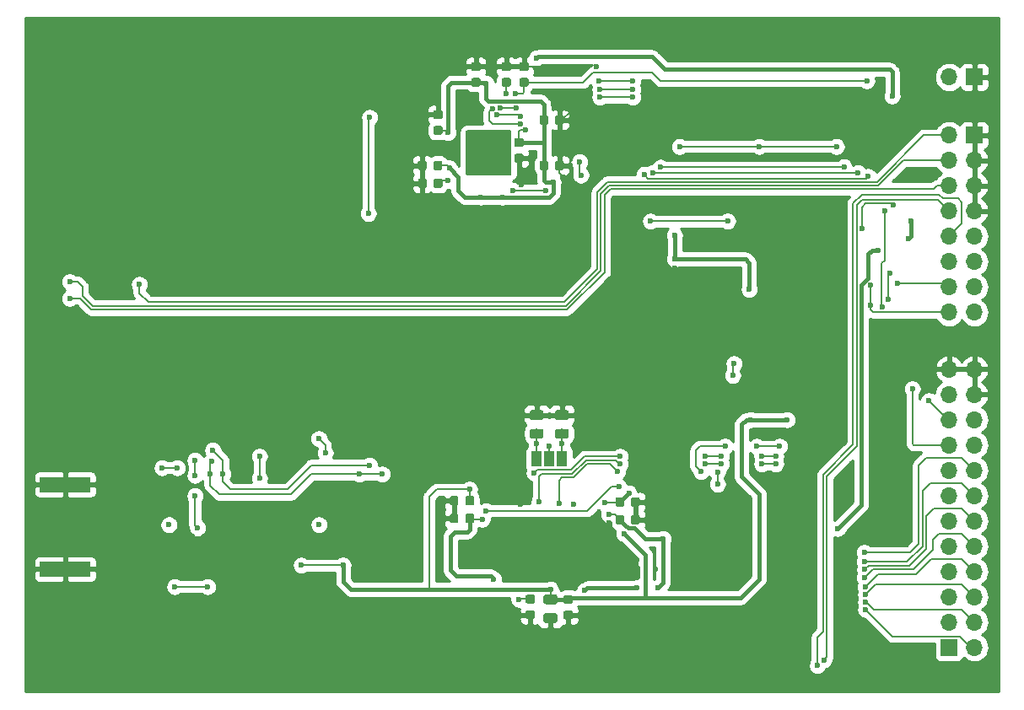
<source format=gbl>
G04 #@! TF.GenerationSoftware,KiCad,Pcbnew,5.1.0*
G04 #@! TF.CreationDate,2019-04-16T13:13:18+00:00*
G04 #@! TF.ProjectId,MSI001,4d534930-3031-42e6-9b69-6361645f7063,rev?*
G04 #@! TF.SameCoordinates,Original*
G04 #@! TF.FileFunction,Copper,L2,Bot*
G04 #@! TF.FilePolarity,Positive*
%FSLAX46Y46*%
G04 Gerber Fmt 4.6, Leading zero omitted, Abs format (unit mm)*
G04 Created by KiCad (PCBNEW 5.1.0) date 2019-04-16 13:13:18*
%MOMM*%
%LPD*%
G04 APERTURE LIST*
%ADD10C,0.100000*%
%ADD11C,0.975000*%
%ADD12C,0.875000*%
%ADD13R,1.700000X1.700000*%
%ADD14O,1.700000X1.700000*%
%ADD15R,5.080000X1.500000*%
%ADD16R,1.000000X1.500000*%
%ADD17C,0.500000*%
%ADD18C,4.600000*%
%ADD19C,0.600000*%
%ADD20C,0.406400*%
%ADD21C,0.203200*%
%ADD22C,0.609600*%
%ADD23C,0.254000*%
G04 APERTURE END LIST*
D10*
G36*
X156963142Y-110056674D02*
G01*
X156986803Y-110060184D01*
X157010007Y-110065996D01*
X157032529Y-110074054D01*
X157054153Y-110084282D01*
X157074670Y-110096579D01*
X157093883Y-110110829D01*
X157111607Y-110126893D01*
X157127671Y-110144617D01*
X157141921Y-110163830D01*
X157154218Y-110184347D01*
X157164446Y-110205971D01*
X157172504Y-110228493D01*
X157178316Y-110251697D01*
X157181826Y-110275358D01*
X157183000Y-110299250D01*
X157183000Y-110786750D01*
X157181826Y-110810642D01*
X157178316Y-110834303D01*
X157172504Y-110857507D01*
X157164446Y-110880029D01*
X157154218Y-110901653D01*
X157141921Y-110922170D01*
X157127671Y-110941383D01*
X157111607Y-110959107D01*
X157093883Y-110975171D01*
X157074670Y-110989421D01*
X157054153Y-111001718D01*
X157032529Y-111011946D01*
X157010007Y-111020004D01*
X156986803Y-111025816D01*
X156963142Y-111029326D01*
X156939250Y-111030500D01*
X156026750Y-111030500D01*
X156002858Y-111029326D01*
X155979197Y-111025816D01*
X155955993Y-111020004D01*
X155933471Y-111011946D01*
X155911847Y-111001718D01*
X155891330Y-110989421D01*
X155872117Y-110975171D01*
X155854393Y-110959107D01*
X155838329Y-110941383D01*
X155824079Y-110922170D01*
X155811782Y-110901653D01*
X155801554Y-110880029D01*
X155793496Y-110857507D01*
X155787684Y-110834303D01*
X155784174Y-110810642D01*
X155783000Y-110786750D01*
X155783000Y-110299250D01*
X155784174Y-110275358D01*
X155787684Y-110251697D01*
X155793496Y-110228493D01*
X155801554Y-110205971D01*
X155811782Y-110184347D01*
X155824079Y-110163830D01*
X155838329Y-110144617D01*
X155854393Y-110126893D01*
X155872117Y-110110829D01*
X155891330Y-110096579D01*
X155911847Y-110084282D01*
X155933471Y-110074054D01*
X155955993Y-110065996D01*
X155979197Y-110060184D01*
X156002858Y-110056674D01*
X156026750Y-110055500D01*
X156939250Y-110055500D01*
X156963142Y-110056674D01*
X156963142Y-110056674D01*
G37*
D11*
X156483000Y-110543000D03*
D10*
G36*
X156963142Y-111931674D02*
G01*
X156986803Y-111935184D01*
X157010007Y-111940996D01*
X157032529Y-111949054D01*
X157054153Y-111959282D01*
X157074670Y-111971579D01*
X157093883Y-111985829D01*
X157111607Y-112001893D01*
X157127671Y-112019617D01*
X157141921Y-112038830D01*
X157154218Y-112059347D01*
X157164446Y-112080971D01*
X157172504Y-112103493D01*
X157178316Y-112126697D01*
X157181826Y-112150358D01*
X157183000Y-112174250D01*
X157183000Y-112661750D01*
X157181826Y-112685642D01*
X157178316Y-112709303D01*
X157172504Y-112732507D01*
X157164446Y-112755029D01*
X157154218Y-112776653D01*
X157141921Y-112797170D01*
X157127671Y-112816383D01*
X157111607Y-112834107D01*
X157093883Y-112850171D01*
X157074670Y-112864421D01*
X157054153Y-112876718D01*
X157032529Y-112886946D01*
X157010007Y-112895004D01*
X156986803Y-112900816D01*
X156963142Y-112904326D01*
X156939250Y-112905500D01*
X156026750Y-112905500D01*
X156002858Y-112904326D01*
X155979197Y-112900816D01*
X155955993Y-112895004D01*
X155933471Y-112886946D01*
X155911847Y-112876718D01*
X155891330Y-112864421D01*
X155872117Y-112850171D01*
X155854393Y-112834107D01*
X155838329Y-112816383D01*
X155824079Y-112797170D01*
X155811782Y-112776653D01*
X155801554Y-112755029D01*
X155793496Y-112732507D01*
X155787684Y-112709303D01*
X155784174Y-112685642D01*
X155783000Y-112661750D01*
X155783000Y-112174250D01*
X155784174Y-112150358D01*
X155787684Y-112126697D01*
X155793496Y-112103493D01*
X155801554Y-112080971D01*
X155811782Y-112059347D01*
X155824079Y-112038830D01*
X155838329Y-112019617D01*
X155854393Y-112001893D01*
X155872117Y-111985829D01*
X155891330Y-111971579D01*
X155911847Y-111959282D01*
X155933471Y-111949054D01*
X155955993Y-111940996D01*
X155979197Y-111935184D01*
X156002858Y-111931674D01*
X156026750Y-111930500D01*
X156939250Y-111930500D01*
X156963142Y-111931674D01*
X156963142Y-111931674D01*
G37*
D11*
X156483000Y-112418000D03*
D10*
G36*
X154423142Y-110056674D02*
G01*
X154446803Y-110060184D01*
X154470007Y-110065996D01*
X154492529Y-110074054D01*
X154514153Y-110084282D01*
X154534670Y-110096579D01*
X154553883Y-110110829D01*
X154571607Y-110126893D01*
X154587671Y-110144617D01*
X154601921Y-110163830D01*
X154614218Y-110184347D01*
X154624446Y-110205971D01*
X154632504Y-110228493D01*
X154638316Y-110251697D01*
X154641826Y-110275358D01*
X154643000Y-110299250D01*
X154643000Y-110786750D01*
X154641826Y-110810642D01*
X154638316Y-110834303D01*
X154632504Y-110857507D01*
X154624446Y-110880029D01*
X154614218Y-110901653D01*
X154601921Y-110922170D01*
X154587671Y-110941383D01*
X154571607Y-110959107D01*
X154553883Y-110975171D01*
X154534670Y-110989421D01*
X154514153Y-111001718D01*
X154492529Y-111011946D01*
X154470007Y-111020004D01*
X154446803Y-111025816D01*
X154423142Y-111029326D01*
X154399250Y-111030500D01*
X153486750Y-111030500D01*
X153462858Y-111029326D01*
X153439197Y-111025816D01*
X153415993Y-111020004D01*
X153393471Y-111011946D01*
X153371847Y-111001718D01*
X153351330Y-110989421D01*
X153332117Y-110975171D01*
X153314393Y-110959107D01*
X153298329Y-110941383D01*
X153284079Y-110922170D01*
X153271782Y-110901653D01*
X153261554Y-110880029D01*
X153253496Y-110857507D01*
X153247684Y-110834303D01*
X153244174Y-110810642D01*
X153243000Y-110786750D01*
X153243000Y-110299250D01*
X153244174Y-110275358D01*
X153247684Y-110251697D01*
X153253496Y-110228493D01*
X153261554Y-110205971D01*
X153271782Y-110184347D01*
X153284079Y-110163830D01*
X153298329Y-110144617D01*
X153314393Y-110126893D01*
X153332117Y-110110829D01*
X153351330Y-110096579D01*
X153371847Y-110084282D01*
X153393471Y-110074054D01*
X153415993Y-110065996D01*
X153439197Y-110060184D01*
X153462858Y-110056674D01*
X153486750Y-110055500D01*
X154399250Y-110055500D01*
X154423142Y-110056674D01*
X154423142Y-110056674D01*
G37*
D11*
X153943000Y-110543000D03*
D10*
G36*
X154423142Y-111931674D02*
G01*
X154446803Y-111935184D01*
X154470007Y-111940996D01*
X154492529Y-111949054D01*
X154514153Y-111959282D01*
X154534670Y-111971579D01*
X154553883Y-111985829D01*
X154571607Y-112001893D01*
X154587671Y-112019617D01*
X154601921Y-112038830D01*
X154614218Y-112059347D01*
X154624446Y-112080971D01*
X154632504Y-112103493D01*
X154638316Y-112126697D01*
X154641826Y-112150358D01*
X154643000Y-112174250D01*
X154643000Y-112661750D01*
X154641826Y-112685642D01*
X154638316Y-112709303D01*
X154632504Y-112732507D01*
X154624446Y-112755029D01*
X154614218Y-112776653D01*
X154601921Y-112797170D01*
X154587671Y-112816383D01*
X154571607Y-112834107D01*
X154553883Y-112850171D01*
X154534670Y-112864421D01*
X154514153Y-112876718D01*
X154492529Y-112886946D01*
X154470007Y-112895004D01*
X154446803Y-112900816D01*
X154423142Y-112904326D01*
X154399250Y-112905500D01*
X153486750Y-112905500D01*
X153462858Y-112904326D01*
X153439197Y-112900816D01*
X153415993Y-112895004D01*
X153393471Y-112886946D01*
X153371847Y-112876718D01*
X153351330Y-112864421D01*
X153332117Y-112850171D01*
X153314393Y-112834107D01*
X153298329Y-112816383D01*
X153284079Y-112797170D01*
X153271782Y-112776653D01*
X153261554Y-112755029D01*
X153253496Y-112732507D01*
X153247684Y-112709303D01*
X153244174Y-112685642D01*
X153243000Y-112661750D01*
X153243000Y-112174250D01*
X153244174Y-112150358D01*
X153247684Y-112126697D01*
X153253496Y-112103493D01*
X153261554Y-112080971D01*
X153271782Y-112059347D01*
X153284079Y-112038830D01*
X153298329Y-112019617D01*
X153314393Y-112001893D01*
X153332117Y-111985829D01*
X153351330Y-111971579D01*
X153371847Y-111959282D01*
X153393471Y-111949054D01*
X153415993Y-111940996D01*
X153439197Y-111935184D01*
X153462858Y-111931674D01*
X153486750Y-111930500D01*
X154399250Y-111930500D01*
X154423142Y-111931674D01*
X154423142Y-111931674D01*
G37*
D11*
X153943000Y-112418000D03*
D10*
G36*
X164114691Y-118802053D02*
G01*
X164135926Y-118805203D01*
X164156750Y-118810419D01*
X164176962Y-118817651D01*
X164196368Y-118826830D01*
X164214781Y-118837866D01*
X164232024Y-118850654D01*
X164247930Y-118865070D01*
X164262346Y-118880976D01*
X164275134Y-118898219D01*
X164286170Y-118916632D01*
X164295349Y-118936038D01*
X164302581Y-118956250D01*
X164307797Y-118977074D01*
X164310947Y-118998309D01*
X164312000Y-119019750D01*
X164312000Y-119532250D01*
X164310947Y-119553691D01*
X164307797Y-119574926D01*
X164302581Y-119595750D01*
X164295349Y-119615962D01*
X164286170Y-119635368D01*
X164275134Y-119653781D01*
X164262346Y-119671024D01*
X164247930Y-119686930D01*
X164232024Y-119701346D01*
X164214781Y-119714134D01*
X164196368Y-119725170D01*
X164176962Y-119734349D01*
X164156750Y-119741581D01*
X164135926Y-119746797D01*
X164114691Y-119749947D01*
X164093250Y-119751000D01*
X163655750Y-119751000D01*
X163634309Y-119749947D01*
X163613074Y-119746797D01*
X163592250Y-119741581D01*
X163572038Y-119734349D01*
X163552632Y-119725170D01*
X163534219Y-119714134D01*
X163516976Y-119701346D01*
X163501070Y-119686930D01*
X163486654Y-119671024D01*
X163473866Y-119653781D01*
X163462830Y-119635368D01*
X163453651Y-119615962D01*
X163446419Y-119595750D01*
X163441203Y-119574926D01*
X163438053Y-119553691D01*
X163437000Y-119532250D01*
X163437000Y-119019750D01*
X163438053Y-118998309D01*
X163441203Y-118977074D01*
X163446419Y-118956250D01*
X163453651Y-118936038D01*
X163462830Y-118916632D01*
X163473866Y-118898219D01*
X163486654Y-118880976D01*
X163501070Y-118865070D01*
X163516976Y-118850654D01*
X163534219Y-118837866D01*
X163552632Y-118826830D01*
X163572038Y-118817651D01*
X163592250Y-118810419D01*
X163613074Y-118805203D01*
X163634309Y-118802053D01*
X163655750Y-118801000D01*
X164093250Y-118801000D01*
X164114691Y-118802053D01*
X164114691Y-118802053D01*
G37*
D12*
X163874500Y-119276000D03*
D10*
G36*
X162539691Y-118802053D02*
G01*
X162560926Y-118805203D01*
X162581750Y-118810419D01*
X162601962Y-118817651D01*
X162621368Y-118826830D01*
X162639781Y-118837866D01*
X162657024Y-118850654D01*
X162672930Y-118865070D01*
X162687346Y-118880976D01*
X162700134Y-118898219D01*
X162711170Y-118916632D01*
X162720349Y-118936038D01*
X162727581Y-118956250D01*
X162732797Y-118977074D01*
X162735947Y-118998309D01*
X162737000Y-119019750D01*
X162737000Y-119532250D01*
X162735947Y-119553691D01*
X162732797Y-119574926D01*
X162727581Y-119595750D01*
X162720349Y-119615962D01*
X162711170Y-119635368D01*
X162700134Y-119653781D01*
X162687346Y-119671024D01*
X162672930Y-119686930D01*
X162657024Y-119701346D01*
X162639781Y-119714134D01*
X162621368Y-119725170D01*
X162601962Y-119734349D01*
X162581750Y-119741581D01*
X162560926Y-119746797D01*
X162539691Y-119749947D01*
X162518250Y-119751000D01*
X162080750Y-119751000D01*
X162059309Y-119749947D01*
X162038074Y-119746797D01*
X162017250Y-119741581D01*
X161997038Y-119734349D01*
X161977632Y-119725170D01*
X161959219Y-119714134D01*
X161941976Y-119701346D01*
X161926070Y-119686930D01*
X161911654Y-119671024D01*
X161898866Y-119653781D01*
X161887830Y-119635368D01*
X161878651Y-119615962D01*
X161871419Y-119595750D01*
X161866203Y-119574926D01*
X161863053Y-119553691D01*
X161862000Y-119532250D01*
X161862000Y-119019750D01*
X161863053Y-118998309D01*
X161866203Y-118977074D01*
X161871419Y-118956250D01*
X161878651Y-118936038D01*
X161887830Y-118916632D01*
X161898866Y-118898219D01*
X161911654Y-118880976D01*
X161926070Y-118865070D01*
X161941976Y-118850654D01*
X161959219Y-118837866D01*
X161977632Y-118826830D01*
X161997038Y-118817651D01*
X162017250Y-118810419D01*
X162038074Y-118805203D01*
X162059309Y-118802053D01*
X162080750Y-118801000D01*
X162518250Y-118801000D01*
X162539691Y-118802053D01*
X162539691Y-118802053D01*
G37*
D12*
X162299500Y-119276000D03*
D10*
G36*
X147477691Y-118675053D02*
G01*
X147498926Y-118678203D01*
X147519750Y-118683419D01*
X147539962Y-118690651D01*
X147559368Y-118699830D01*
X147577781Y-118710866D01*
X147595024Y-118723654D01*
X147610930Y-118738070D01*
X147625346Y-118753976D01*
X147638134Y-118771219D01*
X147649170Y-118789632D01*
X147658349Y-118809038D01*
X147665581Y-118829250D01*
X147670797Y-118850074D01*
X147673947Y-118871309D01*
X147675000Y-118892750D01*
X147675000Y-119405250D01*
X147673947Y-119426691D01*
X147670797Y-119447926D01*
X147665581Y-119468750D01*
X147658349Y-119488962D01*
X147649170Y-119508368D01*
X147638134Y-119526781D01*
X147625346Y-119544024D01*
X147610930Y-119559930D01*
X147595024Y-119574346D01*
X147577781Y-119587134D01*
X147559368Y-119598170D01*
X147539962Y-119607349D01*
X147519750Y-119614581D01*
X147498926Y-119619797D01*
X147477691Y-119622947D01*
X147456250Y-119624000D01*
X147018750Y-119624000D01*
X146997309Y-119622947D01*
X146976074Y-119619797D01*
X146955250Y-119614581D01*
X146935038Y-119607349D01*
X146915632Y-119598170D01*
X146897219Y-119587134D01*
X146879976Y-119574346D01*
X146864070Y-119559930D01*
X146849654Y-119544024D01*
X146836866Y-119526781D01*
X146825830Y-119508368D01*
X146816651Y-119488962D01*
X146809419Y-119468750D01*
X146804203Y-119447926D01*
X146801053Y-119426691D01*
X146800000Y-119405250D01*
X146800000Y-118892750D01*
X146801053Y-118871309D01*
X146804203Y-118850074D01*
X146809419Y-118829250D01*
X146816651Y-118809038D01*
X146825830Y-118789632D01*
X146836866Y-118771219D01*
X146849654Y-118753976D01*
X146864070Y-118738070D01*
X146879976Y-118723654D01*
X146897219Y-118710866D01*
X146915632Y-118699830D01*
X146935038Y-118690651D01*
X146955250Y-118683419D01*
X146976074Y-118678203D01*
X146997309Y-118675053D01*
X147018750Y-118674000D01*
X147456250Y-118674000D01*
X147477691Y-118675053D01*
X147477691Y-118675053D01*
G37*
D12*
X147237500Y-119149000D03*
D10*
G36*
X145902691Y-118675053D02*
G01*
X145923926Y-118678203D01*
X145944750Y-118683419D01*
X145964962Y-118690651D01*
X145984368Y-118699830D01*
X146002781Y-118710866D01*
X146020024Y-118723654D01*
X146035930Y-118738070D01*
X146050346Y-118753976D01*
X146063134Y-118771219D01*
X146074170Y-118789632D01*
X146083349Y-118809038D01*
X146090581Y-118829250D01*
X146095797Y-118850074D01*
X146098947Y-118871309D01*
X146100000Y-118892750D01*
X146100000Y-119405250D01*
X146098947Y-119426691D01*
X146095797Y-119447926D01*
X146090581Y-119468750D01*
X146083349Y-119488962D01*
X146074170Y-119508368D01*
X146063134Y-119526781D01*
X146050346Y-119544024D01*
X146035930Y-119559930D01*
X146020024Y-119574346D01*
X146002781Y-119587134D01*
X145984368Y-119598170D01*
X145964962Y-119607349D01*
X145944750Y-119614581D01*
X145923926Y-119619797D01*
X145902691Y-119622947D01*
X145881250Y-119624000D01*
X145443750Y-119624000D01*
X145422309Y-119622947D01*
X145401074Y-119619797D01*
X145380250Y-119614581D01*
X145360038Y-119607349D01*
X145340632Y-119598170D01*
X145322219Y-119587134D01*
X145304976Y-119574346D01*
X145289070Y-119559930D01*
X145274654Y-119544024D01*
X145261866Y-119526781D01*
X145250830Y-119508368D01*
X145241651Y-119488962D01*
X145234419Y-119468750D01*
X145229203Y-119447926D01*
X145226053Y-119426691D01*
X145225000Y-119405250D01*
X145225000Y-118892750D01*
X145226053Y-118871309D01*
X145229203Y-118850074D01*
X145234419Y-118829250D01*
X145241651Y-118809038D01*
X145250830Y-118789632D01*
X145261866Y-118771219D01*
X145274654Y-118753976D01*
X145289070Y-118738070D01*
X145304976Y-118723654D01*
X145322219Y-118710866D01*
X145340632Y-118699830D01*
X145360038Y-118690651D01*
X145380250Y-118683419D01*
X145401074Y-118678203D01*
X145422309Y-118675053D01*
X145443750Y-118674000D01*
X145881250Y-118674000D01*
X145902691Y-118675053D01*
X145902691Y-118675053D01*
G37*
D12*
X145662500Y-119149000D03*
D10*
G36*
X164114691Y-120580053D02*
G01*
X164135926Y-120583203D01*
X164156750Y-120588419D01*
X164176962Y-120595651D01*
X164196368Y-120604830D01*
X164214781Y-120615866D01*
X164232024Y-120628654D01*
X164247930Y-120643070D01*
X164262346Y-120658976D01*
X164275134Y-120676219D01*
X164286170Y-120694632D01*
X164295349Y-120714038D01*
X164302581Y-120734250D01*
X164307797Y-120755074D01*
X164310947Y-120776309D01*
X164312000Y-120797750D01*
X164312000Y-121310250D01*
X164310947Y-121331691D01*
X164307797Y-121352926D01*
X164302581Y-121373750D01*
X164295349Y-121393962D01*
X164286170Y-121413368D01*
X164275134Y-121431781D01*
X164262346Y-121449024D01*
X164247930Y-121464930D01*
X164232024Y-121479346D01*
X164214781Y-121492134D01*
X164196368Y-121503170D01*
X164176962Y-121512349D01*
X164156750Y-121519581D01*
X164135926Y-121524797D01*
X164114691Y-121527947D01*
X164093250Y-121529000D01*
X163655750Y-121529000D01*
X163634309Y-121527947D01*
X163613074Y-121524797D01*
X163592250Y-121519581D01*
X163572038Y-121512349D01*
X163552632Y-121503170D01*
X163534219Y-121492134D01*
X163516976Y-121479346D01*
X163501070Y-121464930D01*
X163486654Y-121449024D01*
X163473866Y-121431781D01*
X163462830Y-121413368D01*
X163453651Y-121393962D01*
X163446419Y-121373750D01*
X163441203Y-121352926D01*
X163438053Y-121331691D01*
X163437000Y-121310250D01*
X163437000Y-120797750D01*
X163438053Y-120776309D01*
X163441203Y-120755074D01*
X163446419Y-120734250D01*
X163453651Y-120714038D01*
X163462830Y-120694632D01*
X163473866Y-120676219D01*
X163486654Y-120658976D01*
X163501070Y-120643070D01*
X163516976Y-120628654D01*
X163534219Y-120615866D01*
X163552632Y-120604830D01*
X163572038Y-120595651D01*
X163592250Y-120588419D01*
X163613074Y-120583203D01*
X163634309Y-120580053D01*
X163655750Y-120579000D01*
X164093250Y-120579000D01*
X164114691Y-120580053D01*
X164114691Y-120580053D01*
G37*
D12*
X163874500Y-121054000D03*
D10*
G36*
X162539691Y-120580053D02*
G01*
X162560926Y-120583203D01*
X162581750Y-120588419D01*
X162601962Y-120595651D01*
X162621368Y-120604830D01*
X162639781Y-120615866D01*
X162657024Y-120628654D01*
X162672930Y-120643070D01*
X162687346Y-120658976D01*
X162700134Y-120676219D01*
X162711170Y-120694632D01*
X162720349Y-120714038D01*
X162727581Y-120734250D01*
X162732797Y-120755074D01*
X162735947Y-120776309D01*
X162737000Y-120797750D01*
X162737000Y-121310250D01*
X162735947Y-121331691D01*
X162732797Y-121352926D01*
X162727581Y-121373750D01*
X162720349Y-121393962D01*
X162711170Y-121413368D01*
X162700134Y-121431781D01*
X162687346Y-121449024D01*
X162672930Y-121464930D01*
X162657024Y-121479346D01*
X162639781Y-121492134D01*
X162621368Y-121503170D01*
X162601962Y-121512349D01*
X162581750Y-121519581D01*
X162560926Y-121524797D01*
X162539691Y-121527947D01*
X162518250Y-121529000D01*
X162080750Y-121529000D01*
X162059309Y-121527947D01*
X162038074Y-121524797D01*
X162017250Y-121519581D01*
X161997038Y-121512349D01*
X161977632Y-121503170D01*
X161959219Y-121492134D01*
X161941976Y-121479346D01*
X161926070Y-121464930D01*
X161911654Y-121449024D01*
X161898866Y-121431781D01*
X161887830Y-121413368D01*
X161878651Y-121393962D01*
X161871419Y-121373750D01*
X161866203Y-121352926D01*
X161863053Y-121331691D01*
X161862000Y-121310250D01*
X161862000Y-120797750D01*
X161863053Y-120776309D01*
X161866203Y-120755074D01*
X161871419Y-120734250D01*
X161878651Y-120714038D01*
X161887830Y-120694632D01*
X161898866Y-120676219D01*
X161911654Y-120658976D01*
X161926070Y-120643070D01*
X161941976Y-120628654D01*
X161959219Y-120615866D01*
X161977632Y-120604830D01*
X161997038Y-120595651D01*
X162017250Y-120588419D01*
X162038074Y-120583203D01*
X162059309Y-120580053D01*
X162080750Y-120579000D01*
X162518250Y-120579000D01*
X162539691Y-120580053D01*
X162539691Y-120580053D01*
G37*
D12*
X162299500Y-121054000D03*
D10*
G36*
X147477691Y-120453053D02*
G01*
X147498926Y-120456203D01*
X147519750Y-120461419D01*
X147539962Y-120468651D01*
X147559368Y-120477830D01*
X147577781Y-120488866D01*
X147595024Y-120501654D01*
X147610930Y-120516070D01*
X147625346Y-120531976D01*
X147638134Y-120549219D01*
X147649170Y-120567632D01*
X147658349Y-120587038D01*
X147665581Y-120607250D01*
X147670797Y-120628074D01*
X147673947Y-120649309D01*
X147675000Y-120670750D01*
X147675000Y-121183250D01*
X147673947Y-121204691D01*
X147670797Y-121225926D01*
X147665581Y-121246750D01*
X147658349Y-121266962D01*
X147649170Y-121286368D01*
X147638134Y-121304781D01*
X147625346Y-121322024D01*
X147610930Y-121337930D01*
X147595024Y-121352346D01*
X147577781Y-121365134D01*
X147559368Y-121376170D01*
X147539962Y-121385349D01*
X147519750Y-121392581D01*
X147498926Y-121397797D01*
X147477691Y-121400947D01*
X147456250Y-121402000D01*
X147018750Y-121402000D01*
X146997309Y-121400947D01*
X146976074Y-121397797D01*
X146955250Y-121392581D01*
X146935038Y-121385349D01*
X146915632Y-121376170D01*
X146897219Y-121365134D01*
X146879976Y-121352346D01*
X146864070Y-121337930D01*
X146849654Y-121322024D01*
X146836866Y-121304781D01*
X146825830Y-121286368D01*
X146816651Y-121266962D01*
X146809419Y-121246750D01*
X146804203Y-121225926D01*
X146801053Y-121204691D01*
X146800000Y-121183250D01*
X146800000Y-120670750D01*
X146801053Y-120649309D01*
X146804203Y-120628074D01*
X146809419Y-120607250D01*
X146816651Y-120587038D01*
X146825830Y-120567632D01*
X146836866Y-120549219D01*
X146849654Y-120531976D01*
X146864070Y-120516070D01*
X146879976Y-120501654D01*
X146897219Y-120488866D01*
X146915632Y-120477830D01*
X146935038Y-120468651D01*
X146955250Y-120461419D01*
X146976074Y-120456203D01*
X146997309Y-120453053D01*
X147018750Y-120452000D01*
X147456250Y-120452000D01*
X147477691Y-120453053D01*
X147477691Y-120453053D01*
G37*
D12*
X147237500Y-120927000D03*
D10*
G36*
X145902691Y-120453053D02*
G01*
X145923926Y-120456203D01*
X145944750Y-120461419D01*
X145964962Y-120468651D01*
X145984368Y-120477830D01*
X146002781Y-120488866D01*
X146020024Y-120501654D01*
X146035930Y-120516070D01*
X146050346Y-120531976D01*
X146063134Y-120549219D01*
X146074170Y-120567632D01*
X146083349Y-120587038D01*
X146090581Y-120607250D01*
X146095797Y-120628074D01*
X146098947Y-120649309D01*
X146100000Y-120670750D01*
X146100000Y-121183250D01*
X146098947Y-121204691D01*
X146095797Y-121225926D01*
X146090581Y-121246750D01*
X146083349Y-121266962D01*
X146074170Y-121286368D01*
X146063134Y-121304781D01*
X146050346Y-121322024D01*
X146035930Y-121337930D01*
X146020024Y-121352346D01*
X146002781Y-121365134D01*
X145984368Y-121376170D01*
X145964962Y-121385349D01*
X145944750Y-121392581D01*
X145923926Y-121397797D01*
X145902691Y-121400947D01*
X145881250Y-121402000D01*
X145443750Y-121402000D01*
X145422309Y-121400947D01*
X145401074Y-121397797D01*
X145380250Y-121392581D01*
X145360038Y-121385349D01*
X145340632Y-121376170D01*
X145322219Y-121365134D01*
X145304976Y-121352346D01*
X145289070Y-121337930D01*
X145274654Y-121322024D01*
X145261866Y-121304781D01*
X145250830Y-121286368D01*
X145241651Y-121266962D01*
X145234419Y-121246750D01*
X145229203Y-121225926D01*
X145226053Y-121204691D01*
X145225000Y-121183250D01*
X145225000Y-120670750D01*
X145226053Y-120649309D01*
X145229203Y-120628074D01*
X145234419Y-120607250D01*
X145241651Y-120587038D01*
X145250830Y-120567632D01*
X145261866Y-120549219D01*
X145274654Y-120531976D01*
X145289070Y-120516070D01*
X145304976Y-120501654D01*
X145322219Y-120488866D01*
X145340632Y-120477830D01*
X145360038Y-120468651D01*
X145380250Y-120461419D01*
X145401074Y-120456203D01*
X145422309Y-120453053D01*
X145443750Y-120452000D01*
X145881250Y-120452000D01*
X145902691Y-120453053D01*
X145902691Y-120453053D01*
G37*
D12*
X145662500Y-120927000D03*
D10*
G36*
X153585691Y-130168053D02*
G01*
X153606926Y-130171203D01*
X153627750Y-130176419D01*
X153647962Y-130183651D01*
X153667368Y-130192830D01*
X153685781Y-130203866D01*
X153703024Y-130216654D01*
X153718930Y-130231070D01*
X153733346Y-130246976D01*
X153746134Y-130264219D01*
X153757170Y-130282632D01*
X153766349Y-130302038D01*
X153773581Y-130322250D01*
X153778797Y-130343074D01*
X153781947Y-130364309D01*
X153783000Y-130385750D01*
X153783000Y-130823250D01*
X153781947Y-130844691D01*
X153778797Y-130865926D01*
X153773581Y-130886750D01*
X153766349Y-130906962D01*
X153757170Y-130926368D01*
X153746134Y-130944781D01*
X153733346Y-130962024D01*
X153718930Y-130977930D01*
X153703024Y-130992346D01*
X153685781Y-131005134D01*
X153667368Y-131016170D01*
X153647962Y-131025349D01*
X153627750Y-131032581D01*
X153606926Y-131037797D01*
X153585691Y-131040947D01*
X153564250Y-131042000D01*
X153051750Y-131042000D01*
X153030309Y-131040947D01*
X153009074Y-131037797D01*
X152988250Y-131032581D01*
X152968038Y-131025349D01*
X152948632Y-131016170D01*
X152930219Y-131005134D01*
X152912976Y-130992346D01*
X152897070Y-130977930D01*
X152882654Y-130962024D01*
X152869866Y-130944781D01*
X152858830Y-130926368D01*
X152849651Y-130906962D01*
X152842419Y-130886750D01*
X152837203Y-130865926D01*
X152834053Y-130844691D01*
X152833000Y-130823250D01*
X152833000Y-130385750D01*
X152834053Y-130364309D01*
X152837203Y-130343074D01*
X152842419Y-130322250D01*
X152849651Y-130302038D01*
X152858830Y-130282632D01*
X152869866Y-130264219D01*
X152882654Y-130246976D01*
X152897070Y-130231070D01*
X152912976Y-130216654D01*
X152930219Y-130203866D01*
X152948632Y-130192830D01*
X152968038Y-130183651D01*
X152988250Y-130176419D01*
X153009074Y-130171203D01*
X153030309Y-130168053D01*
X153051750Y-130167000D01*
X153564250Y-130167000D01*
X153585691Y-130168053D01*
X153585691Y-130168053D01*
G37*
D12*
X153308000Y-130604500D03*
D10*
G36*
X153585691Y-128593053D02*
G01*
X153606926Y-128596203D01*
X153627750Y-128601419D01*
X153647962Y-128608651D01*
X153667368Y-128617830D01*
X153685781Y-128628866D01*
X153703024Y-128641654D01*
X153718930Y-128656070D01*
X153733346Y-128671976D01*
X153746134Y-128689219D01*
X153757170Y-128707632D01*
X153766349Y-128727038D01*
X153773581Y-128747250D01*
X153778797Y-128768074D01*
X153781947Y-128789309D01*
X153783000Y-128810750D01*
X153783000Y-129248250D01*
X153781947Y-129269691D01*
X153778797Y-129290926D01*
X153773581Y-129311750D01*
X153766349Y-129331962D01*
X153757170Y-129351368D01*
X153746134Y-129369781D01*
X153733346Y-129387024D01*
X153718930Y-129402930D01*
X153703024Y-129417346D01*
X153685781Y-129430134D01*
X153667368Y-129441170D01*
X153647962Y-129450349D01*
X153627750Y-129457581D01*
X153606926Y-129462797D01*
X153585691Y-129465947D01*
X153564250Y-129467000D01*
X153051750Y-129467000D01*
X153030309Y-129465947D01*
X153009074Y-129462797D01*
X152988250Y-129457581D01*
X152968038Y-129450349D01*
X152948632Y-129441170D01*
X152930219Y-129430134D01*
X152912976Y-129417346D01*
X152897070Y-129402930D01*
X152882654Y-129387024D01*
X152869866Y-129369781D01*
X152858830Y-129351368D01*
X152849651Y-129331962D01*
X152842419Y-129311750D01*
X152837203Y-129290926D01*
X152834053Y-129269691D01*
X152833000Y-129248250D01*
X152833000Y-128810750D01*
X152834053Y-128789309D01*
X152837203Y-128768074D01*
X152842419Y-128747250D01*
X152849651Y-128727038D01*
X152858830Y-128707632D01*
X152869866Y-128689219D01*
X152882654Y-128671976D01*
X152897070Y-128656070D01*
X152912976Y-128641654D01*
X152930219Y-128628866D01*
X152948632Y-128617830D01*
X152968038Y-128608651D01*
X152988250Y-128601419D01*
X153009074Y-128596203D01*
X153030309Y-128593053D01*
X153051750Y-128592000D01*
X153564250Y-128592000D01*
X153585691Y-128593053D01*
X153585691Y-128593053D01*
G37*
D12*
X153308000Y-129029500D03*
D10*
G36*
X155820142Y-130443674D02*
G01*
X155843803Y-130447184D01*
X155867007Y-130452996D01*
X155889529Y-130461054D01*
X155911153Y-130471282D01*
X155931670Y-130483579D01*
X155950883Y-130497829D01*
X155968607Y-130513893D01*
X155984671Y-130531617D01*
X155998921Y-130550830D01*
X156011218Y-130571347D01*
X156021446Y-130592971D01*
X156029504Y-130615493D01*
X156035316Y-130638697D01*
X156038826Y-130662358D01*
X156040000Y-130686250D01*
X156040000Y-131173750D01*
X156038826Y-131197642D01*
X156035316Y-131221303D01*
X156029504Y-131244507D01*
X156021446Y-131267029D01*
X156011218Y-131288653D01*
X155998921Y-131309170D01*
X155984671Y-131328383D01*
X155968607Y-131346107D01*
X155950883Y-131362171D01*
X155931670Y-131376421D01*
X155911153Y-131388718D01*
X155889529Y-131398946D01*
X155867007Y-131407004D01*
X155843803Y-131412816D01*
X155820142Y-131416326D01*
X155796250Y-131417500D01*
X154883750Y-131417500D01*
X154859858Y-131416326D01*
X154836197Y-131412816D01*
X154812993Y-131407004D01*
X154790471Y-131398946D01*
X154768847Y-131388718D01*
X154748330Y-131376421D01*
X154729117Y-131362171D01*
X154711393Y-131346107D01*
X154695329Y-131328383D01*
X154681079Y-131309170D01*
X154668782Y-131288653D01*
X154658554Y-131267029D01*
X154650496Y-131244507D01*
X154644684Y-131221303D01*
X154641174Y-131197642D01*
X154640000Y-131173750D01*
X154640000Y-130686250D01*
X154641174Y-130662358D01*
X154644684Y-130638697D01*
X154650496Y-130615493D01*
X154658554Y-130592971D01*
X154668782Y-130571347D01*
X154681079Y-130550830D01*
X154695329Y-130531617D01*
X154711393Y-130513893D01*
X154729117Y-130497829D01*
X154748330Y-130483579D01*
X154768847Y-130471282D01*
X154790471Y-130461054D01*
X154812993Y-130452996D01*
X154836197Y-130447184D01*
X154859858Y-130443674D01*
X154883750Y-130442500D01*
X155796250Y-130442500D01*
X155820142Y-130443674D01*
X155820142Y-130443674D01*
G37*
D11*
X155340000Y-130930000D03*
D10*
G36*
X155820142Y-128568674D02*
G01*
X155843803Y-128572184D01*
X155867007Y-128577996D01*
X155889529Y-128586054D01*
X155911153Y-128596282D01*
X155931670Y-128608579D01*
X155950883Y-128622829D01*
X155968607Y-128638893D01*
X155984671Y-128656617D01*
X155998921Y-128675830D01*
X156011218Y-128696347D01*
X156021446Y-128717971D01*
X156029504Y-128740493D01*
X156035316Y-128763697D01*
X156038826Y-128787358D01*
X156040000Y-128811250D01*
X156040000Y-129298750D01*
X156038826Y-129322642D01*
X156035316Y-129346303D01*
X156029504Y-129369507D01*
X156021446Y-129392029D01*
X156011218Y-129413653D01*
X155998921Y-129434170D01*
X155984671Y-129453383D01*
X155968607Y-129471107D01*
X155950883Y-129487171D01*
X155931670Y-129501421D01*
X155911153Y-129513718D01*
X155889529Y-129523946D01*
X155867007Y-129532004D01*
X155843803Y-129537816D01*
X155820142Y-129541326D01*
X155796250Y-129542500D01*
X154883750Y-129542500D01*
X154859858Y-129541326D01*
X154836197Y-129537816D01*
X154812993Y-129532004D01*
X154790471Y-129523946D01*
X154768847Y-129513718D01*
X154748330Y-129501421D01*
X154729117Y-129487171D01*
X154711393Y-129471107D01*
X154695329Y-129453383D01*
X154681079Y-129434170D01*
X154668782Y-129413653D01*
X154658554Y-129392029D01*
X154650496Y-129369507D01*
X154644684Y-129346303D01*
X154641174Y-129322642D01*
X154640000Y-129298750D01*
X154640000Y-128811250D01*
X154641174Y-128787358D01*
X154644684Y-128763697D01*
X154650496Y-128740493D01*
X154658554Y-128717971D01*
X154668782Y-128696347D01*
X154681079Y-128675830D01*
X154695329Y-128656617D01*
X154711393Y-128638893D01*
X154729117Y-128622829D01*
X154748330Y-128608579D01*
X154768847Y-128596282D01*
X154790471Y-128586054D01*
X154812993Y-128577996D01*
X154836197Y-128572184D01*
X154859858Y-128568674D01*
X154883750Y-128567500D01*
X155796250Y-128567500D01*
X155820142Y-128568674D01*
X155820142Y-128568674D01*
G37*
D11*
X155340000Y-129055000D03*
D10*
G36*
X157395691Y-130193553D02*
G01*
X157416926Y-130196703D01*
X157437750Y-130201919D01*
X157457962Y-130209151D01*
X157477368Y-130218330D01*
X157495781Y-130229366D01*
X157513024Y-130242154D01*
X157528930Y-130256570D01*
X157543346Y-130272476D01*
X157556134Y-130289719D01*
X157567170Y-130308132D01*
X157576349Y-130327538D01*
X157583581Y-130347750D01*
X157588797Y-130368574D01*
X157591947Y-130389809D01*
X157593000Y-130411250D01*
X157593000Y-130848750D01*
X157591947Y-130870191D01*
X157588797Y-130891426D01*
X157583581Y-130912250D01*
X157576349Y-130932462D01*
X157567170Y-130951868D01*
X157556134Y-130970281D01*
X157543346Y-130987524D01*
X157528930Y-131003430D01*
X157513024Y-131017846D01*
X157495781Y-131030634D01*
X157477368Y-131041670D01*
X157457962Y-131050849D01*
X157437750Y-131058081D01*
X157416926Y-131063297D01*
X157395691Y-131066447D01*
X157374250Y-131067500D01*
X156861750Y-131067500D01*
X156840309Y-131066447D01*
X156819074Y-131063297D01*
X156798250Y-131058081D01*
X156778038Y-131050849D01*
X156758632Y-131041670D01*
X156740219Y-131030634D01*
X156722976Y-131017846D01*
X156707070Y-131003430D01*
X156692654Y-130987524D01*
X156679866Y-130970281D01*
X156668830Y-130951868D01*
X156659651Y-130932462D01*
X156652419Y-130912250D01*
X156647203Y-130891426D01*
X156644053Y-130870191D01*
X156643000Y-130848750D01*
X156643000Y-130411250D01*
X156644053Y-130389809D01*
X156647203Y-130368574D01*
X156652419Y-130347750D01*
X156659651Y-130327538D01*
X156668830Y-130308132D01*
X156679866Y-130289719D01*
X156692654Y-130272476D01*
X156707070Y-130256570D01*
X156722976Y-130242154D01*
X156740219Y-130229366D01*
X156758632Y-130218330D01*
X156778038Y-130209151D01*
X156798250Y-130201919D01*
X156819074Y-130196703D01*
X156840309Y-130193553D01*
X156861750Y-130192500D01*
X157374250Y-130192500D01*
X157395691Y-130193553D01*
X157395691Y-130193553D01*
G37*
D12*
X157118000Y-130630000D03*
D10*
G36*
X157395691Y-128618553D02*
G01*
X157416926Y-128621703D01*
X157437750Y-128626919D01*
X157457962Y-128634151D01*
X157477368Y-128643330D01*
X157495781Y-128654366D01*
X157513024Y-128667154D01*
X157528930Y-128681570D01*
X157543346Y-128697476D01*
X157556134Y-128714719D01*
X157567170Y-128733132D01*
X157576349Y-128752538D01*
X157583581Y-128772750D01*
X157588797Y-128793574D01*
X157591947Y-128814809D01*
X157593000Y-128836250D01*
X157593000Y-129273750D01*
X157591947Y-129295191D01*
X157588797Y-129316426D01*
X157583581Y-129337250D01*
X157576349Y-129357462D01*
X157567170Y-129376868D01*
X157556134Y-129395281D01*
X157543346Y-129412524D01*
X157528930Y-129428430D01*
X157513024Y-129442846D01*
X157495781Y-129455634D01*
X157477368Y-129466670D01*
X157457962Y-129475849D01*
X157437750Y-129483081D01*
X157416926Y-129488297D01*
X157395691Y-129491447D01*
X157374250Y-129492500D01*
X156861750Y-129492500D01*
X156840309Y-129491447D01*
X156819074Y-129488297D01*
X156798250Y-129483081D01*
X156778038Y-129475849D01*
X156758632Y-129466670D01*
X156740219Y-129455634D01*
X156722976Y-129442846D01*
X156707070Y-129428430D01*
X156692654Y-129412524D01*
X156679866Y-129395281D01*
X156668830Y-129376868D01*
X156659651Y-129357462D01*
X156652419Y-129337250D01*
X156647203Y-129316426D01*
X156644053Y-129295191D01*
X156643000Y-129273750D01*
X156643000Y-128836250D01*
X156644053Y-128814809D01*
X156647203Y-128793574D01*
X156652419Y-128772750D01*
X156659651Y-128752538D01*
X156668830Y-128733132D01*
X156679866Y-128714719D01*
X156692654Y-128697476D01*
X156707070Y-128681570D01*
X156722976Y-128667154D01*
X156740219Y-128654366D01*
X156758632Y-128643330D01*
X156778038Y-128634151D01*
X156798250Y-128626919D01*
X156819074Y-128621703D01*
X156840309Y-128618553D01*
X156861750Y-128617500D01*
X157374250Y-128617500D01*
X157395691Y-128618553D01*
X157395691Y-128618553D01*
G37*
D12*
X157118000Y-129055000D03*
D10*
G36*
X144277191Y-85020053D02*
G01*
X144298426Y-85023203D01*
X144319250Y-85028419D01*
X144339462Y-85035651D01*
X144358868Y-85044830D01*
X144377281Y-85055866D01*
X144394524Y-85068654D01*
X144410430Y-85083070D01*
X144424846Y-85098976D01*
X144437634Y-85116219D01*
X144448670Y-85134632D01*
X144457849Y-85154038D01*
X144465081Y-85174250D01*
X144470297Y-85195074D01*
X144473447Y-85216309D01*
X144474500Y-85237750D01*
X144474500Y-85750250D01*
X144473447Y-85771691D01*
X144470297Y-85792926D01*
X144465081Y-85813750D01*
X144457849Y-85833962D01*
X144448670Y-85853368D01*
X144437634Y-85871781D01*
X144424846Y-85889024D01*
X144410430Y-85904930D01*
X144394524Y-85919346D01*
X144377281Y-85932134D01*
X144358868Y-85943170D01*
X144339462Y-85952349D01*
X144319250Y-85959581D01*
X144298426Y-85964797D01*
X144277191Y-85967947D01*
X144255750Y-85969000D01*
X143818250Y-85969000D01*
X143796809Y-85967947D01*
X143775574Y-85964797D01*
X143754750Y-85959581D01*
X143734538Y-85952349D01*
X143715132Y-85943170D01*
X143696719Y-85932134D01*
X143679476Y-85919346D01*
X143663570Y-85904930D01*
X143649154Y-85889024D01*
X143636366Y-85871781D01*
X143625330Y-85853368D01*
X143616151Y-85833962D01*
X143608919Y-85813750D01*
X143603703Y-85792926D01*
X143600553Y-85771691D01*
X143599500Y-85750250D01*
X143599500Y-85237750D01*
X143600553Y-85216309D01*
X143603703Y-85195074D01*
X143608919Y-85174250D01*
X143616151Y-85154038D01*
X143625330Y-85134632D01*
X143636366Y-85116219D01*
X143649154Y-85098976D01*
X143663570Y-85083070D01*
X143679476Y-85068654D01*
X143696719Y-85055866D01*
X143715132Y-85044830D01*
X143734538Y-85035651D01*
X143754750Y-85028419D01*
X143775574Y-85023203D01*
X143796809Y-85020053D01*
X143818250Y-85019000D01*
X144255750Y-85019000D01*
X144277191Y-85020053D01*
X144277191Y-85020053D01*
G37*
D12*
X144037000Y-85494000D03*
D10*
G36*
X142702191Y-85020053D02*
G01*
X142723426Y-85023203D01*
X142744250Y-85028419D01*
X142764462Y-85035651D01*
X142783868Y-85044830D01*
X142802281Y-85055866D01*
X142819524Y-85068654D01*
X142835430Y-85083070D01*
X142849846Y-85098976D01*
X142862634Y-85116219D01*
X142873670Y-85134632D01*
X142882849Y-85154038D01*
X142890081Y-85174250D01*
X142895297Y-85195074D01*
X142898447Y-85216309D01*
X142899500Y-85237750D01*
X142899500Y-85750250D01*
X142898447Y-85771691D01*
X142895297Y-85792926D01*
X142890081Y-85813750D01*
X142882849Y-85833962D01*
X142873670Y-85853368D01*
X142862634Y-85871781D01*
X142849846Y-85889024D01*
X142835430Y-85904930D01*
X142819524Y-85919346D01*
X142802281Y-85932134D01*
X142783868Y-85943170D01*
X142764462Y-85952349D01*
X142744250Y-85959581D01*
X142723426Y-85964797D01*
X142702191Y-85967947D01*
X142680750Y-85969000D01*
X142243250Y-85969000D01*
X142221809Y-85967947D01*
X142200574Y-85964797D01*
X142179750Y-85959581D01*
X142159538Y-85952349D01*
X142140132Y-85943170D01*
X142121719Y-85932134D01*
X142104476Y-85919346D01*
X142088570Y-85904930D01*
X142074154Y-85889024D01*
X142061366Y-85871781D01*
X142050330Y-85853368D01*
X142041151Y-85833962D01*
X142033919Y-85813750D01*
X142028703Y-85792926D01*
X142025553Y-85771691D01*
X142024500Y-85750250D01*
X142024500Y-85237750D01*
X142025553Y-85216309D01*
X142028703Y-85195074D01*
X142033919Y-85174250D01*
X142041151Y-85154038D01*
X142050330Y-85134632D01*
X142061366Y-85116219D01*
X142074154Y-85098976D01*
X142088570Y-85083070D01*
X142104476Y-85068654D01*
X142121719Y-85055866D01*
X142140132Y-85044830D01*
X142159538Y-85035651D01*
X142179750Y-85028419D01*
X142200574Y-85023203D01*
X142221809Y-85020053D01*
X142243250Y-85019000D01*
X142680750Y-85019000D01*
X142702191Y-85020053D01*
X142702191Y-85020053D01*
G37*
D12*
X142462000Y-85494000D03*
D10*
G36*
X144302691Y-86798053D02*
G01*
X144323926Y-86801203D01*
X144344750Y-86806419D01*
X144364962Y-86813651D01*
X144384368Y-86822830D01*
X144402781Y-86833866D01*
X144420024Y-86846654D01*
X144435930Y-86861070D01*
X144450346Y-86876976D01*
X144463134Y-86894219D01*
X144474170Y-86912632D01*
X144483349Y-86932038D01*
X144490581Y-86952250D01*
X144495797Y-86973074D01*
X144498947Y-86994309D01*
X144500000Y-87015750D01*
X144500000Y-87528250D01*
X144498947Y-87549691D01*
X144495797Y-87570926D01*
X144490581Y-87591750D01*
X144483349Y-87611962D01*
X144474170Y-87631368D01*
X144463134Y-87649781D01*
X144450346Y-87667024D01*
X144435930Y-87682930D01*
X144420024Y-87697346D01*
X144402781Y-87710134D01*
X144384368Y-87721170D01*
X144364962Y-87730349D01*
X144344750Y-87737581D01*
X144323926Y-87742797D01*
X144302691Y-87745947D01*
X144281250Y-87747000D01*
X143843750Y-87747000D01*
X143822309Y-87745947D01*
X143801074Y-87742797D01*
X143780250Y-87737581D01*
X143760038Y-87730349D01*
X143740632Y-87721170D01*
X143722219Y-87710134D01*
X143704976Y-87697346D01*
X143689070Y-87682930D01*
X143674654Y-87667024D01*
X143661866Y-87649781D01*
X143650830Y-87631368D01*
X143641651Y-87611962D01*
X143634419Y-87591750D01*
X143629203Y-87570926D01*
X143626053Y-87549691D01*
X143625000Y-87528250D01*
X143625000Y-87015750D01*
X143626053Y-86994309D01*
X143629203Y-86973074D01*
X143634419Y-86952250D01*
X143641651Y-86932038D01*
X143650830Y-86912632D01*
X143661866Y-86894219D01*
X143674654Y-86876976D01*
X143689070Y-86861070D01*
X143704976Y-86846654D01*
X143722219Y-86833866D01*
X143740632Y-86822830D01*
X143760038Y-86813651D01*
X143780250Y-86806419D01*
X143801074Y-86801203D01*
X143822309Y-86798053D01*
X143843750Y-86797000D01*
X144281250Y-86797000D01*
X144302691Y-86798053D01*
X144302691Y-86798053D01*
G37*
D12*
X144062500Y-87272000D03*
D10*
G36*
X142727691Y-86798053D02*
G01*
X142748926Y-86801203D01*
X142769750Y-86806419D01*
X142789962Y-86813651D01*
X142809368Y-86822830D01*
X142827781Y-86833866D01*
X142845024Y-86846654D01*
X142860930Y-86861070D01*
X142875346Y-86876976D01*
X142888134Y-86894219D01*
X142899170Y-86912632D01*
X142908349Y-86932038D01*
X142915581Y-86952250D01*
X142920797Y-86973074D01*
X142923947Y-86994309D01*
X142925000Y-87015750D01*
X142925000Y-87528250D01*
X142923947Y-87549691D01*
X142920797Y-87570926D01*
X142915581Y-87591750D01*
X142908349Y-87611962D01*
X142899170Y-87631368D01*
X142888134Y-87649781D01*
X142875346Y-87667024D01*
X142860930Y-87682930D01*
X142845024Y-87697346D01*
X142827781Y-87710134D01*
X142809368Y-87721170D01*
X142789962Y-87730349D01*
X142769750Y-87737581D01*
X142748926Y-87742797D01*
X142727691Y-87745947D01*
X142706250Y-87747000D01*
X142268750Y-87747000D01*
X142247309Y-87745947D01*
X142226074Y-87742797D01*
X142205250Y-87737581D01*
X142185038Y-87730349D01*
X142165632Y-87721170D01*
X142147219Y-87710134D01*
X142129976Y-87697346D01*
X142114070Y-87682930D01*
X142099654Y-87667024D01*
X142086866Y-87649781D01*
X142075830Y-87631368D01*
X142066651Y-87611962D01*
X142059419Y-87591750D01*
X142054203Y-87570926D01*
X142051053Y-87549691D01*
X142050000Y-87528250D01*
X142050000Y-87015750D01*
X142051053Y-86994309D01*
X142054203Y-86973074D01*
X142059419Y-86952250D01*
X142066651Y-86932038D01*
X142075830Y-86912632D01*
X142086866Y-86894219D01*
X142099654Y-86876976D01*
X142114070Y-86861070D01*
X142129976Y-86846654D01*
X142147219Y-86833866D01*
X142165632Y-86822830D01*
X142185038Y-86813651D01*
X142205250Y-86806419D01*
X142226074Y-86801203D01*
X142247309Y-86798053D01*
X142268750Y-86797000D01*
X142706250Y-86797000D01*
X142727691Y-86798053D01*
X142727691Y-86798053D01*
G37*
D12*
X142487500Y-87272000D03*
D10*
G36*
X144314691Y-79952053D02*
G01*
X144335926Y-79955203D01*
X144356750Y-79960419D01*
X144376962Y-79967651D01*
X144396368Y-79976830D01*
X144414781Y-79987866D01*
X144432024Y-80000654D01*
X144447930Y-80015070D01*
X144462346Y-80030976D01*
X144475134Y-80048219D01*
X144486170Y-80066632D01*
X144495349Y-80086038D01*
X144502581Y-80106250D01*
X144507797Y-80127074D01*
X144510947Y-80148309D01*
X144512000Y-80169750D01*
X144512000Y-80607250D01*
X144510947Y-80628691D01*
X144507797Y-80649926D01*
X144502581Y-80670750D01*
X144495349Y-80690962D01*
X144486170Y-80710368D01*
X144475134Y-80728781D01*
X144462346Y-80746024D01*
X144447930Y-80761930D01*
X144432024Y-80776346D01*
X144414781Y-80789134D01*
X144396368Y-80800170D01*
X144376962Y-80809349D01*
X144356750Y-80816581D01*
X144335926Y-80821797D01*
X144314691Y-80824947D01*
X144293250Y-80826000D01*
X143780750Y-80826000D01*
X143759309Y-80824947D01*
X143738074Y-80821797D01*
X143717250Y-80816581D01*
X143697038Y-80809349D01*
X143677632Y-80800170D01*
X143659219Y-80789134D01*
X143641976Y-80776346D01*
X143626070Y-80761930D01*
X143611654Y-80746024D01*
X143598866Y-80728781D01*
X143587830Y-80710368D01*
X143578651Y-80690962D01*
X143571419Y-80670750D01*
X143566203Y-80649926D01*
X143563053Y-80628691D01*
X143562000Y-80607250D01*
X143562000Y-80169750D01*
X143563053Y-80148309D01*
X143566203Y-80127074D01*
X143571419Y-80106250D01*
X143578651Y-80086038D01*
X143587830Y-80066632D01*
X143598866Y-80048219D01*
X143611654Y-80030976D01*
X143626070Y-80015070D01*
X143641976Y-80000654D01*
X143659219Y-79987866D01*
X143677632Y-79976830D01*
X143697038Y-79967651D01*
X143717250Y-79960419D01*
X143738074Y-79955203D01*
X143759309Y-79952053D01*
X143780750Y-79951000D01*
X144293250Y-79951000D01*
X144314691Y-79952053D01*
X144314691Y-79952053D01*
G37*
D12*
X144037000Y-80388500D03*
D10*
G36*
X144314691Y-81527053D02*
G01*
X144335926Y-81530203D01*
X144356750Y-81535419D01*
X144376962Y-81542651D01*
X144396368Y-81551830D01*
X144414781Y-81562866D01*
X144432024Y-81575654D01*
X144447930Y-81590070D01*
X144462346Y-81605976D01*
X144475134Y-81623219D01*
X144486170Y-81641632D01*
X144495349Y-81661038D01*
X144502581Y-81681250D01*
X144507797Y-81702074D01*
X144510947Y-81723309D01*
X144512000Y-81744750D01*
X144512000Y-82182250D01*
X144510947Y-82203691D01*
X144507797Y-82224926D01*
X144502581Y-82245750D01*
X144495349Y-82265962D01*
X144486170Y-82285368D01*
X144475134Y-82303781D01*
X144462346Y-82321024D01*
X144447930Y-82336930D01*
X144432024Y-82351346D01*
X144414781Y-82364134D01*
X144396368Y-82375170D01*
X144376962Y-82384349D01*
X144356750Y-82391581D01*
X144335926Y-82396797D01*
X144314691Y-82399947D01*
X144293250Y-82401000D01*
X143780750Y-82401000D01*
X143759309Y-82399947D01*
X143738074Y-82396797D01*
X143717250Y-82391581D01*
X143697038Y-82384349D01*
X143677632Y-82375170D01*
X143659219Y-82364134D01*
X143641976Y-82351346D01*
X143626070Y-82336930D01*
X143611654Y-82321024D01*
X143598866Y-82303781D01*
X143587830Y-82285368D01*
X143578651Y-82265962D01*
X143571419Y-82245750D01*
X143566203Y-82224926D01*
X143563053Y-82203691D01*
X143562000Y-82182250D01*
X143562000Y-81744750D01*
X143563053Y-81723309D01*
X143566203Y-81702074D01*
X143571419Y-81681250D01*
X143578651Y-81661038D01*
X143587830Y-81641632D01*
X143598866Y-81623219D01*
X143611654Y-81605976D01*
X143626070Y-81590070D01*
X143641976Y-81575654D01*
X143659219Y-81562866D01*
X143677632Y-81551830D01*
X143697038Y-81542651D01*
X143717250Y-81535419D01*
X143738074Y-81530203D01*
X143759309Y-81527053D01*
X143780750Y-81526000D01*
X144293250Y-81526000D01*
X144314691Y-81527053D01*
X144314691Y-81527053D01*
G37*
D12*
X144037000Y-81963500D03*
D10*
G36*
X148124691Y-76701053D02*
G01*
X148145926Y-76704203D01*
X148166750Y-76709419D01*
X148186962Y-76716651D01*
X148206368Y-76725830D01*
X148224781Y-76736866D01*
X148242024Y-76749654D01*
X148257930Y-76764070D01*
X148272346Y-76779976D01*
X148285134Y-76797219D01*
X148296170Y-76815632D01*
X148305349Y-76835038D01*
X148312581Y-76855250D01*
X148317797Y-76876074D01*
X148320947Y-76897309D01*
X148322000Y-76918750D01*
X148322000Y-77356250D01*
X148320947Y-77377691D01*
X148317797Y-77398926D01*
X148312581Y-77419750D01*
X148305349Y-77439962D01*
X148296170Y-77459368D01*
X148285134Y-77477781D01*
X148272346Y-77495024D01*
X148257930Y-77510930D01*
X148242024Y-77525346D01*
X148224781Y-77538134D01*
X148206368Y-77549170D01*
X148186962Y-77558349D01*
X148166750Y-77565581D01*
X148145926Y-77570797D01*
X148124691Y-77573947D01*
X148103250Y-77575000D01*
X147590750Y-77575000D01*
X147569309Y-77573947D01*
X147548074Y-77570797D01*
X147527250Y-77565581D01*
X147507038Y-77558349D01*
X147487632Y-77549170D01*
X147469219Y-77538134D01*
X147451976Y-77525346D01*
X147436070Y-77510930D01*
X147421654Y-77495024D01*
X147408866Y-77477781D01*
X147397830Y-77459368D01*
X147388651Y-77439962D01*
X147381419Y-77419750D01*
X147376203Y-77398926D01*
X147373053Y-77377691D01*
X147372000Y-77356250D01*
X147372000Y-76918750D01*
X147373053Y-76897309D01*
X147376203Y-76876074D01*
X147381419Y-76855250D01*
X147388651Y-76835038D01*
X147397830Y-76815632D01*
X147408866Y-76797219D01*
X147421654Y-76779976D01*
X147436070Y-76764070D01*
X147451976Y-76749654D01*
X147469219Y-76736866D01*
X147487632Y-76725830D01*
X147507038Y-76716651D01*
X147527250Y-76709419D01*
X147548074Y-76704203D01*
X147569309Y-76701053D01*
X147590750Y-76700000D01*
X148103250Y-76700000D01*
X148124691Y-76701053D01*
X148124691Y-76701053D01*
G37*
D12*
X147847000Y-77137500D03*
D10*
G36*
X148124691Y-75126053D02*
G01*
X148145926Y-75129203D01*
X148166750Y-75134419D01*
X148186962Y-75141651D01*
X148206368Y-75150830D01*
X148224781Y-75161866D01*
X148242024Y-75174654D01*
X148257930Y-75189070D01*
X148272346Y-75204976D01*
X148285134Y-75222219D01*
X148296170Y-75240632D01*
X148305349Y-75260038D01*
X148312581Y-75280250D01*
X148317797Y-75301074D01*
X148320947Y-75322309D01*
X148322000Y-75343750D01*
X148322000Y-75781250D01*
X148320947Y-75802691D01*
X148317797Y-75823926D01*
X148312581Y-75844750D01*
X148305349Y-75864962D01*
X148296170Y-75884368D01*
X148285134Y-75902781D01*
X148272346Y-75920024D01*
X148257930Y-75935930D01*
X148242024Y-75950346D01*
X148224781Y-75963134D01*
X148206368Y-75974170D01*
X148186962Y-75983349D01*
X148166750Y-75990581D01*
X148145926Y-75995797D01*
X148124691Y-75998947D01*
X148103250Y-76000000D01*
X147590750Y-76000000D01*
X147569309Y-75998947D01*
X147548074Y-75995797D01*
X147527250Y-75990581D01*
X147507038Y-75983349D01*
X147487632Y-75974170D01*
X147469219Y-75963134D01*
X147451976Y-75950346D01*
X147436070Y-75935930D01*
X147421654Y-75920024D01*
X147408866Y-75902781D01*
X147397830Y-75884368D01*
X147388651Y-75864962D01*
X147381419Y-75844750D01*
X147376203Y-75823926D01*
X147373053Y-75802691D01*
X147372000Y-75781250D01*
X147372000Y-75343750D01*
X147373053Y-75322309D01*
X147376203Y-75301074D01*
X147381419Y-75280250D01*
X147388651Y-75260038D01*
X147397830Y-75240632D01*
X147408866Y-75222219D01*
X147421654Y-75204976D01*
X147436070Y-75189070D01*
X147451976Y-75174654D01*
X147469219Y-75161866D01*
X147487632Y-75150830D01*
X147507038Y-75141651D01*
X147527250Y-75134419D01*
X147548074Y-75129203D01*
X147569309Y-75126053D01*
X147590750Y-75125000D01*
X148103250Y-75125000D01*
X148124691Y-75126053D01*
X148124691Y-75126053D01*
G37*
D12*
X147847000Y-75562500D03*
D10*
G36*
X152442691Y-84321053D02*
G01*
X152463926Y-84324203D01*
X152484750Y-84329419D01*
X152504962Y-84336651D01*
X152524368Y-84345830D01*
X152542781Y-84356866D01*
X152560024Y-84369654D01*
X152575930Y-84384070D01*
X152590346Y-84399976D01*
X152603134Y-84417219D01*
X152614170Y-84435632D01*
X152623349Y-84455038D01*
X152630581Y-84475250D01*
X152635797Y-84496074D01*
X152638947Y-84517309D01*
X152640000Y-84538750D01*
X152640000Y-84976250D01*
X152638947Y-84997691D01*
X152635797Y-85018926D01*
X152630581Y-85039750D01*
X152623349Y-85059962D01*
X152614170Y-85079368D01*
X152603134Y-85097781D01*
X152590346Y-85115024D01*
X152575930Y-85130930D01*
X152560024Y-85145346D01*
X152542781Y-85158134D01*
X152524368Y-85169170D01*
X152504962Y-85178349D01*
X152484750Y-85185581D01*
X152463926Y-85190797D01*
X152442691Y-85193947D01*
X152421250Y-85195000D01*
X151908750Y-85195000D01*
X151887309Y-85193947D01*
X151866074Y-85190797D01*
X151845250Y-85185581D01*
X151825038Y-85178349D01*
X151805632Y-85169170D01*
X151787219Y-85158134D01*
X151769976Y-85145346D01*
X151754070Y-85130930D01*
X151739654Y-85115024D01*
X151726866Y-85097781D01*
X151715830Y-85079368D01*
X151706651Y-85059962D01*
X151699419Y-85039750D01*
X151694203Y-85018926D01*
X151691053Y-84997691D01*
X151690000Y-84976250D01*
X151690000Y-84538750D01*
X151691053Y-84517309D01*
X151694203Y-84496074D01*
X151699419Y-84475250D01*
X151706651Y-84455038D01*
X151715830Y-84435632D01*
X151726866Y-84417219D01*
X151739654Y-84399976D01*
X151754070Y-84384070D01*
X151769976Y-84369654D01*
X151787219Y-84356866D01*
X151805632Y-84345830D01*
X151825038Y-84336651D01*
X151845250Y-84329419D01*
X151866074Y-84324203D01*
X151887309Y-84321053D01*
X151908750Y-84320000D01*
X152421250Y-84320000D01*
X152442691Y-84321053D01*
X152442691Y-84321053D01*
G37*
D12*
X152165000Y-84757500D03*
D10*
G36*
X152442691Y-82746053D02*
G01*
X152463926Y-82749203D01*
X152484750Y-82754419D01*
X152504962Y-82761651D01*
X152524368Y-82770830D01*
X152542781Y-82781866D01*
X152560024Y-82794654D01*
X152575930Y-82809070D01*
X152590346Y-82824976D01*
X152603134Y-82842219D01*
X152614170Y-82860632D01*
X152623349Y-82880038D01*
X152630581Y-82900250D01*
X152635797Y-82921074D01*
X152638947Y-82942309D01*
X152640000Y-82963750D01*
X152640000Y-83401250D01*
X152638947Y-83422691D01*
X152635797Y-83443926D01*
X152630581Y-83464750D01*
X152623349Y-83484962D01*
X152614170Y-83504368D01*
X152603134Y-83522781D01*
X152590346Y-83540024D01*
X152575930Y-83555930D01*
X152560024Y-83570346D01*
X152542781Y-83583134D01*
X152524368Y-83594170D01*
X152504962Y-83603349D01*
X152484750Y-83610581D01*
X152463926Y-83615797D01*
X152442691Y-83618947D01*
X152421250Y-83620000D01*
X151908750Y-83620000D01*
X151887309Y-83618947D01*
X151866074Y-83615797D01*
X151845250Y-83610581D01*
X151825038Y-83603349D01*
X151805632Y-83594170D01*
X151787219Y-83583134D01*
X151769976Y-83570346D01*
X151754070Y-83555930D01*
X151739654Y-83540024D01*
X151726866Y-83522781D01*
X151715830Y-83504368D01*
X151706651Y-83484962D01*
X151699419Y-83464750D01*
X151694203Y-83443926D01*
X151691053Y-83422691D01*
X151690000Y-83401250D01*
X151690000Y-82963750D01*
X151691053Y-82942309D01*
X151694203Y-82921074D01*
X151699419Y-82900250D01*
X151706651Y-82880038D01*
X151715830Y-82860632D01*
X151726866Y-82842219D01*
X151739654Y-82824976D01*
X151754070Y-82809070D01*
X151769976Y-82794654D01*
X151787219Y-82781866D01*
X151805632Y-82770830D01*
X151825038Y-82761651D01*
X151845250Y-82754419D01*
X151866074Y-82749203D01*
X151887309Y-82746053D01*
X151908750Y-82745000D01*
X152421250Y-82745000D01*
X152442691Y-82746053D01*
X152442691Y-82746053D01*
G37*
D12*
X152165000Y-83182500D03*
D10*
G36*
X156494691Y-80448053D02*
G01*
X156515926Y-80451203D01*
X156536750Y-80456419D01*
X156556962Y-80463651D01*
X156576368Y-80472830D01*
X156594781Y-80483866D01*
X156612024Y-80496654D01*
X156627930Y-80511070D01*
X156642346Y-80526976D01*
X156655134Y-80544219D01*
X156666170Y-80562632D01*
X156675349Y-80582038D01*
X156682581Y-80602250D01*
X156687797Y-80623074D01*
X156690947Y-80644309D01*
X156692000Y-80665750D01*
X156692000Y-81178250D01*
X156690947Y-81199691D01*
X156687797Y-81220926D01*
X156682581Y-81241750D01*
X156675349Y-81261962D01*
X156666170Y-81281368D01*
X156655134Y-81299781D01*
X156642346Y-81317024D01*
X156627930Y-81332930D01*
X156612024Y-81347346D01*
X156594781Y-81360134D01*
X156576368Y-81371170D01*
X156556962Y-81380349D01*
X156536750Y-81387581D01*
X156515926Y-81392797D01*
X156494691Y-81395947D01*
X156473250Y-81397000D01*
X156035750Y-81397000D01*
X156014309Y-81395947D01*
X155993074Y-81392797D01*
X155972250Y-81387581D01*
X155952038Y-81380349D01*
X155932632Y-81371170D01*
X155914219Y-81360134D01*
X155896976Y-81347346D01*
X155881070Y-81332930D01*
X155866654Y-81317024D01*
X155853866Y-81299781D01*
X155842830Y-81281368D01*
X155833651Y-81261962D01*
X155826419Y-81241750D01*
X155821203Y-81220926D01*
X155818053Y-81199691D01*
X155817000Y-81178250D01*
X155817000Y-80665750D01*
X155818053Y-80644309D01*
X155821203Y-80623074D01*
X155826419Y-80602250D01*
X155833651Y-80582038D01*
X155842830Y-80562632D01*
X155853866Y-80544219D01*
X155866654Y-80526976D01*
X155881070Y-80511070D01*
X155896976Y-80496654D01*
X155914219Y-80483866D01*
X155932632Y-80472830D01*
X155952038Y-80463651D01*
X155972250Y-80456419D01*
X155993074Y-80451203D01*
X156014309Y-80448053D01*
X156035750Y-80447000D01*
X156473250Y-80447000D01*
X156494691Y-80448053D01*
X156494691Y-80448053D01*
G37*
D12*
X156254500Y-80922000D03*
D10*
G36*
X154919691Y-80448053D02*
G01*
X154940926Y-80451203D01*
X154961750Y-80456419D01*
X154981962Y-80463651D01*
X155001368Y-80472830D01*
X155019781Y-80483866D01*
X155037024Y-80496654D01*
X155052930Y-80511070D01*
X155067346Y-80526976D01*
X155080134Y-80544219D01*
X155091170Y-80562632D01*
X155100349Y-80582038D01*
X155107581Y-80602250D01*
X155112797Y-80623074D01*
X155115947Y-80644309D01*
X155117000Y-80665750D01*
X155117000Y-81178250D01*
X155115947Y-81199691D01*
X155112797Y-81220926D01*
X155107581Y-81241750D01*
X155100349Y-81261962D01*
X155091170Y-81281368D01*
X155080134Y-81299781D01*
X155067346Y-81317024D01*
X155052930Y-81332930D01*
X155037024Y-81347346D01*
X155019781Y-81360134D01*
X155001368Y-81371170D01*
X154981962Y-81380349D01*
X154961750Y-81387581D01*
X154940926Y-81392797D01*
X154919691Y-81395947D01*
X154898250Y-81397000D01*
X154460750Y-81397000D01*
X154439309Y-81395947D01*
X154418074Y-81392797D01*
X154397250Y-81387581D01*
X154377038Y-81380349D01*
X154357632Y-81371170D01*
X154339219Y-81360134D01*
X154321976Y-81347346D01*
X154306070Y-81332930D01*
X154291654Y-81317024D01*
X154278866Y-81299781D01*
X154267830Y-81281368D01*
X154258651Y-81261962D01*
X154251419Y-81241750D01*
X154246203Y-81220926D01*
X154243053Y-81199691D01*
X154242000Y-81178250D01*
X154242000Y-80665750D01*
X154243053Y-80644309D01*
X154246203Y-80623074D01*
X154251419Y-80602250D01*
X154258651Y-80582038D01*
X154267830Y-80562632D01*
X154278866Y-80544219D01*
X154291654Y-80526976D01*
X154306070Y-80511070D01*
X154321976Y-80496654D01*
X154339219Y-80483866D01*
X154357632Y-80472830D01*
X154377038Y-80463651D01*
X154397250Y-80456419D01*
X154418074Y-80451203D01*
X154439309Y-80448053D01*
X154460750Y-80447000D01*
X154898250Y-80447000D01*
X154919691Y-80448053D01*
X154919691Y-80448053D01*
G37*
D12*
X154679500Y-80922000D03*
D10*
G36*
X151172691Y-75126053D02*
G01*
X151193926Y-75129203D01*
X151214750Y-75134419D01*
X151234962Y-75141651D01*
X151254368Y-75150830D01*
X151272781Y-75161866D01*
X151290024Y-75174654D01*
X151305930Y-75189070D01*
X151320346Y-75204976D01*
X151333134Y-75222219D01*
X151344170Y-75240632D01*
X151353349Y-75260038D01*
X151360581Y-75280250D01*
X151365797Y-75301074D01*
X151368947Y-75322309D01*
X151370000Y-75343750D01*
X151370000Y-75781250D01*
X151368947Y-75802691D01*
X151365797Y-75823926D01*
X151360581Y-75844750D01*
X151353349Y-75864962D01*
X151344170Y-75884368D01*
X151333134Y-75902781D01*
X151320346Y-75920024D01*
X151305930Y-75935930D01*
X151290024Y-75950346D01*
X151272781Y-75963134D01*
X151254368Y-75974170D01*
X151234962Y-75983349D01*
X151214750Y-75990581D01*
X151193926Y-75995797D01*
X151172691Y-75998947D01*
X151151250Y-76000000D01*
X150638750Y-76000000D01*
X150617309Y-75998947D01*
X150596074Y-75995797D01*
X150575250Y-75990581D01*
X150555038Y-75983349D01*
X150535632Y-75974170D01*
X150517219Y-75963134D01*
X150499976Y-75950346D01*
X150484070Y-75935930D01*
X150469654Y-75920024D01*
X150456866Y-75902781D01*
X150445830Y-75884368D01*
X150436651Y-75864962D01*
X150429419Y-75844750D01*
X150424203Y-75823926D01*
X150421053Y-75802691D01*
X150420000Y-75781250D01*
X150420000Y-75343750D01*
X150421053Y-75322309D01*
X150424203Y-75301074D01*
X150429419Y-75280250D01*
X150436651Y-75260038D01*
X150445830Y-75240632D01*
X150456866Y-75222219D01*
X150469654Y-75204976D01*
X150484070Y-75189070D01*
X150499976Y-75174654D01*
X150517219Y-75161866D01*
X150535632Y-75150830D01*
X150555038Y-75141651D01*
X150575250Y-75134419D01*
X150596074Y-75129203D01*
X150617309Y-75126053D01*
X150638750Y-75125000D01*
X151151250Y-75125000D01*
X151172691Y-75126053D01*
X151172691Y-75126053D01*
G37*
D12*
X150895000Y-75562500D03*
D10*
G36*
X151172691Y-76701053D02*
G01*
X151193926Y-76704203D01*
X151214750Y-76709419D01*
X151234962Y-76716651D01*
X151254368Y-76725830D01*
X151272781Y-76736866D01*
X151290024Y-76749654D01*
X151305930Y-76764070D01*
X151320346Y-76779976D01*
X151333134Y-76797219D01*
X151344170Y-76815632D01*
X151353349Y-76835038D01*
X151360581Y-76855250D01*
X151365797Y-76876074D01*
X151368947Y-76897309D01*
X151370000Y-76918750D01*
X151370000Y-77356250D01*
X151368947Y-77377691D01*
X151365797Y-77398926D01*
X151360581Y-77419750D01*
X151353349Y-77439962D01*
X151344170Y-77459368D01*
X151333134Y-77477781D01*
X151320346Y-77495024D01*
X151305930Y-77510930D01*
X151290024Y-77525346D01*
X151272781Y-77538134D01*
X151254368Y-77549170D01*
X151234962Y-77558349D01*
X151214750Y-77565581D01*
X151193926Y-77570797D01*
X151172691Y-77573947D01*
X151151250Y-77575000D01*
X150638750Y-77575000D01*
X150617309Y-77573947D01*
X150596074Y-77570797D01*
X150575250Y-77565581D01*
X150555038Y-77558349D01*
X150535632Y-77549170D01*
X150517219Y-77538134D01*
X150499976Y-77525346D01*
X150484070Y-77510930D01*
X150469654Y-77495024D01*
X150456866Y-77477781D01*
X150445830Y-77459368D01*
X150436651Y-77439962D01*
X150429419Y-77419750D01*
X150424203Y-77398926D01*
X150421053Y-77377691D01*
X150420000Y-77356250D01*
X150420000Y-76918750D01*
X150421053Y-76897309D01*
X150424203Y-76876074D01*
X150429419Y-76855250D01*
X150436651Y-76835038D01*
X150445830Y-76815632D01*
X150456866Y-76797219D01*
X150469654Y-76779976D01*
X150484070Y-76764070D01*
X150499976Y-76749654D01*
X150517219Y-76736866D01*
X150535632Y-76725830D01*
X150555038Y-76716651D01*
X150575250Y-76709419D01*
X150596074Y-76704203D01*
X150617309Y-76701053D01*
X150638750Y-76700000D01*
X151151250Y-76700000D01*
X151172691Y-76701053D01*
X151172691Y-76701053D01*
G37*
D12*
X150895000Y-77137500D03*
D10*
G36*
X152950691Y-76701053D02*
G01*
X152971926Y-76704203D01*
X152992750Y-76709419D01*
X153012962Y-76716651D01*
X153032368Y-76725830D01*
X153050781Y-76736866D01*
X153068024Y-76749654D01*
X153083930Y-76764070D01*
X153098346Y-76779976D01*
X153111134Y-76797219D01*
X153122170Y-76815632D01*
X153131349Y-76835038D01*
X153138581Y-76855250D01*
X153143797Y-76876074D01*
X153146947Y-76897309D01*
X153148000Y-76918750D01*
X153148000Y-77356250D01*
X153146947Y-77377691D01*
X153143797Y-77398926D01*
X153138581Y-77419750D01*
X153131349Y-77439962D01*
X153122170Y-77459368D01*
X153111134Y-77477781D01*
X153098346Y-77495024D01*
X153083930Y-77510930D01*
X153068024Y-77525346D01*
X153050781Y-77538134D01*
X153032368Y-77549170D01*
X153012962Y-77558349D01*
X152992750Y-77565581D01*
X152971926Y-77570797D01*
X152950691Y-77573947D01*
X152929250Y-77575000D01*
X152416750Y-77575000D01*
X152395309Y-77573947D01*
X152374074Y-77570797D01*
X152353250Y-77565581D01*
X152333038Y-77558349D01*
X152313632Y-77549170D01*
X152295219Y-77538134D01*
X152277976Y-77525346D01*
X152262070Y-77510930D01*
X152247654Y-77495024D01*
X152234866Y-77477781D01*
X152223830Y-77459368D01*
X152214651Y-77439962D01*
X152207419Y-77419750D01*
X152202203Y-77398926D01*
X152199053Y-77377691D01*
X152198000Y-77356250D01*
X152198000Y-76918750D01*
X152199053Y-76897309D01*
X152202203Y-76876074D01*
X152207419Y-76855250D01*
X152214651Y-76835038D01*
X152223830Y-76815632D01*
X152234866Y-76797219D01*
X152247654Y-76779976D01*
X152262070Y-76764070D01*
X152277976Y-76749654D01*
X152295219Y-76736866D01*
X152313632Y-76725830D01*
X152333038Y-76716651D01*
X152353250Y-76709419D01*
X152374074Y-76704203D01*
X152395309Y-76701053D01*
X152416750Y-76700000D01*
X152929250Y-76700000D01*
X152950691Y-76701053D01*
X152950691Y-76701053D01*
G37*
D12*
X152673000Y-77137500D03*
D10*
G36*
X152950691Y-75126053D02*
G01*
X152971926Y-75129203D01*
X152992750Y-75134419D01*
X153012962Y-75141651D01*
X153032368Y-75150830D01*
X153050781Y-75161866D01*
X153068024Y-75174654D01*
X153083930Y-75189070D01*
X153098346Y-75204976D01*
X153111134Y-75222219D01*
X153122170Y-75240632D01*
X153131349Y-75260038D01*
X153138581Y-75280250D01*
X153143797Y-75301074D01*
X153146947Y-75322309D01*
X153148000Y-75343750D01*
X153148000Y-75781250D01*
X153146947Y-75802691D01*
X153143797Y-75823926D01*
X153138581Y-75844750D01*
X153131349Y-75864962D01*
X153122170Y-75884368D01*
X153111134Y-75902781D01*
X153098346Y-75920024D01*
X153083930Y-75935930D01*
X153068024Y-75950346D01*
X153050781Y-75963134D01*
X153032368Y-75974170D01*
X153012962Y-75983349D01*
X152992750Y-75990581D01*
X152971926Y-75995797D01*
X152950691Y-75998947D01*
X152929250Y-76000000D01*
X152416750Y-76000000D01*
X152395309Y-75998947D01*
X152374074Y-75995797D01*
X152353250Y-75990581D01*
X152333038Y-75983349D01*
X152313632Y-75974170D01*
X152295219Y-75963134D01*
X152277976Y-75950346D01*
X152262070Y-75935930D01*
X152247654Y-75920024D01*
X152234866Y-75902781D01*
X152223830Y-75884368D01*
X152214651Y-75864962D01*
X152207419Y-75844750D01*
X152202203Y-75823926D01*
X152199053Y-75802691D01*
X152198000Y-75781250D01*
X152198000Y-75343750D01*
X152199053Y-75322309D01*
X152202203Y-75301074D01*
X152207419Y-75280250D01*
X152214651Y-75260038D01*
X152223830Y-75240632D01*
X152234866Y-75222219D01*
X152247654Y-75204976D01*
X152262070Y-75189070D01*
X152277976Y-75174654D01*
X152295219Y-75161866D01*
X152313632Y-75150830D01*
X152333038Y-75141651D01*
X152353250Y-75134419D01*
X152374074Y-75129203D01*
X152395309Y-75126053D01*
X152416750Y-75125000D01*
X152929250Y-75125000D01*
X152950691Y-75126053D01*
X152950691Y-75126053D01*
G37*
D12*
X152673000Y-75562500D03*
D10*
G36*
X156494691Y-85020053D02*
G01*
X156515926Y-85023203D01*
X156536750Y-85028419D01*
X156556962Y-85035651D01*
X156576368Y-85044830D01*
X156594781Y-85055866D01*
X156612024Y-85068654D01*
X156627930Y-85083070D01*
X156642346Y-85098976D01*
X156655134Y-85116219D01*
X156666170Y-85134632D01*
X156675349Y-85154038D01*
X156682581Y-85174250D01*
X156687797Y-85195074D01*
X156690947Y-85216309D01*
X156692000Y-85237750D01*
X156692000Y-85750250D01*
X156690947Y-85771691D01*
X156687797Y-85792926D01*
X156682581Y-85813750D01*
X156675349Y-85833962D01*
X156666170Y-85853368D01*
X156655134Y-85871781D01*
X156642346Y-85889024D01*
X156627930Y-85904930D01*
X156612024Y-85919346D01*
X156594781Y-85932134D01*
X156576368Y-85943170D01*
X156556962Y-85952349D01*
X156536750Y-85959581D01*
X156515926Y-85964797D01*
X156494691Y-85967947D01*
X156473250Y-85969000D01*
X156035750Y-85969000D01*
X156014309Y-85967947D01*
X155993074Y-85964797D01*
X155972250Y-85959581D01*
X155952038Y-85952349D01*
X155932632Y-85943170D01*
X155914219Y-85932134D01*
X155896976Y-85919346D01*
X155881070Y-85904930D01*
X155866654Y-85889024D01*
X155853866Y-85871781D01*
X155842830Y-85853368D01*
X155833651Y-85833962D01*
X155826419Y-85813750D01*
X155821203Y-85792926D01*
X155818053Y-85771691D01*
X155817000Y-85750250D01*
X155817000Y-85237750D01*
X155818053Y-85216309D01*
X155821203Y-85195074D01*
X155826419Y-85174250D01*
X155833651Y-85154038D01*
X155842830Y-85134632D01*
X155853866Y-85116219D01*
X155866654Y-85098976D01*
X155881070Y-85083070D01*
X155896976Y-85068654D01*
X155914219Y-85055866D01*
X155932632Y-85044830D01*
X155952038Y-85035651D01*
X155972250Y-85028419D01*
X155993074Y-85023203D01*
X156014309Y-85020053D01*
X156035750Y-85019000D01*
X156473250Y-85019000D01*
X156494691Y-85020053D01*
X156494691Y-85020053D01*
G37*
D12*
X156254500Y-85494000D03*
D10*
G36*
X154919691Y-85020053D02*
G01*
X154940926Y-85023203D01*
X154961750Y-85028419D01*
X154981962Y-85035651D01*
X155001368Y-85044830D01*
X155019781Y-85055866D01*
X155037024Y-85068654D01*
X155052930Y-85083070D01*
X155067346Y-85098976D01*
X155080134Y-85116219D01*
X155091170Y-85134632D01*
X155100349Y-85154038D01*
X155107581Y-85174250D01*
X155112797Y-85195074D01*
X155115947Y-85216309D01*
X155117000Y-85237750D01*
X155117000Y-85750250D01*
X155115947Y-85771691D01*
X155112797Y-85792926D01*
X155107581Y-85813750D01*
X155100349Y-85833962D01*
X155091170Y-85853368D01*
X155080134Y-85871781D01*
X155067346Y-85889024D01*
X155052930Y-85904930D01*
X155037024Y-85919346D01*
X155019781Y-85932134D01*
X155001368Y-85943170D01*
X154981962Y-85952349D01*
X154961750Y-85959581D01*
X154940926Y-85964797D01*
X154919691Y-85967947D01*
X154898250Y-85969000D01*
X154460750Y-85969000D01*
X154439309Y-85967947D01*
X154418074Y-85964797D01*
X154397250Y-85959581D01*
X154377038Y-85952349D01*
X154357632Y-85943170D01*
X154339219Y-85932134D01*
X154321976Y-85919346D01*
X154306070Y-85904930D01*
X154291654Y-85889024D01*
X154278866Y-85871781D01*
X154267830Y-85853368D01*
X154258651Y-85833962D01*
X154251419Y-85813750D01*
X154246203Y-85792926D01*
X154243053Y-85771691D01*
X154242000Y-85750250D01*
X154242000Y-85237750D01*
X154243053Y-85216309D01*
X154246203Y-85195074D01*
X154251419Y-85174250D01*
X154258651Y-85154038D01*
X154267830Y-85134632D01*
X154278866Y-85116219D01*
X154291654Y-85098976D01*
X154306070Y-85083070D01*
X154321976Y-85068654D01*
X154339219Y-85055866D01*
X154357632Y-85044830D01*
X154377038Y-85035651D01*
X154397250Y-85028419D01*
X154418074Y-85023203D01*
X154439309Y-85020053D01*
X154460750Y-85019000D01*
X154898250Y-85019000D01*
X154919691Y-85020053D01*
X154919691Y-85020053D01*
G37*
D12*
X154679500Y-85494000D03*
D13*
X197885000Y-82446000D03*
D14*
X195345000Y-82446000D03*
X197885000Y-84986000D03*
X195345000Y-84986000D03*
X197885000Y-87526000D03*
X195345000Y-87526000D03*
X197885000Y-90066000D03*
X195345000Y-90066000D03*
X197885000Y-92606000D03*
X195345000Y-92606000D03*
X197885000Y-95146000D03*
X195345000Y-95146000D03*
X197885000Y-97686000D03*
X195345000Y-97686000D03*
X197885000Y-100226000D03*
X195345000Y-100226000D03*
D13*
X195345000Y-133881000D03*
D14*
X197885000Y-133881000D03*
X195345000Y-131341000D03*
X197885000Y-131341000D03*
X195345000Y-128801000D03*
X197885000Y-128801000D03*
X195345000Y-126261000D03*
X197885000Y-126261000D03*
X195345000Y-123721000D03*
X197885000Y-123721000D03*
X195345000Y-121181000D03*
X197885000Y-121181000D03*
X195345000Y-118641000D03*
X197885000Y-118641000D03*
X195345000Y-116101000D03*
X197885000Y-116101000D03*
X195345000Y-113561000D03*
X197885000Y-113561000D03*
X195345000Y-111021000D03*
X197885000Y-111021000D03*
X195345000Y-108481000D03*
X197885000Y-108481000D03*
X195345000Y-105941000D03*
X197885000Y-105941000D03*
D15*
X106619000Y-117522000D03*
X106619000Y-126022000D03*
D13*
X197885000Y-76604000D03*
D14*
X195345000Y-76604000D03*
D16*
X153913000Y-114958000D03*
X155213000Y-114958000D03*
X156513000Y-114958000D03*
D17*
X147067000Y-82174000D03*
X148092000Y-82174000D03*
X149117000Y-82174000D03*
X150142000Y-82174000D03*
X151167000Y-82174000D03*
X147067000Y-83199000D03*
X148092000Y-83199000D03*
X149117000Y-83199000D03*
X150142000Y-83199000D03*
X151167000Y-83199000D03*
X147067000Y-84224000D03*
X148092000Y-84224000D03*
X149117000Y-84224000D03*
X150142000Y-84224000D03*
X151167000Y-84224000D03*
X147067000Y-85249000D03*
X148092000Y-85249000D03*
X149117000Y-85249000D03*
X150142000Y-85249000D03*
X151167000Y-85249000D03*
X147067000Y-86274000D03*
X148092000Y-86274000D03*
X149117000Y-86274000D03*
X150142000Y-86274000D03*
X151167000Y-86274000D03*
D10*
G36*
X151191504Y-81925204D02*
G01*
X151215773Y-81928804D01*
X151239571Y-81934765D01*
X151262671Y-81943030D01*
X151284849Y-81953520D01*
X151305893Y-81966133D01*
X151325598Y-81980747D01*
X151343777Y-81997223D01*
X151360253Y-82015402D01*
X151374867Y-82035107D01*
X151387480Y-82056151D01*
X151397970Y-82078329D01*
X151406235Y-82101429D01*
X151412196Y-82125227D01*
X151415796Y-82149496D01*
X151417000Y-82174000D01*
X151417000Y-86274000D01*
X151415796Y-86298504D01*
X151412196Y-86322773D01*
X151406235Y-86346571D01*
X151397970Y-86369671D01*
X151387480Y-86391849D01*
X151374867Y-86412893D01*
X151360253Y-86432598D01*
X151343777Y-86450777D01*
X151325598Y-86467253D01*
X151305893Y-86481867D01*
X151284849Y-86494480D01*
X151262671Y-86504970D01*
X151239571Y-86513235D01*
X151215773Y-86519196D01*
X151191504Y-86522796D01*
X151167000Y-86524000D01*
X147067000Y-86524000D01*
X147042496Y-86522796D01*
X147018227Y-86519196D01*
X146994429Y-86513235D01*
X146971329Y-86504970D01*
X146949151Y-86494480D01*
X146928107Y-86481867D01*
X146908402Y-86467253D01*
X146890223Y-86450777D01*
X146873747Y-86432598D01*
X146859133Y-86412893D01*
X146846520Y-86391849D01*
X146836030Y-86369671D01*
X146827765Y-86346571D01*
X146821804Y-86322773D01*
X146818204Y-86298504D01*
X146817000Y-86274000D01*
X146817000Y-82174000D01*
X146818204Y-82149496D01*
X146821804Y-82125227D01*
X146827765Y-82101429D01*
X146836030Y-82078329D01*
X146846520Y-82056151D01*
X146859133Y-82035107D01*
X146873747Y-82015402D01*
X146890223Y-81997223D01*
X146908402Y-81980747D01*
X146928107Y-81966133D01*
X146949151Y-81953520D01*
X146971329Y-81943030D01*
X146994429Y-81934765D01*
X147018227Y-81928804D01*
X147042496Y-81925204D01*
X147067000Y-81924000D01*
X151167000Y-81924000D01*
X151191504Y-81925204D01*
X151191504Y-81925204D01*
G37*
D18*
X149117000Y-84224000D03*
D19*
X117051500Y-121566000D03*
X132099000Y-121558000D03*
X114446000Y-122705000D03*
X161239311Y-121343835D03*
X167786000Y-95781000D03*
X110001000Y-126007000D03*
X110001000Y-117498000D03*
X115843000Y-129817000D03*
X127400000Y-130833000D03*
X123844000Y-123086000D03*
X123844000Y-121308000D03*
X123844000Y-119530000D03*
X119399000Y-122705000D03*
X116859000Y-124991000D03*
X114192000Y-120419000D03*
X116605000Y-118514000D03*
X118002000Y-118514000D03*
X112414000Y-112672000D03*
X123336000Y-114196000D03*
X119145000Y-111148000D03*
X119018000Y-109370000D03*
X119272000Y-106957000D03*
X113430000Y-107084000D03*
X113811000Y-103401000D03*
X122320000Y-101877000D03*
X109763000Y-97952000D03*
X107207000Y-100734000D03*
X114192000Y-95781000D03*
X104667000Y-95273000D03*
X118891000Y-95273000D03*
X118764000Y-93495000D03*
X124225000Y-95400000D03*
X125876000Y-95273000D03*
X127019000Y-93622000D03*
X108350000Y-85494000D03*
X118764000Y-88796000D03*
X127146000Y-88923000D03*
X120923000Y-83970000D03*
X124733000Y-83970000D03*
X127781000Y-83970000D03*
X122828000Y-76731000D03*
X125368000Y-76731000D03*
X120034000Y-79652000D03*
X120415000Y-76858000D03*
X138830000Y-119530000D03*
X138830000Y-121308000D03*
X138830000Y-123086000D03*
X134893000Y-122324000D03*
X131591000Y-127658000D03*
X129432000Y-122451000D03*
X129686000Y-121181000D03*
X131903000Y-118641000D03*
X133496000Y-118387000D03*
X108223000Y-75588000D03*
X152038000Y-121054000D03*
X153181000Y-125118000D03*
X154197000Y-125118000D03*
X155721000Y-125118000D03*
X156737000Y-125118000D03*
X152292000Y-119530000D03*
X146450000Y-107592000D03*
X153689000Y-107592000D03*
X156102000Y-107592000D03*
X163722000Y-107592000D03*
X141370000Y-83462000D03*
X145307000Y-75461000D03*
X171469000Y-78255000D03*
X166897000Y-81557000D03*
X174136000Y-82446000D03*
X174898000Y-81430000D03*
X182264000Y-82192000D03*
X182899000Y-81303000D03*
X179216000Y-78255000D03*
X187090000Y-78255000D03*
X189757000Y-82192000D03*
X171977000Y-90066000D03*
X172231000Y-92352000D03*
X180867000Y-93241000D03*
X181121000Y-95400000D03*
X176930000Y-97686000D03*
X176930000Y-99972000D03*
X170326000Y-99464000D03*
X170326000Y-101496000D03*
X176422000Y-104036000D03*
X177311000Y-106576000D03*
X171469000Y-106576000D03*
X175279000Y-107211000D03*
X180994000Y-107084000D03*
X165754000Y-121054000D03*
X165627000Y-119149000D03*
X174644000Y-119022000D03*
X185566000Y-115466000D03*
X190011000Y-114196000D03*
X165881000Y-126007000D03*
X172993000Y-126007000D03*
X180613000Y-126134000D03*
X192043000Y-86129000D03*
X157626000Y-119530000D03*
X150895000Y-73952400D03*
X152673000Y-73952400D03*
X147847000Y-74064000D03*
X154959000Y-75588000D03*
X159912000Y-75588000D03*
X155594000Y-79271000D03*
X157372000Y-80033000D03*
X156610000Y-86616400D03*
X152419000Y-87399000D03*
X144418000Y-120927000D03*
X144418000Y-119149000D03*
X157626000Y-121054000D03*
X163976000Y-125880000D03*
X163976000Y-125118000D03*
X163976000Y-126769000D03*
X156483000Y-113434000D03*
X153943000Y-113434000D03*
X161182000Y-120546000D03*
X150895000Y-78255000D03*
X189630000Y-78509000D03*
X153943000Y-74699000D03*
X148482000Y-121020000D03*
X191535000Y-91082000D03*
X191281000Y-92860000D03*
X188233000Y-94003000D03*
X184169000Y-121943000D03*
X166643000Y-122959000D03*
X166135000Y-127912000D03*
X163976000Y-127912000D03*
X158769000Y-128166000D03*
X149625000Y-127023000D03*
X152165000Y-129055000D03*
X121177000Y-116482000D03*
X121304000Y-115212000D03*
X136163000Y-116482000D03*
X138449000Y-116482000D03*
X182137000Y-135705000D03*
X122447000Y-116482000D03*
X121431000Y-114069000D03*
X137179000Y-115593000D03*
X182772000Y-135151000D03*
X117621000Y-127785000D03*
X120923000Y-127785000D03*
X114065000Y-97432000D03*
X107080000Y-97178000D03*
X107080000Y-98829000D03*
X116351000Y-115847000D03*
X117875000Y-115847000D03*
X132734000Y-114323000D03*
X132088262Y-112915262D03*
X158261000Y-85113000D03*
X158388000Y-86458000D03*
X145180000Y-85748000D03*
X145063738Y-82181262D03*
X148863000Y-77239000D03*
X155594000Y-87145000D03*
X148355000Y-88669000D03*
X150514000Y-88669000D03*
X152873262Y-81884262D03*
X145053000Y-87018000D03*
X126130000Y-116863000D03*
X126130000Y-114704000D03*
X137052000Y-90320000D03*
X137179000Y-80668000D03*
X151784000Y-78255000D03*
X187090000Y-76985000D03*
X189757000Y-89477000D03*
X186628000Y-91844000D03*
X173120000Y-91082000D03*
X165373000Y-91082000D03*
X149498000Y-79779000D03*
X152292000Y-81303000D03*
X160293000Y-78636000D03*
X163595000Y-78636000D03*
X164738000Y-86383000D03*
X187217000Y-86591000D03*
X189249000Y-98956000D03*
X189376000Y-96289000D03*
X149949441Y-80380922D03*
X152292000Y-80550597D03*
X160293000Y-77874000D03*
X163595000Y-77874000D03*
X165627000Y-86235390D03*
X186201000Y-86235390D03*
X190138000Y-97305000D03*
X168294000Y-83589000D03*
X176295000Y-83589000D03*
X184042000Y-83589000D03*
X188868000Y-90066000D03*
X188614000Y-99672000D03*
X150313000Y-79722186D03*
X151921000Y-79672600D03*
X160166000Y-76985000D03*
X163595000Y-76985000D03*
X166389000Y-85681390D03*
X184804000Y-85621000D03*
X187471000Y-97513000D03*
X187471000Y-99510000D03*
X186963000Y-130071000D03*
X186963000Y-129309000D03*
X186963000Y-128556597D03*
X186947464Y-127788658D03*
X186836000Y-126896000D03*
X186888762Y-126059762D03*
X186836000Y-125245000D03*
X186836000Y-124356000D03*
X156229000Y-119403000D03*
X162071000Y-116228000D03*
X170453000Y-116228000D03*
X172866000Y-113688000D03*
X176041000Y-113688000D03*
X178327000Y-113688000D03*
X191662000Y-107927000D03*
X154197000Y-119276000D03*
X162325000Y-115466000D03*
X170834000Y-115466000D03*
X172485000Y-115466000D03*
X176549000Y-115466000D03*
X177946000Y-115466000D03*
X193313000Y-109116000D03*
X172109471Y-116309000D03*
X172104000Y-117498000D03*
X162198000Y-117752000D03*
X148863000Y-120165000D03*
X153689000Y-116355000D03*
X162325000Y-114704000D03*
X170834000Y-114704000D03*
X172485000Y-114704000D03*
X176549000Y-114704000D03*
X177946000Y-114704000D03*
X155213000Y-113688000D03*
X173628000Y-106576000D03*
X173755000Y-105387000D03*
X151530000Y-88013400D03*
X154847400Y-88013400D03*
X167786000Y-94892000D03*
X167786000Y-92479000D03*
X175279000Y-97940000D03*
X175406000Y-111021000D03*
X179089000Y-111021000D03*
X119653000Y-115085000D03*
X119653000Y-116609000D03*
X119653000Y-118641000D03*
X119907000Y-121870000D03*
X130321000Y-125626000D03*
X134512000Y-125626000D03*
X147212000Y-118006000D03*
X155340000Y-128039000D03*
X162706000Y-122451000D03*
X163214000Y-118387000D03*
X160761301Y-119363301D03*
D20*
X106619000Y-117522000D02*
X109977000Y-117522000D01*
X109977000Y-117522000D02*
X110001000Y-117498000D01*
D21*
X120034000Y-77239000D02*
X120034000Y-79652000D01*
X120415000Y-76858000D02*
X120034000Y-77239000D01*
X163874500Y-121054000D02*
X165754000Y-121054000D01*
X163874500Y-119276000D02*
X165500000Y-119276000D01*
X165500000Y-119276000D02*
X165627000Y-119149000D01*
X150895000Y-75562500D02*
X150895000Y-73952400D01*
X152673000Y-75562500D02*
X152673000Y-73952400D01*
X147847000Y-75562500D02*
X147847000Y-74064000D01*
X152673000Y-75562500D02*
X154933500Y-75562500D01*
X154933500Y-75562500D02*
X154959000Y-75588000D01*
X156254500Y-80922000D02*
X156483000Y-80922000D01*
X156483000Y-80922000D02*
X157372000Y-80033000D01*
X156254500Y-85494000D02*
X156254500Y-86260900D01*
X156254500Y-86260900D02*
X156610000Y-86616400D01*
X152165000Y-84757500D02*
X152165000Y-87145000D01*
X152165000Y-87145000D02*
X152419000Y-87399000D01*
D20*
X145662500Y-120927000D02*
X144418000Y-120927000D01*
X145662500Y-119149000D02*
X144418000Y-119149000D01*
D22*
X161239311Y-121343835D02*
X161239311Y-125429311D01*
X161239311Y-125429311D02*
X161690000Y-125880000D01*
X161690000Y-125880000D02*
X163976000Y-125880000D01*
X163976000Y-125880000D02*
X163976000Y-126769000D01*
D21*
X156483000Y-113434000D02*
X156483000Y-112418000D01*
X156483000Y-114928000D02*
X156513000Y-114958000D01*
X156483000Y-113434000D02*
X156483000Y-114928000D01*
X153943000Y-113434000D02*
X153943000Y-112418000D01*
X153943000Y-114928000D02*
X153913000Y-114958000D01*
X153943000Y-113434000D02*
X153943000Y-114928000D01*
X161791500Y-120546000D02*
X162299500Y-121054000D01*
X161182000Y-120546000D02*
X161791500Y-120546000D01*
X150895000Y-78255000D02*
X150895000Y-77137500D01*
D20*
X189630000Y-78509000D02*
X189630000Y-78084736D01*
X189630000Y-78084736D02*
X189630000Y-76096000D01*
X189630000Y-76096000D02*
X189376000Y-75842000D01*
X189376000Y-75842000D02*
X166770000Y-75842000D01*
X166770000Y-75842000D02*
X165500000Y-74572000D01*
X165500000Y-74572000D02*
X154070000Y-74572000D01*
X154070000Y-74572000D02*
X153943000Y-74699000D01*
D21*
X147330500Y-121020000D02*
X147237500Y-120927000D01*
X148482000Y-121020000D02*
X147330500Y-121020000D01*
D20*
X191535000Y-91082000D02*
X191535000Y-92606000D01*
X191535000Y-92606000D02*
X191281000Y-92860000D01*
X166643000Y-122959000D02*
X164865000Y-122959000D01*
X163790610Y-121884610D02*
X163130110Y-121884610D01*
X162761112Y-121515612D02*
X162299500Y-121054000D01*
X163130110Y-121884610D02*
X162761112Y-121515612D01*
X164865000Y-122959000D02*
X163790610Y-121884610D01*
X166643000Y-122959000D02*
X166643000Y-127404000D01*
X166643000Y-127404000D02*
X166135000Y-127912000D01*
X163976000Y-127912000D02*
X159023000Y-127912000D01*
X159023000Y-127912000D02*
X158769000Y-128166000D01*
X149325001Y-126723001D02*
X145896001Y-126723001D01*
X149625000Y-127023000D02*
X149325001Y-126723001D01*
X145896001Y-126723001D02*
X145307000Y-126134000D01*
X145307000Y-126134000D02*
X145307000Y-122705000D01*
X145307000Y-122705000D02*
X145688000Y-122324000D01*
X145688000Y-122324000D02*
X146958000Y-122324000D01*
X147237500Y-122044500D02*
X147237500Y-120927000D01*
X146958000Y-122324000D02*
X147237500Y-122044500D01*
D21*
X153308000Y-129029500D02*
X152190500Y-129029500D01*
X152190500Y-129029500D02*
X152165000Y-129055000D01*
D20*
X186531210Y-97482500D02*
X186531210Y-119580790D01*
X187217000Y-94384000D02*
X187217000Y-96796710D01*
X187598000Y-94003000D02*
X187217000Y-94384000D01*
X186531210Y-119580790D02*
X184169000Y-121943000D01*
X187217000Y-96796710D02*
X186531210Y-97482500D01*
X188233000Y-94003000D02*
X187598000Y-94003000D01*
D21*
X121177000Y-116482000D02*
X121177000Y-115339000D01*
X121177000Y-115339000D02*
X121304000Y-115212000D01*
X121177000Y-116482000D02*
X121177000Y-117625000D01*
X121177000Y-117625000D02*
X122066000Y-118514000D01*
X122066000Y-118514000D02*
X129305000Y-118514000D01*
X129305000Y-118514000D02*
X131337000Y-116482000D01*
X131337000Y-116482000D02*
X136163000Y-116482000D01*
X136163000Y-116482000D02*
X138449000Y-116482000D01*
X182137000Y-132865000D02*
X182137000Y-135705000D01*
X185718390Y-113535610D02*
X182716389Y-116537611D01*
X186587092Y-88415000D02*
X185718391Y-89283701D01*
X182716389Y-116537611D02*
X182716389Y-132285611D01*
X195345000Y-92606000D02*
X196615000Y-91336000D01*
X196615000Y-91336000D02*
X196615000Y-89177000D01*
X182716389Y-132285611D02*
X182137000Y-132865000D01*
X185718391Y-89283701D02*
X185718390Y-113535610D01*
X194329000Y-88415000D02*
X186587092Y-88415000D01*
X196615000Y-89177000D02*
X196234000Y-88796000D01*
X196234000Y-88796000D02*
X194710000Y-88796000D01*
X194710000Y-88796000D02*
X194329000Y-88415000D01*
X122129500Y-114767500D02*
X121431000Y-114069000D01*
X122447000Y-115085000D02*
X122129500Y-114767500D01*
X122447000Y-116482000D02*
X122447000Y-115085000D01*
X122447000Y-116482000D02*
X122447000Y-117244000D01*
X122447000Y-117244000D02*
X123209000Y-118006000D01*
X123209000Y-118006000D02*
X128924000Y-118006000D01*
X128924000Y-118006000D02*
X131337000Y-115593000D01*
X131337000Y-115593000D02*
X137179000Y-115593000D01*
X194202000Y-88923000D02*
X195345000Y-90066000D01*
X183071999Y-134851001D02*
X183071999Y-116690001D01*
X183071999Y-116690001D02*
X186074000Y-113688000D01*
X182772000Y-135151000D02*
X183071999Y-134851001D01*
X186074000Y-113688000D02*
X186074000Y-89431000D01*
X186074000Y-89431000D02*
X186582000Y-88923000D01*
X186582000Y-88923000D02*
X194202000Y-88923000D01*
X117621000Y-127785000D02*
X120923000Y-127785000D01*
X114065000Y-97432000D02*
X114065000Y-98321000D01*
X114065000Y-98321000D02*
X114954000Y-99210000D01*
X114954000Y-99210000D02*
X156737000Y-99210000D01*
X156737000Y-99210000D02*
X160039000Y-95908000D01*
X160039000Y-95908000D02*
X160039000Y-88161000D01*
X160039000Y-88161000D02*
X161055000Y-87145000D01*
X161055000Y-87145000D02*
X188106000Y-87145000D01*
X188106000Y-87145000D02*
X192805000Y-82446000D01*
X192805000Y-82446000D02*
X195345000Y-82446000D01*
X107080000Y-97178000D02*
X107842000Y-97178000D01*
X107842000Y-97178000D02*
X108350000Y-97686000D01*
X108350000Y-97686000D02*
X108350000Y-98575000D01*
X108350000Y-98575000D02*
X109366000Y-99591000D01*
X156858908Y-99591000D02*
X160394610Y-96055298D01*
X109366000Y-99591000D02*
X156858908Y-99591000D01*
X160394610Y-96055298D02*
X160394610Y-88313390D01*
X160394610Y-88313390D02*
X161207390Y-87500610D01*
X161207390Y-87500610D02*
X188253299Y-87500609D01*
X188253299Y-87500609D02*
X190767908Y-84986000D01*
X195345000Y-84986000D02*
X190767908Y-84986000D01*
X107080000Y-98829000D02*
X108101092Y-98829000D01*
X108101092Y-98829000D02*
X109218702Y-99946610D01*
X157006207Y-99946609D02*
X160750220Y-96202596D01*
X109218702Y-99946610D02*
X157006207Y-99946609D01*
X160750220Y-96202596D02*
X160750220Y-88460688D01*
X160750220Y-88460688D02*
X161354690Y-87856218D01*
X193812701Y-87856218D02*
X194142919Y-87526000D01*
X161354690Y-87856218D02*
X193812701Y-87856218D01*
X194142919Y-87526000D02*
X195345000Y-87526000D01*
X116351000Y-115847000D02*
X117875000Y-115847000D01*
X132734000Y-114323000D02*
X132734000Y-113561000D01*
X132734000Y-113561000D02*
X132088262Y-112915262D01*
X158261000Y-85113000D02*
X158261000Y-86331000D01*
X158261000Y-86331000D02*
X158388000Y-86458000D01*
X144926000Y-85494000D02*
X145180000Y-85748000D01*
X144037000Y-85494000D02*
X144926000Y-85494000D01*
X144845976Y-81963500D02*
X145063738Y-82181262D01*
X144037000Y-81963500D02*
X144845976Y-81963500D01*
D20*
X154679500Y-85494000D02*
X154679500Y-86992500D01*
X154832000Y-87145000D02*
X155594000Y-87145000D01*
X154679500Y-86992500D02*
X154832000Y-87145000D01*
X154679500Y-85494000D02*
X154679500Y-84919000D01*
X152165000Y-83182500D02*
X154679500Y-83182500D01*
X154679500Y-84919000D02*
X154679500Y-83182500D01*
X154679500Y-83182500D02*
X154679500Y-80922000D01*
X145180000Y-85748000D02*
X146069000Y-86637000D01*
X146069000Y-86637000D02*
X146069000Y-88034000D01*
X146069000Y-88034000D02*
X146704000Y-88669000D01*
X155213000Y-88669000D02*
X155594000Y-88288000D01*
X155594000Y-88288000D02*
X155594000Y-87145000D01*
X146704000Y-88669000D02*
X148355000Y-88669000D01*
X148355000Y-88669000D02*
X150514000Y-88669000D01*
X150514000Y-88669000D02*
X155213000Y-88669000D01*
X154679500Y-80922000D02*
X154679500Y-79372500D01*
X154679500Y-79372500D02*
X154324000Y-79017000D01*
X154324000Y-79017000D02*
X149117000Y-79017000D01*
X148863000Y-78763000D02*
X148863000Y-77239000D01*
X149117000Y-79017000D02*
X148863000Y-78763000D01*
X148761500Y-77137500D02*
X148863000Y-77239000D01*
X147847000Y-77137500D02*
X148761500Y-77137500D01*
X145063738Y-77482262D02*
X145063738Y-82181262D01*
X147847000Y-77137500D02*
X145408500Y-77137500D01*
X145408500Y-77137500D02*
X145063738Y-77482262D01*
D21*
X152165000Y-83182500D02*
X152165000Y-82065000D01*
X152345738Y-81884262D02*
X152873262Y-81884262D01*
X152165000Y-82065000D02*
X152345738Y-81884262D01*
X144316500Y-87018000D02*
X144062500Y-87272000D01*
X145053000Y-87018000D02*
X144316500Y-87018000D01*
X126130000Y-116863000D02*
X126130000Y-114704000D01*
X137052000Y-90320000D02*
X137052000Y-80795000D01*
X137052000Y-80795000D02*
X137179000Y-80668000D01*
X151784000Y-78255000D02*
X152546000Y-78255000D01*
X152673000Y-78128000D02*
X152673000Y-77137500D01*
X152546000Y-78255000D02*
X152673000Y-78128000D01*
X158616500Y-77137500D02*
X152673000Y-77137500D01*
X159611999Y-76142001D02*
X158616500Y-77137500D01*
X165546001Y-76142001D02*
X159611999Y-76142001D01*
X187090000Y-76985000D02*
X166389000Y-76985000D01*
X166389000Y-76985000D02*
X165546001Y-76142001D01*
X189757000Y-89431000D02*
X189630000Y-89304000D01*
X189757000Y-89477000D02*
X189757000Y-89431000D01*
X189630000Y-89304000D02*
X186963000Y-89304000D01*
X186963000Y-89304000D02*
X186582000Y-89685000D01*
X186582000Y-89685000D02*
X186582000Y-91844000D01*
X186582000Y-91844000D02*
X186628000Y-91844000D01*
X173120000Y-91082000D02*
X165373000Y-91082000D01*
X149198001Y-80078999D02*
X149198001Y-81003001D01*
X149498000Y-79779000D02*
X149198001Y-80078999D01*
X149198001Y-81003001D02*
X149498000Y-81303000D01*
X149498000Y-81303000D02*
X152292000Y-81303000D01*
X160293000Y-78636000D02*
X163595000Y-78636000D01*
X164738000Y-86383000D02*
X165144390Y-86789390D01*
X165144390Y-86789390D02*
X187018610Y-86789390D01*
X187018610Y-86789390D02*
X187217000Y-86591000D01*
X189249000Y-98956000D02*
X189249000Y-96416000D01*
X189249000Y-96416000D02*
X189376000Y-96289000D01*
X149949441Y-80380922D02*
X152122325Y-80380922D01*
X152122325Y-80380922D02*
X152292000Y-80550597D01*
X160293000Y-77874000D02*
X163595000Y-77874000D01*
X165627000Y-86235390D02*
X186201000Y-86235390D01*
X194964000Y-97305000D02*
X195345000Y-97686000D01*
X190138000Y-97305000D02*
X194964000Y-97305000D01*
X168294000Y-83589000D02*
X176295000Y-83589000D01*
X176295000Y-83589000D02*
X184042000Y-83589000D01*
X188868000Y-90066000D02*
X188868000Y-95019000D01*
X188599384Y-99657384D02*
X188614000Y-99672000D01*
X188868000Y-95019000D02*
X188599384Y-95287616D01*
X188599384Y-95287616D02*
X188599384Y-99657384D01*
X150313000Y-79722186D02*
X151871414Y-79722186D01*
X151871414Y-79722186D02*
X151921000Y-79672600D01*
X160166000Y-76985000D02*
X163595000Y-76985000D01*
X166389000Y-85681390D02*
X184743610Y-85681390D01*
X184743610Y-85681390D02*
X184804000Y-85621000D01*
X187471000Y-97513000D02*
X187471000Y-99337000D01*
X187471000Y-99337000D02*
X187471000Y-99510000D01*
X187471000Y-99510000D02*
X187471000Y-99972000D01*
X187725000Y-100226000D02*
X195345000Y-100226000D01*
X187471000Y-99972000D02*
X187725000Y-100226000D01*
X189668999Y-132776999D02*
X186963000Y-130071000D01*
X196398201Y-132776999D02*
X189668999Y-132776999D01*
X197885000Y-133881000D02*
X197502202Y-133881000D01*
X197502202Y-133881000D02*
X196398201Y-132776999D01*
X197885000Y-131341000D02*
X196615000Y-130071000D01*
X187020922Y-129309000D02*
X186963000Y-129309000D01*
X196615000Y-130071000D02*
X187782922Y-130071000D01*
X187782922Y-130071000D02*
X187020922Y-129309000D01*
X197885000Y-128801000D02*
X196615000Y-127531000D01*
X196615000Y-127531000D02*
X187988597Y-127531000D01*
X187988597Y-127531000D02*
X186963000Y-128556597D01*
X188221122Y-126515000D02*
X186947464Y-127788658D01*
X193517998Y-124991000D02*
X191993998Y-126515000D01*
X196615000Y-124991000D02*
X193517998Y-124991000D01*
X191993998Y-126515000D02*
X188221122Y-126515000D01*
X197885000Y-126261000D02*
X196615000Y-124991000D01*
X187725000Y-126007000D02*
X186836000Y-126896000D01*
X197885000Y-123721000D02*
X196615000Y-122451000D01*
X194329000Y-122451000D02*
X193757500Y-123022500D01*
X191789000Y-126007000D02*
X187725000Y-126007000D01*
X196615000Y-122451000D02*
X194329000Y-122451000D01*
X193757500Y-123022500D02*
X193757500Y-124038500D01*
X193757500Y-124038500D02*
X191789000Y-126007000D01*
X196615000Y-119911000D02*
X197035001Y-120331001D01*
X187297134Y-125651390D02*
X191382610Y-125651390D01*
X186888762Y-126059762D02*
X187297134Y-125651390D01*
X197035001Y-120331001D02*
X197885000Y-121181000D01*
X193059000Y-123975000D02*
X193059000Y-120673000D01*
X191382610Y-125651390D02*
X193059000Y-123975000D01*
X193821000Y-119911000D02*
X196615000Y-119911000D01*
X193059000Y-120673000D02*
X193821000Y-119911000D01*
X196615000Y-117371000D02*
X197885000Y-118641000D01*
X186836000Y-125245000D02*
X186886780Y-125295780D01*
X186886780Y-125295780D02*
X191103220Y-125295780D01*
X191103220Y-125295780D02*
X192678000Y-123721000D01*
X192678000Y-123721000D02*
X192678000Y-118133000D01*
X192678000Y-118133000D02*
X193440000Y-117371000D01*
X193440000Y-117371000D02*
X196615000Y-117371000D01*
X197885000Y-116101000D02*
X196615000Y-114831000D01*
X196615000Y-114831000D02*
X193059000Y-114831000D01*
X193059000Y-114831000D02*
X192297000Y-115593000D01*
X192297000Y-115593000D02*
X192297000Y-123086000D01*
X192297000Y-123086000D02*
X192297000Y-123467000D01*
X192297000Y-123467000D02*
X191408000Y-124356000D01*
X191408000Y-124356000D02*
X186836000Y-124356000D01*
X156508390Y-116837610D02*
X156229000Y-117117000D01*
X157646299Y-116837609D02*
X156508390Y-116837610D01*
X159043298Y-115440610D02*
X157646299Y-116837609D01*
X161283610Y-115440610D02*
X159043298Y-115440610D01*
X156229000Y-117117000D02*
X156229000Y-119403000D01*
X162071000Y-116228000D02*
X161283610Y-115440610D01*
X170453000Y-116228000D02*
X170153001Y-115928001D01*
X170153001Y-115928001D02*
X169945000Y-115720000D01*
X169945000Y-115720000D02*
X169945000Y-114069000D01*
X169945000Y-114069000D02*
X170326000Y-113688000D01*
X170326000Y-113688000D02*
X172866000Y-113688000D01*
X176041000Y-113688000D02*
X178327000Y-113688000D01*
X191662000Y-107927000D02*
X191662000Y-113434000D01*
X191789000Y-113561000D02*
X195345000Y-113561000D01*
X191662000Y-113434000D02*
X191789000Y-113561000D01*
X154197000Y-119276000D02*
X154197000Y-116736000D01*
X154197000Y-116736000D02*
X154451000Y-116482000D01*
X154451000Y-116482000D02*
X157499000Y-116482000D01*
X157499000Y-116482000D02*
X158896000Y-115085000D01*
X162267078Y-115466000D02*
X162325000Y-115466000D01*
X158896000Y-115085000D02*
X161886078Y-115085000D01*
X161886078Y-115085000D02*
X162267078Y-115466000D01*
X170834000Y-115466000D02*
X172485000Y-115466000D01*
X176549000Y-115466000D02*
X177946000Y-115466000D01*
X195218000Y-111021000D02*
X195345000Y-111021000D01*
X193313000Y-109116000D02*
X195218000Y-111021000D01*
X172109471Y-116309000D02*
X172109471Y-117492529D01*
X172109471Y-117492529D02*
X172104000Y-117498000D01*
X161436000Y-117752000D02*
X159023000Y-120165000D01*
X162198000Y-117752000D02*
X161436000Y-117752000D01*
X159023000Y-120165000D02*
X148863000Y-120165000D01*
X153988999Y-116055001D02*
X157417999Y-116055001D01*
X153689000Y-116355000D02*
X153988999Y-116055001D01*
X157417999Y-116055001D02*
X158769000Y-114704000D01*
X158769000Y-114704000D02*
X162325000Y-114704000D01*
X170834000Y-114704000D02*
X172485000Y-114704000D01*
X176549000Y-114704000D02*
X177946000Y-114704000D01*
X155213000Y-113688000D02*
X155213000Y-114958000D01*
X173628000Y-106576000D02*
X173628000Y-105514000D01*
X173628000Y-105514000D02*
X173755000Y-105387000D01*
X151530000Y-88013400D02*
X154847400Y-88013400D01*
D20*
X167786000Y-94892000D02*
X167786000Y-92479000D01*
X167786000Y-94892000D02*
X174898000Y-94892000D01*
X174898000Y-94892000D02*
X175279000Y-95273000D01*
X175279000Y-95273000D02*
X175279000Y-97940000D01*
X175406000Y-111021000D02*
X179089000Y-111021000D01*
D21*
X119653000Y-115085000D02*
X119653000Y-116609000D01*
X119653000Y-118641000D02*
X119653000Y-121616000D01*
X119653000Y-121616000D02*
X119907000Y-121870000D01*
X130321000Y-125626000D02*
X134512000Y-125626000D01*
X147237500Y-119149000D02*
X147237500Y-118031500D01*
X147237500Y-118031500D02*
X147212000Y-118006000D01*
D20*
X157245000Y-128928000D02*
X157118000Y-129055000D01*
X158515000Y-128928000D02*
X157245000Y-128928000D01*
X157118000Y-129055000D02*
X155340000Y-129055000D01*
X174981736Y-111021000D02*
X175406000Y-111021000D01*
X176295000Y-127023000D02*
X176295000Y-118514000D01*
X174517000Y-111485736D02*
X174981736Y-111021000D01*
X174390000Y-128928000D02*
X176295000Y-127023000D01*
X176295000Y-118514000D02*
X174517000Y-116736000D01*
X174517000Y-116736000D02*
X174517000Y-111485736D01*
D21*
X155340000Y-129055000D02*
X155340000Y-128039000D01*
D20*
X158515000Y-128928000D02*
X161817000Y-128928000D01*
X163188500Y-118387000D02*
X162299500Y-119276000D01*
X163214000Y-118387000D02*
X163188500Y-118387000D01*
D21*
X162212199Y-119363301D02*
X162299500Y-119276000D01*
X160761301Y-119363301D02*
X162212199Y-119363301D01*
D20*
X134512000Y-127277000D02*
X134512000Y-125626000D01*
X135274000Y-128039000D02*
X134512000Y-127277000D01*
D21*
X147212000Y-118006000D02*
X143910000Y-118006000D01*
X143148000Y-118768000D02*
X143148000Y-128039000D01*
X143910000Y-118006000D02*
X143148000Y-118768000D01*
D20*
X155340000Y-128039000D02*
X143148000Y-128039000D01*
X143148000Y-128039000D02*
X135274000Y-128039000D01*
X162706000Y-122451000D02*
X164865000Y-124610000D01*
X161817000Y-128928000D02*
X164865000Y-128928000D01*
X164865000Y-124610000D02*
X164865000Y-128928000D01*
X164865000Y-128928000D02*
X174390000Y-128928000D01*
D23*
G36*
X200340001Y-138340000D02*
G01*
X102660000Y-138340000D01*
X102660000Y-131042000D01*
X152194928Y-131042000D01*
X152207188Y-131166482D01*
X152243498Y-131286180D01*
X152302463Y-131396494D01*
X152381815Y-131493185D01*
X152478506Y-131572537D01*
X152588820Y-131631502D01*
X152708518Y-131667812D01*
X152833000Y-131680072D01*
X153022250Y-131677000D01*
X153181000Y-131518250D01*
X153181000Y-130731500D01*
X152356750Y-130731500D01*
X152198000Y-130890250D01*
X152194928Y-131042000D01*
X102660000Y-131042000D01*
X102660000Y-127692911D01*
X116686000Y-127692911D01*
X116686000Y-127877089D01*
X116721932Y-128057729D01*
X116792414Y-128227889D01*
X116894738Y-128381028D01*
X117024972Y-128511262D01*
X117178111Y-128613586D01*
X117348271Y-128684068D01*
X117528911Y-128720000D01*
X117713089Y-128720000D01*
X117893729Y-128684068D01*
X118063889Y-128613586D01*
X118201556Y-128521600D01*
X120342444Y-128521600D01*
X120480111Y-128613586D01*
X120650271Y-128684068D01*
X120830911Y-128720000D01*
X121015089Y-128720000D01*
X121195729Y-128684068D01*
X121365889Y-128613586D01*
X121519028Y-128511262D01*
X121649262Y-128381028D01*
X121751586Y-128227889D01*
X121822068Y-128057729D01*
X121858000Y-127877089D01*
X121858000Y-127692911D01*
X121822068Y-127512271D01*
X121751586Y-127342111D01*
X121649262Y-127188972D01*
X121519028Y-127058738D01*
X121365889Y-126956414D01*
X121195729Y-126885932D01*
X121015089Y-126850000D01*
X120830911Y-126850000D01*
X120650271Y-126885932D01*
X120480111Y-126956414D01*
X120342444Y-127048400D01*
X118201556Y-127048400D01*
X118063889Y-126956414D01*
X117893729Y-126885932D01*
X117713089Y-126850000D01*
X117528911Y-126850000D01*
X117348271Y-126885932D01*
X117178111Y-126956414D01*
X117024972Y-127058738D01*
X116894738Y-127188972D01*
X116792414Y-127342111D01*
X116721932Y-127512271D01*
X116686000Y-127692911D01*
X102660000Y-127692911D01*
X102660000Y-126772000D01*
X103440928Y-126772000D01*
X103453188Y-126896482D01*
X103489498Y-127016180D01*
X103548463Y-127126494D01*
X103627815Y-127223185D01*
X103724506Y-127302537D01*
X103834820Y-127361502D01*
X103954518Y-127397812D01*
X104079000Y-127410072D01*
X106333250Y-127407000D01*
X106492000Y-127248250D01*
X106492000Y-126149000D01*
X106746000Y-126149000D01*
X106746000Y-127248250D01*
X106904750Y-127407000D01*
X109159000Y-127410072D01*
X109283482Y-127397812D01*
X109403180Y-127361502D01*
X109513494Y-127302537D01*
X109610185Y-127223185D01*
X109689537Y-127126494D01*
X109748502Y-127016180D01*
X109784812Y-126896482D01*
X109797072Y-126772000D01*
X109794000Y-126307750D01*
X109635250Y-126149000D01*
X106746000Y-126149000D01*
X106492000Y-126149000D01*
X103602750Y-126149000D01*
X103444000Y-126307750D01*
X103440928Y-126772000D01*
X102660000Y-126772000D01*
X102660000Y-125272000D01*
X103440928Y-125272000D01*
X103444000Y-125736250D01*
X103602750Y-125895000D01*
X106492000Y-125895000D01*
X106492000Y-124795750D01*
X106746000Y-124795750D01*
X106746000Y-125895000D01*
X109635250Y-125895000D01*
X109794000Y-125736250D01*
X109795338Y-125533911D01*
X129386000Y-125533911D01*
X129386000Y-125718089D01*
X129421932Y-125898729D01*
X129492414Y-126068889D01*
X129594738Y-126222028D01*
X129724972Y-126352262D01*
X129878111Y-126454586D01*
X130048271Y-126525068D01*
X130228911Y-126561000D01*
X130413089Y-126561000D01*
X130593729Y-126525068D01*
X130763889Y-126454586D01*
X130901556Y-126362600D01*
X133673801Y-126362600D01*
X133673800Y-127235837D01*
X133669746Y-127277000D01*
X133673800Y-127318163D01*
X133673800Y-127318169D01*
X133685929Y-127441315D01*
X133733858Y-127599316D01*
X133811691Y-127744931D01*
X133916436Y-127872564D01*
X133948417Y-127898811D01*
X134652193Y-128602587D01*
X134678436Y-128634564D01*
X134710412Y-128660806D01*
X134710414Y-128660808D01*
X134786997Y-128723658D01*
X134806068Y-128739309D01*
X134951683Y-128817142D01*
X135109684Y-128865071D01*
X135232830Y-128877200D01*
X135232837Y-128877200D01*
X135274000Y-128881254D01*
X135315163Y-128877200D01*
X151247049Y-128877200D01*
X151230000Y-128962911D01*
X151230000Y-129147089D01*
X151265932Y-129327729D01*
X151336414Y-129497889D01*
X151438738Y-129651028D01*
X151568972Y-129781262D01*
X151722111Y-129883586D01*
X151892271Y-129954068D01*
X152072911Y-129990000D01*
X152223119Y-129990000D01*
X152207188Y-130042518D01*
X152194928Y-130167000D01*
X152198000Y-130318750D01*
X152356750Y-130477500D01*
X153181000Y-130477500D01*
X153181000Y-130457500D01*
X153435000Y-130457500D01*
X153435000Y-130477500D01*
X153455000Y-130477500D01*
X153455000Y-130731500D01*
X153435000Y-130731500D01*
X153435000Y-131518250D01*
X153593750Y-131677000D01*
X153783000Y-131680072D01*
X153907482Y-131667812D01*
X154027180Y-131631502D01*
X154039367Y-131624988D01*
X154050498Y-131661680D01*
X154109463Y-131771994D01*
X154188815Y-131868685D01*
X154285506Y-131948037D01*
X154395820Y-132007002D01*
X154515518Y-132043312D01*
X154640000Y-132055572D01*
X155054250Y-132052500D01*
X155213000Y-131893750D01*
X155213000Y-131057000D01*
X155193000Y-131057000D01*
X155193000Y-130803000D01*
X155213000Y-130803000D01*
X155213000Y-130783000D01*
X155467000Y-130783000D01*
X155467000Y-130803000D01*
X155487000Y-130803000D01*
X155487000Y-131057000D01*
X155467000Y-131057000D01*
X155467000Y-131893750D01*
X155625750Y-132052500D01*
X156040000Y-132055572D01*
X156164482Y-132043312D01*
X156284180Y-132007002D01*
X156394494Y-131948037D01*
X156491185Y-131868685D01*
X156570537Y-131771994D01*
X156607889Y-131702114D01*
X156643000Y-131705572D01*
X156832250Y-131702500D01*
X156991000Y-131543750D01*
X156991000Y-130757000D01*
X157245000Y-130757000D01*
X157245000Y-131543750D01*
X157403750Y-131702500D01*
X157593000Y-131705572D01*
X157717482Y-131693312D01*
X157837180Y-131657002D01*
X157947494Y-131598037D01*
X158044185Y-131518685D01*
X158123537Y-131421994D01*
X158182502Y-131311680D01*
X158218812Y-131191982D01*
X158231072Y-131067500D01*
X158228000Y-130915750D01*
X158069250Y-130757000D01*
X157245000Y-130757000D01*
X156991000Y-130757000D01*
X156971000Y-130757000D01*
X156971000Y-130503000D01*
X156991000Y-130503000D01*
X156991000Y-130483000D01*
X157245000Y-130483000D01*
X157245000Y-130503000D01*
X158069250Y-130503000D01*
X158228000Y-130344250D01*
X158231072Y-130192500D01*
X158218812Y-130068018D01*
X158182502Y-129948320D01*
X158123537Y-129838006D01*
X158068900Y-129771430D01*
X158073191Y-129766200D01*
X164823830Y-129766200D01*
X164865000Y-129770255D01*
X164906170Y-129766200D01*
X174348837Y-129766200D01*
X174390000Y-129770254D01*
X174431163Y-129766200D01*
X174431170Y-129766200D01*
X174554316Y-129754071D01*
X174712317Y-129706142D01*
X174857932Y-129628309D01*
X174985564Y-129523564D01*
X175011811Y-129491582D01*
X176858589Y-127644805D01*
X176890564Y-127618564D01*
X176930443Y-127569972D01*
X176995309Y-127490932D01*
X177073142Y-127345317D01*
X177121071Y-127187316D01*
X177126674Y-127130424D01*
X177133200Y-127064170D01*
X177133200Y-127064163D01*
X177137254Y-127023000D01*
X177133200Y-126981837D01*
X177133200Y-118555163D01*
X177137254Y-118514000D01*
X177133200Y-118472837D01*
X177133200Y-118472830D01*
X177121071Y-118349684D01*
X177073142Y-118191683D01*
X176995309Y-118046068D01*
X176948147Y-117988601D01*
X176916808Y-117950414D01*
X176916806Y-117950412D01*
X176890564Y-117918436D01*
X176858588Y-117892194D01*
X175355200Y-116388807D01*
X175355200Y-114324490D01*
X175444972Y-114414262D01*
X175598111Y-114516586D01*
X175630309Y-114529923D01*
X175614000Y-114611911D01*
X175614000Y-114796089D01*
X175649932Y-114976729D01*
X175694779Y-115085000D01*
X175649932Y-115193271D01*
X175614000Y-115373911D01*
X175614000Y-115558089D01*
X175649932Y-115738729D01*
X175720414Y-115908889D01*
X175822738Y-116062028D01*
X175952972Y-116192262D01*
X176106111Y-116294586D01*
X176276271Y-116365068D01*
X176456911Y-116401000D01*
X176641089Y-116401000D01*
X176821729Y-116365068D01*
X176991889Y-116294586D01*
X177129556Y-116202600D01*
X177365444Y-116202600D01*
X177503111Y-116294586D01*
X177673271Y-116365068D01*
X177853911Y-116401000D01*
X178038089Y-116401000D01*
X178218729Y-116365068D01*
X178388889Y-116294586D01*
X178542028Y-116192262D01*
X178672262Y-116062028D01*
X178774586Y-115908889D01*
X178845068Y-115738729D01*
X178881000Y-115558089D01*
X178881000Y-115373911D01*
X178845068Y-115193271D01*
X178800221Y-115085000D01*
X178845068Y-114976729D01*
X178881000Y-114796089D01*
X178881000Y-114611911D01*
X178851228Y-114462237D01*
X178923028Y-114414262D01*
X179053262Y-114284028D01*
X179155586Y-114130889D01*
X179226068Y-113960729D01*
X179262000Y-113780089D01*
X179262000Y-113595911D01*
X179226068Y-113415271D01*
X179155586Y-113245111D01*
X179053262Y-113091972D01*
X178923028Y-112961738D01*
X178769889Y-112859414D01*
X178599729Y-112788932D01*
X178419089Y-112753000D01*
X178234911Y-112753000D01*
X178054271Y-112788932D01*
X177884111Y-112859414D01*
X177746444Y-112951400D01*
X176621556Y-112951400D01*
X176483889Y-112859414D01*
X176313729Y-112788932D01*
X176133089Y-112753000D01*
X175948911Y-112753000D01*
X175768271Y-112788932D01*
X175598111Y-112859414D01*
X175444972Y-112961738D01*
X175355200Y-113051510D01*
X175355200Y-111956000D01*
X175498089Y-111956000D01*
X175678729Y-111920068D01*
X175825679Y-111859200D01*
X178669321Y-111859200D01*
X178816271Y-111920068D01*
X178996911Y-111956000D01*
X179181089Y-111956000D01*
X179361729Y-111920068D01*
X179531889Y-111849586D01*
X179685028Y-111747262D01*
X179815262Y-111617028D01*
X179917586Y-111463889D01*
X179988068Y-111293729D01*
X180024000Y-111113089D01*
X180024000Y-110928911D01*
X179988068Y-110748271D01*
X179917586Y-110578111D01*
X179815262Y-110424972D01*
X179685028Y-110294738D01*
X179531889Y-110192414D01*
X179361729Y-110121932D01*
X179181089Y-110086000D01*
X178996911Y-110086000D01*
X178816271Y-110121932D01*
X178669321Y-110182800D01*
X175825679Y-110182800D01*
X175678729Y-110121932D01*
X175498089Y-110086000D01*
X175313911Y-110086000D01*
X175133271Y-110121932D01*
X174993348Y-110179890D01*
X174981736Y-110178746D01*
X174940573Y-110182800D01*
X174940566Y-110182800D01*
X174817420Y-110194929D01*
X174659419Y-110242858D01*
X174513804Y-110320691D01*
X174386172Y-110425436D01*
X174359925Y-110457418D01*
X173953413Y-110863930D01*
X173921437Y-110890172D01*
X173895195Y-110922148D01*
X173895192Y-110922151D01*
X173816691Y-111017805D01*
X173738858Y-111163420D01*
X173690929Y-111321421D01*
X173674746Y-111485736D01*
X173678801Y-111526909D01*
X173678801Y-113221487D01*
X173592262Y-113091972D01*
X173462028Y-112961738D01*
X173308889Y-112859414D01*
X173138729Y-112788932D01*
X172958089Y-112753000D01*
X172773911Y-112753000D01*
X172593271Y-112788932D01*
X172423111Y-112859414D01*
X172285444Y-112951400D01*
X170362175Y-112951400D01*
X170325999Y-112947837D01*
X170289823Y-112951400D01*
X170289814Y-112951400D01*
X170181601Y-112962058D01*
X170042751Y-113004178D01*
X169914787Y-113072576D01*
X169802625Y-113164625D01*
X169779550Y-113192742D01*
X169449733Y-113522558D01*
X169421626Y-113545625D01*
X169398560Y-113573731D01*
X169398558Y-113573733D01*
X169329576Y-113657788D01*
X169261178Y-113785753D01*
X169243141Y-113845213D01*
X169219059Y-113924601D01*
X169217792Y-113937468D01*
X169204836Y-114069000D01*
X169208401Y-114105193D01*
X169208400Y-115683816D01*
X169204836Y-115720000D01*
X169208400Y-115756183D01*
X169208400Y-115756185D01*
X169219058Y-115864398D01*
X169261178Y-116003248D01*
X169323438Y-116119729D01*
X169329576Y-116131212D01*
X169388163Y-116202600D01*
X169421625Y-116243374D01*
X169449732Y-116266441D01*
X169521630Y-116338339D01*
X169553932Y-116500729D01*
X169624414Y-116670889D01*
X169726738Y-116824028D01*
X169856972Y-116954262D01*
X170010111Y-117056586D01*
X170180271Y-117127068D01*
X170360911Y-117163000D01*
X170545089Y-117163000D01*
X170725729Y-117127068D01*
X170895889Y-117056586D01*
X171049028Y-116954262D01*
X171179262Y-116824028D01*
X171260442Y-116702534D01*
X171280885Y-116751889D01*
X171372871Y-116889557D01*
X171372872Y-116909255D01*
X171275414Y-117055111D01*
X171204932Y-117225271D01*
X171169000Y-117405911D01*
X171169000Y-117590089D01*
X171204932Y-117770729D01*
X171275414Y-117940889D01*
X171377738Y-118094028D01*
X171507972Y-118224262D01*
X171661111Y-118326586D01*
X171831271Y-118397068D01*
X172011911Y-118433000D01*
X172196089Y-118433000D01*
X172376729Y-118397068D01*
X172546889Y-118326586D01*
X172700028Y-118224262D01*
X172830262Y-118094028D01*
X172932586Y-117940889D01*
X173003068Y-117770729D01*
X173039000Y-117590089D01*
X173039000Y-117405911D01*
X173003068Y-117225271D01*
X172932586Y-117055111D01*
X172846071Y-116925632D01*
X172846071Y-116889556D01*
X172938057Y-116751889D01*
X173008539Y-116581729D01*
X173044471Y-116401089D01*
X173044471Y-116216911D01*
X173044432Y-116216715D01*
X173081028Y-116192262D01*
X173211262Y-116062028D01*
X173313586Y-115908889D01*
X173384068Y-115738729D01*
X173420000Y-115558089D01*
X173420000Y-115373911D01*
X173384068Y-115193271D01*
X173339221Y-115085000D01*
X173384068Y-114976729D01*
X173420000Y-114796089D01*
X173420000Y-114611911D01*
X173390228Y-114462237D01*
X173462028Y-114414262D01*
X173592262Y-114284028D01*
X173678800Y-114154514D01*
X173678800Y-116694837D01*
X173674746Y-116736000D01*
X173678800Y-116777163D01*
X173678800Y-116777169D01*
X173690929Y-116900315D01*
X173738858Y-117058316D01*
X173816691Y-117203931D01*
X173921436Y-117331564D01*
X173953418Y-117357811D01*
X175456801Y-118861195D01*
X175456800Y-126675806D01*
X174042807Y-128089800D01*
X167142593Y-128089800D01*
X167206582Y-128025811D01*
X167238564Y-127999564D01*
X167343309Y-127871932D01*
X167421142Y-127726317D01*
X167469071Y-127568316D01*
X167481200Y-127445170D01*
X167481200Y-127445161D01*
X167485254Y-127404001D01*
X167481200Y-127362841D01*
X167481200Y-123378679D01*
X167542068Y-123231729D01*
X167578000Y-123051089D01*
X167578000Y-122866911D01*
X167542068Y-122686271D01*
X167471586Y-122516111D01*
X167369262Y-122362972D01*
X167239028Y-122232738D01*
X167085889Y-122130414D01*
X166915729Y-122059932D01*
X166735089Y-122024000D01*
X166550911Y-122024000D01*
X166370271Y-122059932D01*
X166223321Y-122120800D01*
X165212194Y-122120800D01*
X164888639Y-121797245D01*
X164901502Y-121773180D01*
X164937812Y-121653482D01*
X164950072Y-121529000D01*
X164947000Y-121339750D01*
X164788250Y-121181000D01*
X164252366Y-121181000D01*
X164112927Y-121106468D01*
X163954926Y-121058539D01*
X163831780Y-121046410D01*
X163831773Y-121046410D01*
X163790610Y-121042356D01*
X163749447Y-121046410D01*
X163727500Y-121046410D01*
X163727500Y-120927000D01*
X163747500Y-120927000D01*
X163747500Y-119403000D01*
X164001500Y-119403000D01*
X164001500Y-120927000D01*
X164788250Y-120927000D01*
X164947000Y-120768250D01*
X164950072Y-120579000D01*
X164937812Y-120454518D01*
X164901502Y-120334820D01*
X164842537Y-120224506D01*
X164793702Y-120165000D01*
X164842537Y-120105494D01*
X164901502Y-119995180D01*
X164937812Y-119875482D01*
X164950072Y-119751000D01*
X164947000Y-119561750D01*
X164788250Y-119403000D01*
X164001500Y-119403000D01*
X163747500Y-119403000D01*
X163727500Y-119403000D01*
X163727500Y-119168405D01*
X163786474Y-119129000D01*
X164001500Y-119129000D01*
X164001500Y-119149000D01*
X164788250Y-119149000D01*
X164947000Y-118990250D01*
X164950072Y-118801000D01*
X164937812Y-118676518D01*
X164901502Y-118556820D01*
X164842537Y-118446506D01*
X164763185Y-118349815D01*
X164666494Y-118270463D01*
X164556180Y-118211498D01*
X164436482Y-118175188D01*
X164312000Y-118162928D01*
X164160250Y-118166000D01*
X164129479Y-118196771D01*
X164113068Y-118114271D01*
X164042586Y-117944111D01*
X163940262Y-117790972D01*
X163810028Y-117660738D01*
X163656889Y-117558414D01*
X163486729Y-117487932D01*
X163306089Y-117452000D01*
X163121911Y-117452000D01*
X163088523Y-117458641D01*
X163026586Y-117309111D01*
X162924262Y-117155972D01*
X162794028Y-117025738D01*
X162675050Y-116946240D01*
X162797262Y-116824028D01*
X162899586Y-116670889D01*
X162970068Y-116500729D01*
X163006000Y-116320089D01*
X163006000Y-116135911D01*
X163001251Y-116112039D01*
X163051262Y-116062028D01*
X163153586Y-115908889D01*
X163224068Y-115738729D01*
X163260000Y-115558089D01*
X163260000Y-115373911D01*
X163224068Y-115193271D01*
X163179221Y-115085000D01*
X163224068Y-114976729D01*
X163260000Y-114796089D01*
X163260000Y-114611911D01*
X163224068Y-114431271D01*
X163153586Y-114261111D01*
X163051262Y-114107972D01*
X162921028Y-113977738D01*
X162767889Y-113875414D01*
X162597729Y-113804932D01*
X162417089Y-113769000D01*
X162232911Y-113769000D01*
X162052271Y-113804932D01*
X161882111Y-113875414D01*
X161744444Y-113967400D01*
X158805186Y-113967400D01*
X158769000Y-113963836D01*
X158732814Y-113967400D01*
X158624601Y-113978058D01*
X158485751Y-114020178D01*
X158367250Y-114083518D01*
X158357787Y-114088576D01*
X158282942Y-114150000D01*
X158245625Y-114180625D01*
X158222559Y-114208731D01*
X157651072Y-114780218D01*
X157651072Y-114208000D01*
X157638812Y-114083518D01*
X157602502Y-113963820D01*
X157543537Y-113853506D01*
X157464185Y-113756815D01*
X157385027Y-113691852D01*
X157418000Y-113526089D01*
X157418000Y-113400925D01*
X157429164Y-113394958D01*
X157562792Y-113285292D01*
X157672458Y-113151664D01*
X157753947Y-112999209D01*
X157804128Y-112833785D01*
X157821072Y-112661750D01*
X157821072Y-112174250D01*
X157804128Y-112002215D01*
X157753947Y-111836791D01*
X157672458Y-111684336D01*
X157562792Y-111550708D01*
X157556436Y-111545492D01*
X157634185Y-111481685D01*
X157713537Y-111384994D01*
X157772502Y-111274680D01*
X157808812Y-111154982D01*
X157821072Y-111030500D01*
X157818000Y-110828750D01*
X157659250Y-110670000D01*
X156610000Y-110670000D01*
X156610000Y-110690000D01*
X156356000Y-110690000D01*
X156356000Y-110670000D01*
X155306750Y-110670000D01*
X155213000Y-110763750D01*
X155119250Y-110670000D01*
X154070000Y-110670000D01*
X154070000Y-110690000D01*
X153816000Y-110690000D01*
X153816000Y-110670000D01*
X152766750Y-110670000D01*
X152608000Y-110828750D01*
X152604928Y-111030500D01*
X152617188Y-111154982D01*
X152653498Y-111274680D01*
X152712463Y-111384994D01*
X152791815Y-111481685D01*
X152869564Y-111545492D01*
X152863208Y-111550708D01*
X152753542Y-111684336D01*
X152672053Y-111836791D01*
X152621872Y-112002215D01*
X152604928Y-112174250D01*
X152604928Y-112661750D01*
X152621872Y-112833785D01*
X152672053Y-112999209D01*
X152753542Y-113151664D01*
X152863208Y-113285292D01*
X152996836Y-113394958D01*
X153008000Y-113400925D01*
X153008000Y-113526089D01*
X153040973Y-113691852D01*
X152961815Y-113756815D01*
X152882463Y-113853506D01*
X152823498Y-113963820D01*
X152787188Y-114083518D01*
X152774928Y-114208000D01*
X152774928Y-115708000D01*
X152787188Y-115832482D01*
X152823498Y-115952180D01*
X152834946Y-115973597D01*
X152789932Y-116082271D01*
X152754000Y-116262911D01*
X152754000Y-116447089D01*
X152789932Y-116627729D01*
X152860414Y-116797889D01*
X152962738Y-116951028D01*
X153092972Y-117081262D01*
X153246111Y-117183586D01*
X153416271Y-117254068D01*
X153460401Y-117262846D01*
X153460400Y-118695444D01*
X153368414Y-118833111D01*
X153297932Y-119003271D01*
X153262000Y-119183911D01*
X153262000Y-119368089D01*
X153273997Y-119428400D01*
X149443556Y-119428400D01*
X149305889Y-119336414D01*
X149135729Y-119265932D01*
X148955089Y-119230000D01*
X148770911Y-119230000D01*
X148590271Y-119265932D01*
X148420111Y-119336414D01*
X148312789Y-119408124D01*
X148313072Y-119405250D01*
X148313072Y-118892750D01*
X148296608Y-118725592D01*
X148247850Y-118564858D01*
X148168671Y-118416725D01*
X148092403Y-118323791D01*
X148111068Y-118278729D01*
X148147000Y-118098089D01*
X148147000Y-117913911D01*
X148111068Y-117733271D01*
X148040586Y-117563111D01*
X147938262Y-117409972D01*
X147808028Y-117279738D01*
X147654889Y-117177414D01*
X147484729Y-117106932D01*
X147304089Y-117071000D01*
X147119911Y-117071000D01*
X146939271Y-117106932D01*
X146769111Y-117177414D01*
X146631444Y-117269400D01*
X143946186Y-117269400D01*
X143910000Y-117265836D01*
X143873814Y-117269400D01*
X143765601Y-117280058D01*
X143626751Y-117322178D01*
X143506648Y-117386374D01*
X143498787Y-117390576D01*
X143423942Y-117452000D01*
X143386625Y-117482625D01*
X143363559Y-117510731D01*
X142652732Y-118221559D01*
X142624625Y-118244626D01*
X142601559Y-118272732D01*
X142601558Y-118272733D01*
X142558869Y-118324750D01*
X142532576Y-118356788D01*
X142464178Y-118484752D01*
X142422058Y-118623602D01*
X142412250Y-118723185D01*
X142407836Y-118768000D01*
X142411400Y-118804183D01*
X142411401Y-127200800D01*
X135621194Y-127200800D01*
X135350200Y-126929807D01*
X135350200Y-126045679D01*
X135411068Y-125898729D01*
X135447000Y-125718089D01*
X135447000Y-125533911D01*
X135411068Y-125353271D01*
X135340586Y-125183111D01*
X135238262Y-125029972D01*
X135108028Y-124899738D01*
X134954889Y-124797414D01*
X134784729Y-124726932D01*
X134604089Y-124691000D01*
X134419911Y-124691000D01*
X134239271Y-124726932D01*
X134069111Y-124797414D01*
X133931444Y-124889400D01*
X130901556Y-124889400D01*
X130763889Y-124797414D01*
X130593729Y-124726932D01*
X130413089Y-124691000D01*
X130228911Y-124691000D01*
X130048271Y-124726932D01*
X129878111Y-124797414D01*
X129724972Y-124899738D01*
X129594738Y-125029972D01*
X129492414Y-125183111D01*
X129421932Y-125353271D01*
X129386000Y-125533911D01*
X109795338Y-125533911D01*
X109797072Y-125272000D01*
X109784812Y-125147518D01*
X109748502Y-125027820D01*
X109689537Y-124917506D01*
X109610185Y-124820815D01*
X109513494Y-124741463D01*
X109403180Y-124682498D01*
X109283482Y-124646188D01*
X109159000Y-124633928D01*
X106904750Y-124637000D01*
X106746000Y-124795750D01*
X106492000Y-124795750D01*
X106333250Y-124637000D01*
X104079000Y-124633928D01*
X103954518Y-124646188D01*
X103834820Y-124682498D01*
X103724506Y-124741463D01*
X103627815Y-124820815D01*
X103548463Y-124917506D01*
X103489498Y-125027820D01*
X103453188Y-125147518D01*
X103440928Y-125272000D01*
X102660000Y-125272000D01*
X102660000Y-121473911D01*
X116116500Y-121473911D01*
X116116500Y-121658089D01*
X116152432Y-121838729D01*
X116222914Y-122008889D01*
X116325238Y-122162028D01*
X116455472Y-122292262D01*
X116608611Y-122394586D01*
X116778771Y-122465068D01*
X116959411Y-122501000D01*
X117143589Y-122501000D01*
X117324229Y-122465068D01*
X117494389Y-122394586D01*
X117647528Y-122292262D01*
X117777762Y-122162028D01*
X117880086Y-122008889D01*
X117950568Y-121838729D01*
X117986500Y-121658089D01*
X117986500Y-121473911D01*
X117950568Y-121293271D01*
X117880086Y-121123111D01*
X117777762Y-120969972D01*
X117647528Y-120839738D01*
X117494389Y-120737414D01*
X117324229Y-120666932D01*
X117143589Y-120631000D01*
X116959411Y-120631000D01*
X116778771Y-120666932D01*
X116608611Y-120737414D01*
X116455472Y-120839738D01*
X116325238Y-120969972D01*
X116222914Y-121123111D01*
X116152432Y-121293271D01*
X116116500Y-121473911D01*
X102660000Y-121473911D01*
X102660000Y-118272000D01*
X103440928Y-118272000D01*
X103453188Y-118396482D01*
X103489498Y-118516180D01*
X103548463Y-118626494D01*
X103627815Y-118723185D01*
X103724506Y-118802537D01*
X103834820Y-118861502D01*
X103954518Y-118897812D01*
X104079000Y-118910072D01*
X106333250Y-118907000D01*
X106492000Y-118748250D01*
X106492000Y-117649000D01*
X106746000Y-117649000D01*
X106746000Y-118748250D01*
X106904750Y-118907000D01*
X109159000Y-118910072D01*
X109283482Y-118897812D01*
X109403180Y-118861502D01*
X109513494Y-118802537D01*
X109610185Y-118723185D01*
X109689537Y-118626494D01*
X109731006Y-118548911D01*
X118718000Y-118548911D01*
X118718000Y-118733089D01*
X118753932Y-118913729D01*
X118824414Y-119083889D01*
X118916400Y-119221556D01*
X118916401Y-121579807D01*
X118912836Y-121616000D01*
X118923813Y-121727442D01*
X118927059Y-121760399D01*
X118935770Y-121789115D01*
X118969178Y-121899247D01*
X118972000Y-121904527D01*
X118972000Y-121962089D01*
X119007932Y-122142729D01*
X119078414Y-122312889D01*
X119180738Y-122466028D01*
X119310972Y-122596262D01*
X119464111Y-122698586D01*
X119634271Y-122769068D01*
X119814911Y-122805000D01*
X119999089Y-122805000D01*
X120179729Y-122769068D01*
X120349889Y-122698586D01*
X120503028Y-122596262D01*
X120633262Y-122466028D01*
X120735586Y-122312889D01*
X120806068Y-122142729D01*
X120842000Y-121962089D01*
X120842000Y-121777911D01*
X120806068Y-121597271D01*
X120751658Y-121465911D01*
X131164000Y-121465911D01*
X131164000Y-121650089D01*
X131199932Y-121830729D01*
X131270414Y-122000889D01*
X131372738Y-122154028D01*
X131502972Y-122284262D01*
X131656111Y-122386586D01*
X131826271Y-122457068D01*
X132006911Y-122493000D01*
X132191089Y-122493000D01*
X132371729Y-122457068D01*
X132541889Y-122386586D01*
X132695028Y-122284262D01*
X132825262Y-122154028D01*
X132927586Y-122000889D01*
X132998068Y-121830729D01*
X133034000Y-121650089D01*
X133034000Y-121465911D01*
X132998068Y-121285271D01*
X132927586Y-121115111D01*
X132825262Y-120961972D01*
X132695028Y-120831738D01*
X132541889Y-120729414D01*
X132371729Y-120658932D01*
X132191089Y-120623000D01*
X132006911Y-120623000D01*
X131826271Y-120658932D01*
X131656111Y-120729414D01*
X131502972Y-120831738D01*
X131372738Y-120961972D01*
X131270414Y-121115111D01*
X131199932Y-121285271D01*
X131164000Y-121465911D01*
X120751658Y-121465911D01*
X120735586Y-121427111D01*
X120633262Y-121273972D01*
X120503028Y-121143738D01*
X120389600Y-121067948D01*
X120389600Y-119221556D01*
X120481586Y-119083889D01*
X120552068Y-118913729D01*
X120588000Y-118733089D01*
X120588000Y-118548911D01*
X120552068Y-118368271D01*
X120481586Y-118198111D01*
X120379262Y-118044972D01*
X120249028Y-117914738D01*
X120095889Y-117812414D01*
X119925729Y-117741932D01*
X119745089Y-117706000D01*
X119560911Y-117706000D01*
X119380271Y-117741932D01*
X119210111Y-117812414D01*
X119056972Y-117914738D01*
X118926738Y-118044972D01*
X118824414Y-118198111D01*
X118753932Y-118368271D01*
X118718000Y-118548911D01*
X109731006Y-118548911D01*
X109748502Y-118516180D01*
X109784812Y-118396482D01*
X109797072Y-118272000D01*
X109794000Y-117807750D01*
X109635250Y-117649000D01*
X106746000Y-117649000D01*
X106492000Y-117649000D01*
X103602750Y-117649000D01*
X103444000Y-117807750D01*
X103440928Y-118272000D01*
X102660000Y-118272000D01*
X102660000Y-116772000D01*
X103440928Y-116772000D01*
X103444000Y-117236250D01*
X103602750Y-117395000D01*
X106492000Y-117395000D01*
X106492000Y-116295750D01*
X106746000Y-116295750D01*
X106746000Y-117395000D01*
X109635250Y-117395000D01*
X109794000Y-117236250D01*
X109797072Y-116772000D01*
X109784812Y-116647518D01*
X109748502Y-116527820D01*
X109689537Y-116417506D01*
X109610185Y-116320815D01*
X109513494Y-116241463D01*
X109403180Y-116182498D01*
X109283482Y-116146188D01*
X109159000Y-116133928D01*
X106904750Y-116137000D01*
X106746000Y-116295750D01*
X106492000Y-116295750D01*
X106333250Y-116137000D01*
X104079000Y-116133928D01*
X103954518Y-116146188D01*
X103834820Y-116182498D01*
X103724506Y-116241463D01*
X103627815Y-116320815D01*
X103548463Y-116417506D01*
X103489498Y-116527820D01*
X103453188Y-116647518D01*
X103440928Y-116772000D01*
X102660000Y-116772000D01*
X102660000Y-115754911D01*
X115416000Y-115754911D01*
X115416000Y-115939089D01*
X115451932Y-116119729D01*
X115522414Y-116289889D01*
X115624738Y-116443028D01*
X115754972Y-116573262D01*
X115908111Y-116675586D01*
X116078271Y-116746068D01*
X116258911Y-116782000D01*
X116443089Y-116782000D01*
X116623729Y-116746068D01*
X116793889Y-116675586D01*
X116931556Y-116583600D01*
X117294444Y-116583600D01*
X117432111Y-116675586D01*
X117602271Y-116746068D01*
X117782911Y-116782000D01*
X117967089Y-116782000D01*
X118147729Y-116746068D01*
X118317889Y-116675586D01*
X118471028Y-116573262D01*
X118601262Y-116443028D01*
X118703586Y-116289889D01*
X118774068Y-116119729D01*
X118810000Y-115939089D01*
X118810000Y-115754911D01*
X118774068Y-115574271D01*
X118703586Y-115404111D01*
X118601262Y-115250972D01*
X118471028Y-115120738D01*
X118317889Y-115018414D01*
X118256319Y-114992911D01*
X118718000Y-114992911D01*
X118718000Y-115177089D01*
X118753932Y-115357729D01*
X118824414Y-115527889D01*
X118916400Y-115665557D01*
X118916401Y-116028443D01*
X118824414Y-116166111D01*
X118753932Y-116336271D01*
X118718000Y-116516911D01*
X118718000Y-116701089D01*
X118753932Y-116881729D01*
X118824414Y-117051889D01*
X118926738Y-117205028D01*
X119056972Y-117335262D01*
X119210111Y-117437586D01*
X119380271Y-117508068D01*
X119560911Y-117544000D01*
X119745089Y-117544000D01*
X119925729Y-117508068D01*
X120095889Y-117437586D01*
X120249028Y-117335262D01*
X120379262Y-117205028D01*
X120440401Y-117113528D01*
X120440401Y-117588807D01*
X120436836Y-117625000D01*
X120448091Y-117739267D01*
X120451059Y-117769399D01*
X120452994Y-117775778D01*
X120491812Y-117903742D01*
X120493179Y-117908249D01*
X120498624Y-117918436D01*
X120561576Y-118036212D01*
X120625638Y-118114271D01*
X120653626Y-118148375D01*
X120681732Y-118171441D01*
X121519559Y-119009269D01*
X121542625Y-119037375D01*
X121570731Y-119060441D01*
X121570732Y-119060442D01*
X121633172Y-119111685D01*
X121654787Y-119129424D01*
X121782751Y-119197822D01*
X121879524Y-119227178D01*
X121921601Y-119239942D01*
X122066000Y-119254164D01*
X122102186Y-119250600D01*
X129268817Y-119250600D01*
X129305000Y-119254164D01*
X129341183Y-119250600D01*
X129341186Y-119250600D01*
X129449399Y-119239942D01*
X129588249Y-119197822D01*
X129716213Y-119129424D01*
X129828375Y-119037375D01*
X129851445Y-119009264D01*
X131642110Y-117218600D01*
X135582444Y-117218600D01*
X135720111Y-117310586D01*
X135890271Y-117381068D01*
X136070911Y-117417000D01*
X136255089Y-117417000D01*
X136435729Y-117381068D01*
X136605889Y-117310586D01*
X136743556Y-117218600D01*
X137868444Y-117218600D01*
X138006111Y-117310586D01*
X138176271Y-117381068D01*
X138356911Y-117417000D01*
X138541089Y-117417000D01*
X138721729Y-117381068D01*
X138891889Y-117310586D01*
X139045028Y-117208262D01*
X139175262Y-117078028D01*
X139277586Y-116924889D01*
X139348068Y-116754729D01*
X139384000Y-116574089D01*
X139384000Y-116389911D01*
X139348068Y-116209271D01*
X139277586Y-116039111D01*
X139175262Y-115885972D01*
X139045028Y-115755738D01*
X138891889Y-115653414D01*
X138721729Y-115582932D01*
X138541089Y-115547000D01*
X138356911Y-115547000D01*
X138176271Y-115582932D01*
X138114000Y-115608725D01*
X138114000Y-115500911D01*
X138078068Y-115320271D01*
X138007586Y-115150111D01*
X137905262Y-114996972D01*
X137775028Y-114866738D01*
X137621889Y-114764414D01*
X137451729Y-114693932D01*
X137271089Y-114658000D01*
X137086911Y-114658000D01*
X136906271Y-114693932D01*
X136736111Y-114764414D01*
X136598444Y-114856400D01*
X133502109Y-114856400D01*
X133562586Y-114765889D01*
X133633068Y-114595729D01*
X133669000Y-114415089D01*
X133669000Y-114230911D01*
X133633068Y-114050271D01*
X133562586Y-113880111D01*
X133470600Y-113742444D01*
X133470600Y-113597175D01*
X133474163Y-113560999D01*
X133470600Y-113524823D01*
X133470600Y-113524814D01*
X133459942Y-113416601D01*
X133417822Y-113277751D01*
X133349424Y-113149787D01*
X133257375Y-113037625D01*
X133229263Y-113014554D01*
X133019632Y-112804923D01*
X132987330Y-112642533D01*
X132916848Y-112472373D01*
X132814524Y-112319234D01*
X132684290Y-112189000D01*
X132531151Y-112086676D01*
X132360991Y-112016194D01*
X132180351Y-111980262D01*
X131996173Y-111980262D01*
X131815533Y-112016194D01*
X131645373Y-112086676D01*
X131492234Y-112189000D01*
X131362000Y-112319234D01*
X131259676Y-112472373D01*
X131189194Y-112642533D01*
X131153262Y-112823173D01*
X131153262Y-113007351D01*
X131189194Y-113187991D01*
X131259676Y-113358151D01*
X131362000Y-113511290D01*
X131492234Y-113641524D01*
X131645373Y-113743848D01*
X131815533Y-113814330D01*
X131933666Y-113837828D01*
X131905414Y-113880111D01*
X131834932Y-114050271D01*
X131799000Y-114230911D01*
X131799000Y-114415089D01*
X131834932Y-114595729D01*
X131905414Y-114765889D01*
X131965891Y-114856400D01*
X131373175Y-114856400D01*
X131336999Y-114852837D01*
X131300823Y-114856400D01*
X131300814Y-114856400D01*
X131192601Y-114867058D01*
X131053751Y-114909178D01*
X130925787Y-114977576D01*
X130813625Y-115069625D01*
X130790554Y-115097737D01*
X128618891Y-117269400D01*
X126973700Y-117269400D01*
X127029068Y-117135729D01*
X127065000Y-116955089D01*
X127065000Y-116770911D01*
X127029068Y-116590271D01*
X126958586Y-116420111D01*
X126866600Y-116282444D01*
X126866600Y-115284556D01*
X126958586Y-115146889D01*
X127029068Y-114976729D01*
X127065000Y-114796089D01*
X127065000Y-114611911D01*
X127029068Y-114431271D01*
X126958586Y-114261111D01*
X126856262Y-114107972D01*
X126726028Y-113977738D01*
X126572889Y-113875414D01*
X126402729Y-113804932D01*
X126222089Y-113769000D01*
X126037911Y-113769000D01*
X125857271Y-113804932D01*
X125687111Y-113875414D01*
X125533972Y-113977738D01*
X125403738Y-114107972D01*
X125301414Y-114261111D01*
X125230932Y-114431271D01*
X125195000Y-114611911D01*
X125195000Y-114796089D01*
X125230932Y-114976729D01*
X125301414Y-115146889D01*
X125393401Y-115284557D01*
X125393400Y-116282444D01*
X125301414Y-116420111D01*
X125230932Y-116590271D01*
X125195000Y-116770911D01*
X125195000Y-116955089D01*
X125230932Y-117135729D01*
X125286300Y-117269400D01*
X123514110Y-117269400D01*
X123233133Y-116988424D01*
X123275586Y-116924889D01*
X123346068Y-116754729D01*
X123382000Y-116574089D01*
X123382000Y-116389911D01*
X123346068Y-116209271D01*
X123275586Y-116039111D01*
X123183600Y-115901444D01*
X123183600Y-115121186D01*
X123187164Y-115085000D01*
X123172942Y-114940601D01*
X123169120Y-114928001D01*
X123130822Y-114801751D01*
X123062424Y-114673787D01*
X122970375Y-114561625D01*
X122942263Y-114538554D01*
X122675947Y-114272238D01*
X122675942Y-114272232D01*
X122362370Y-113958660D01*
X122330068Y-113796271D01*
X122259586Y-113626111D01*
X122157262Y-113472972D01*
X122027028Y-113342738D01*
X121873889Y-113240414D01*
X121703729Y-113169932D01*
X121523089Y-113134000D01*
X121338911Y-113134000D01*
X121158271Y-113169932D01*
X120988111Y-113240414D01*
X120834972Y-113342738D01*
X120704738Y-113472972D01*
X120602414Y-113626111D01*
X120531932Y-113796271D01*
X120496000Y-113976911D01*
X120496000Y-114161089D01*
X120531932Y-114341729D01*
X120602414Y-114511889D01*
X120634220Y-114559490D01*
X120577738Y-114615972D01*
X120511698Y-114714808D01*
X120481586Y-114642111D01*
X120379262Y-114488972D01*
X120249028Y-114358738D01*
X120095889Y-114256414D01*
X119925729Y-114185932D01*
X119745089Y-114150000D01*
X119560911Y-114150000D01*
X119380271Y-114185932D01*
X119210111Y-114256414D01*
X119056972Y-114358738D01*
X118926738Y-114488972D01*
X118824414Y-114642111D01*
X118753932Y-114812271D01*
X118718000Y-114992911D01*
X118256319Y-114992911D01*
X118147729Y-114947932D01*
X117967089Y-114912000D01*
X117782911Y-114912000D01*
X117602271Y-114947932D01*
X117432111Y-115018414D01*
X117294444Y-115110400D01*
X116931556Y-115110400D01*
X116793889Y-115018414D01*
X116623729Y-114947932D01*
X116443089Y-114912000D01*
X116258911Y-114912000D01*
X116078271Y-114947932D01*
X115908111Y-115018414D01*
X115754972Y-115120738D01*
X115624738Y-115250972D01*
X115522414Y-115404111D01*
X115451932Y-115574271D01*
X115416000Y-115754911D01*
X102660000Y-115754911D01*
X102660000Y-110055500D01*
X152604928Y-110055500D01*
X152608000Y-110257250D01*
X152766750Y-110416000D01*
X153816000Y-110416000D01*
X153816000Y-109579250D01*
X154070000Y-109579250D01*
X154070000Y-110416000D01*
X155119250Y-110416000D01*
X155213000Y-110322250D01*
X155306750Y-110416000D01*
X156356000Y-110416000D01*
X156356000Y-109579250D01*
X156610000Y-109579250D01*
X156610000Y-110416000D01*
X157659250Y-110416000D01*
X157818000Y-110257250D01*
X157821072Y-110055500D01*
X157808812Y-109931018D01*
X157772502Y-109811320D01*
X157713537Y-109701006D01*
X157634185Y-109604315D01*
X157537494Y-109524963D01*
X157427180Y-109465998D01*
X157307482Y-109429688D01*
X157183000Y-109417428D01*
X156768750Y-109420500D01*
X156610000Y-109579250D01*
X156356000Y-109579250D01*
X156197250Y-109420500D01*
X155783000Y-109417428D01*
X155658518Y-109429688D01*
X155538820Y-109465998D01*
X155428506Y-109524963D01*
X155331815Y-109604315D01*
X155252463Y-109701006D01*
X155213000Y-109774835D01*
X155173537Y-109701006D01*
X155094185Y-109604315D01*
X154997494Y-109524963D01*
X154887180Y-109465998D01*
X154767482Y-109429688D01*
X154643000Y-109417428D01*
X154228750Y-109420500D01*
X154070000Y-109579250D01*
X153816000Y-109579250D01*
X153657250Y-109420500D01*
X153243000Y-109417428D01*
X153118518Y-109429688D01*
X152998820Y-109465998D01*
X152888506Y-109524963D01*
X152791815Y-109604315D01*
X152712463Y-109701006D01*
X152653498Y-109811320D01*
X152617188Y-109931018D01*
X152604928Y-110055500D01*
X102660000Y-110055500D01*
X102660000Y-106483911D01*
X172693000Y-106483911D01*
X172693000Y-106668089D01*
X172728932Y-106848729D01*
X172799414Y-107018889D01*
X172901738Y-107172028D01*
X173031972Y-107302262D01*
X173185111Y-107404586D01*
X173355271Y-107475068D01*
X173535911Y-107511000D01*
X173720089Y-107511000D01*
X173900729Y-107475068D01*
X174070889Y-107404586D01*
X174224028Y-107302262D01*
X174354262Y-107172028D01*
X174456586Y-107018889D01*
X174527068Y-106848729D01*
X174563000Y-106668089D01*
X174563000Y-106483911D01*
X174527068Y-106303271D01*
X174456586Y-106133111D01*
X174406355Y-106057935D01*
X174481262Y-105983028D01*
X174583586Y-105829889D01*
X174654068Y-105659729D01*
X174690000Y-105479089D01*
X174690000Y-105294911D01*
X174654068Y-105114271D01*
X174583586Y-104944111D01*
X174481262Y-104790972D01*
X174351028Y-104660738D01*
X174197889Y-104558414D01*
X174027729Y-104487932D01*
X173847089Y-104452000D01*
X173662911Y-104452000D01*
X173482271Y-104487932D01*
X173312111Y-104558414D01*
X173158972Y-104660738D01*
X173028738Y-104790972D01*
X172926414Y-104944111D01*
X172855932Y-105114271D01*
X172820000Y-105294911D01*
X172820000Y-105479089D01*
X172855932Y-105659729D01*
X172891401Y-105745359D01*
X172891401Y-105995443D01*
X172799414Y-106133111D01*
X172728932Y-106303271D01*
X172693000Y-106483911D01*
X102660000Y-106483911D01*
X102660000Y-97085911D01*
X106145000Y-97085911D01*
X106145000Y-97270089D01*
X106180932Y-97450729D01*
X106251414Y-97620889D01*
X106353738Y-97774028D01*
X106483972Y-97904262D01*
X106632492Y-98003500D01*
X106483972Y-98102738D01*
X106353738Y-98232972D01*
X106251414Y-98386111D01*
X106180932Y-98556271D01*
X106145000Y-98736911D01*
X106145000Y-98921089D01*
X106180932Y-99101729D01*
X106251414Y-99271889D01*
X106353738Y-99425028D01*
X106483972Y-99555262D01*
X106637111Y-99657586D01*
X106807271Y-99728068D01*
X106987911Y-99764000D01*
X107172089Y-99764000D01*
X107352729Y-99728068D01*
X107522889Y-99657586D01*
X107660556Y-99565600D01*
X107795983Y-99565600D01*
X108672266Y-100441884D01*
X108695328Y-100469985D01*
X108723428Y-100493046D01*
X108723434Y-100493052D01*
X108807488Y-100562033D01*
X108935453Y-100630432D01*
X108995913Y-100648772D01*
X109074304Y-100672552D01*
X109182517Y-100683210D01*
X109182525Y-100683210D01*
X109218701Y-100686773D01*
X109254877Y-100683210D01*
X156970014Y-100683208D01*
X157006207Y-100686773D01*
X157137739Y-100673817D01*
X157150606Y-100672550D01*
X157211065Y-100654210D01*
X157289454Y-100630431D01*
X157417419Y-100562033D01*
X157501474Y-100493051D01*
X157501476Y-100493049D01*
X157529582Y-100469983D01*
X157552648Y-100441877D01*
X161245493Y-96749033D01*
X161273594Y-96725971D01*
X161296657Y-96697869D01*
X161296662Y-96697864D01*
X161365644Y-96613809D01*
X161384390Y-96578738D01*
X161434042Y-96485845D01*
X161476162Y-96346995D01*
X161486820Y-96238782D01*
X161486820Y-96238781D01*
X161490384Y-96202596D01*
X161486820Y-96166410D01*
X161486820Y-90989911D01*
X164438000Y-90989911D01*
X164438000Y-91174089D01*
X164473932Y-91354729D01*
X164544414Y-91524889D01*
X164646738Y-91678028D01*
X164776972Y-91808262D01*
X164930111Y-91910586D01*
X165100271Y-91981068D01*
X165280911Y-92017000D01*
X165465089Y-92017000D01*
X165645729Y-91981068D01*
X165815889Y-91910586D01*
X165953556Y-91818600D01*
X167124110Y-91818600D01*
X167059738Y-91882972D01*
X166957414Y-92036111D01*
X166886932Y-92206271D01*
X166851000Y-92386911D01*
X166851000Y-92571089D01*
X166886932Y-92751729D01*
X166947801Y-92898681D01*
X166947800Y-94472321D01*
X166886932Y-94619271D01*
X166851000Y-94799911D01*
X166851000Y-94984089D01*
X166886932Y-95164729D01*
X166957414Y-95334889D01*
X167059738Y-95488028D01*
X167189972Y-95618262D01*
X167343111Y-95720586D01*
X167513271Y-95791068D01*
X167693911Y-95827000D01*
X167878089Y-95827000D01*
X168058729Y-95791068D01*
X168205679Y-95730200D01*
X174440800Y-95730200D01*
X174440801Y-97520319D01*
X174379932Y-97667271D01*
X174344000Y-97847911D01*
X174344000Y-98032089D01*
X174379932Y-98212729D01*
X174450414Y-98382889D01*
X174552738Y-98536028D01*
X174682972Y-98666262D01*
X174836111Y-98768586D01*
X175006271Y-98839068D01*
X175186911Y-98875000D01*
X175371089Y-98875000D01*
X175551729Y-98839068D01*
X175721889Y-98768586D01*
X175875028Y-98666262D01*
X176005262Y-98536028D01*
X176107586Y-98382889D01*
X176178068Y-98212729D01*
X176214000Y-98032089D01*
X176214000Y-97847911D01*
X176178068Y-97667271D01*
X176117200Y-97520321D01*
X176117200Y-95314159D01*
X176121254Y-95272999D01*
X176117200Y-95231839D01*
X176117200Y-95231830D01*
X176105071Y-95108684D01*
X176057142Y-94950683D01*
X175979309Y-94805068D01*
X175874564Y-94677436D01*
X175842583Y-94651190D01*
X175519811Y-94328418D01*
X175493564Y-94296436D01*
X175365932Y-94191691D01*
X175220317Y-94113858D01*
X175062316Y-94065929D01*
X174939170Y-94053800D01*
X174939163Y-94053800D01*
X174898000Y-94049746D01*
X174856837Y-94053800D01*
X168624200Y-94053800D01*
X168624200Y-92898679D01*
X168685068Y-92751729D01*
X168721000Y-92571089D01*
X168721000Y-92386911D01*
X168685068Y-92206271D01*
X168614586Y-92036111D01*
X168512262Y-91882972D01*
X168447890Y-91818600D01*
X172539444Y-91818600D01*
X172677111Y-91910586D01*
X172847271Y-91981068D01*
X173027911Y-92017000D01*
X173212089Y-92017000D01*
X173392729Y-91981068D01*
X173562889Y-91910586D01*
X173716028Y-91808262D01*
X173846262Y-91678028D01*
X173948586Y-91524889D01*
X174019068Y-91354729D01*
X174055000Y-91174089D01*
X174055000Y-90989911D01*
X174019068Y-90809271D01*
X173948586Y-90639111D01*
X173846262Y-90485972D01*
X173716028Y-90355738D01*
X173562889Y-90253414D01*
X173392729Y-90182932D01*
X173212089Y-90147000D01*
X173027911Y-90147000D01*
X172847271Y-90182932D01*
X172677111Y-90253414D01*
X172539444Y-90345400D01*
X165953556Y-90345400D01*
X165815889Y-90253414D01*
X165645729Y-90182932D01*
X165465089Y-90147000D01*
X165280911Y-90147000D01*
X165100271Y-90182932D01*
X164930111Y-90253414D01*
X164776972Y-90355738D01*
X164646738Y-90485972D01*
X164544414Y-90639111D01*
X164473932Y-90809271D01*
X164438000Y-90989911D01*
X161486820Y-90989911D01*
X161486820Y-88765797D01*
X161659800Y-88592818D01*
X185367565Y-88592818D01*
X185223123Y-88737260D01*
X185195017Y-88760326D01*
X185171951Y-88788432D01*
X185171949Y-88788434D01*
X185102967Y-88872489D01*
X185034569Y-89000454D01*
X185014768Y-89065731D01*
X184992450Y-89139302D01*
X184991937Y-89144510D01*
X184978227Y-89283701D01*
X184981792Y-89319894D01*
X184981790Y-113230500D01*
X182221121Y-115991170D01*
X182193014Y-116014237D01*
X182169948Y-116042343D01*
X182169947Y-116042344D01*
X182146604Y-116070788D01*
X182100965Y-116126399D01*
X182032567Y-116254363D01*
X181990447Y-116393213D01*
X181980711Y-116492068D01*
X181976225Y-116537611D01*
X181979789Y-116573794D01*
X181979790Y-131980500D01*
X181641732Y-132318559D01*
X181613625Y-132341626D01*
X181590559Y-132369732D01*
X181590558Y-132369733D01*
X181569001Y-132396000D01*
X181521576Y-132453788D01*
X181453178Y-132581752D01*
X181411058Y-132720602D01*
X181400677Y-132826000D01*
X181396836Y-132865000D01*
X181400400Y-132901184D01*
X181400401Y-135124443D01*
X181308414Y-135262111D01*
X181237932Y-135432271D01*
X181202000Y-135612911D01*
X181202000Y-135797089D01*
X181237932Y-135977729D01*
X181308414Y-136147889D01*
X181410738Y-136301028D01*
X181540972Y-136431262D01*
X181694111Y-136533586D01*
X181864271Y-136604068D01*
X182044911Y-136640000D01*
X182229089Y-136640000D01*
X182409729Y-136604068D01*
X182579889Y-136533586D01*
X182733028Y-136431262D01*
X182863262Y-136301028D01*
X182965586Y-136147889D01*
X183002636Y-136058441D01*
X183044729Y-136050068D01*
X183214889Y-135979586D01*
X183368028Y-135877262D01*
X183498262Y-135747028D01*
X183600586Y-135593889D01*
X183671068Y-135423729D01*
X183707000Y-135243089D01*
X183707000Y-135225588D01*
X183755821Y-135134250D01*
X183797941Y-134995400D01*
X183808599Y-134887187D01*
X183808599Y-134887186D01*
X183812163Y-134851001D01*
X183808599Y-134814815D01*
X183808599Y-124263911D01*
X185901000Y-124263911D01*
X185901000Y-124448089D01*
X185936932Y-124628729D01*
X186007414Y-124798889D01*
X186008490Y-124800500D01*
X186007414Y-124802111D01*
X185936932Y-124972271D01*
X185901000Y-125152911D01*
X185901000Y-125337089D01*
X185936932Y-125517729D01*
X186007414Y-125687889D01*
X186021826Y-125709458D01*
X185989694Y-125787033D01*
X185953762Y-125967673D01*
X185953762Y-126151851D01*
X185989694Y-126332491D01*
X186027318Y-126423323D01*
X186007414Y-126453111D01*
X185936932Y-126623271D01*
X185901000Y-126803911D01*
X185901000Y-126988089D01*
X185936932Y-127168729D01*
X186007414Y-127338889D01*
X186077982Y-127444502D01*
X186048396Y-127515929D01*
X186012464Y-127696569D01*
X186012464Y-127880747D01*
X186048396Y-128061387D01*
X186102241Y-128191381D01*
X186063932Y-128283868D01*
X186028000Y-128464508D01*
X186028000Y-128648686D01*
X186063932Y-128829326D01*
X186106791Y-128932799D01*
X186063932Y-129036271D01*
X186028000Y-129216911D01*
X186028000Y-129401089D01*
X186063932Y-129581729D01*
X186108779Y-129690000D01*
X186063932Y-129798271D01*
X186028000Y-129978911D01*
X186028000Y-130163089D01*
X186063932Y-130343729D01*
X186134414Y-130513889D01*
X186236738Y-130667028D01*
X186366972Y-130797262D01*
X186520111Y-130899586D01*
X186690271Y-130970068D01*
X186852661Y-131002370D01*
X189122553Y-133272262D01*
X189145624Y-133300374D01*
X189257786Y-133392423D01*
X189385750Y-133460821D01*
X189524600Y-133502941D01*
X189632813Y-133513599D01*
X189632822Y-133513599D01*
X189668998Y-133517162D01*
X189705174Y-133513599D01*
X193856928Y-133513599D01*
X193856928Y-134731000D01*
X193869188Y-134855482D01*
X193905498Y-134975180D01*
X193964463Y-135085494D01*
X194043815Y-135182185D01*
X194140506Y-135261537D01*
X194250820Y-135320502D01*
X194370518Y-135356812D01*
X194495000Y-135369072D01*
X196195000Y-135369072D01*
X196319482Y-135356812D01*
X196439180Y-135320502D01*
X196549494Y-135261537D01*
X196646185Y-135182185D01*
X196725537Y-135085494D01*
X196784502Y-134975180D01*
X196805393Y-134906313D01*
X196829866Y-134936134D01*
X197055986Y-135121706D01*
X197313966Y-135259599D01*
X197593889Y-135344513D01*
X197812050Y-135366000D01*
X197957950Y-135366000D01*
X198176111Y-135344513D01*
X198456034Y-135259599D01*
X198714014Y-135121706D01*
X198940134Y-134936134D01*
X199125706Y-134710014D01*
X199263599Y-134452034D01*
X199348513Y-134172111D01*
X199377185Y-133881000D01*
X199348513Y-133589889D01*
X199263599Y-133309966D01*
X199125706Y-133051986D01*
X198940134Y-132825866D01*
X198714014Y-132640294D01*
X198659209Y-132611000D01*
X198714014Y-132581706D01*
X198940134Y-132396134D01*
X199125706Y-132170014D01*
X199263599Y-131912034D01*
X199348513Y-131632111D01*
X199377185Y-131341000D01*
X199348513Y-131049889D01*
X199263599Y-130769966D01*
X199125706Y-130511986D01*
X198940134Y-130285866D01*
X198714014Y-130100294D01*
X198659209Y-130071000D01*
X198714014Y-130041706D01*
X198940134Y-129856134D01*
X199125706Y-129630014D01*
X199263599Y-129372034D01*
X199348513Y-129092111D01*
X199377185Y-128801000D01*
X199348513Y-128509889D01*
X199263599Y-128229966D01*
X199125706Y-127971986D01*
X198940134Y-127745866D01*
X198714014Y-127560294D01*
X198659209Y-127531000D01*
X198714014Y-127501706D01*
X198940134Y-127316134D01*
X199125706Y-127090014D01*
X199263599Y-126832034D01*
X199348513Y-126552111D01*
X199377185Y-126261000D01*
X199348513Y-125969889D01*
X199263599Y-125689966D01*
X199125706Y-125431986D01*
X198940134Y-125205866D01*
X198714014Y-125020294D01*
X198659209Y-124991000D01*
X198714014Y-124961706D01*
X198940134Y-124776134D01*
X199125706Y-124550014D01*
X199263599Y-124292034D01*
X199348513Y-124012111D01*
X199377185Y-123721000D01*
X199348513Y-123429889D01*
X199263599Y-123149966D01*
X199125706Y-122891986D01*
X198940134Y-122665866D01*
X198714014Y-122480294D01*
X198659209Y-122451000D01*
X198714014Y-122421706D01*
X198940134Y-122236134D01*
X199125706Y-122010014D01*
X199263599Y-121752034D01*
X199348513Y-121472111D01*
X199377185Y-121181000D01*
X199348513Y-120889889D01*
X199263599Y-120609966D01*
X199125706Y-120351986D01*
X198940134Y-120125866D01*
X198714014Y-119940294D01*
X198659209Y-119911000D01*
X198714014Y-119881706D01*
X198940134Y-119696134D01*
X199125706Y-119470014D01*
X199263599Y-119212034D01*
X199348513Y-118932111D01*
X199377185Y-118641000D01*
X199348513Y-118349889D01*
X199263599Y-118069966D01*
X199125706Y-117811986D01*
X198940134Y-117585866D01*
X198714014Y-117400294D01*
X198659209Y-117371000D01*
X198714014Y-117341706D01*
X198940134Y-117156134D01*
X199125706Y-116930014D01*
X199263599Y-116672034D01*
X199348513Y-116392111D01*
X199377185Y-116101000D01*
X199348513Y-115809889D01*
X199263599Y-115529966D01*
X199125706Y-115271986D01*
X198940134Y-115045866D01*
X198714014Y-114860294D01*
X198659209Y-114831000D01*
X198714014Y-114801706D01*
X198940134Y-114616134D01*
X199125706Y-114390014D01*
X199263599Y-114132034D01*
X199348513Y-113852111D01*
X199377185Y-113561000D01*
X199348513Y-113269889D01*
X199263599Y-112989966D01*
X199125706Y-112731986D01*
X198940134Y-112505866D01*
X198714014Y-112320294D01*
X198659209Y-112291000D01*
X198714014Y-112261706D01*
X198940134Y-112076134D01*
X199125706Y-111850014D01*
X199263599Y-111592034D01*
X199348513Y-111312111D01*
X199377185Y-111021000D01*
X199348513Y-110729889D01*
X199263599Y-110449966D01*
X199125706Y-110191986D01*
X198940134Y-109965866D01*
X198714014Y-109780294D01*
X198649477Y-109745799D01*
X198766355Y-109676178D01*
X198982588Y-109481269D01*
X199156641Y-109247920D01*
X199281825Y-108985099D01*
X199326476Y-108837890D01*
X199205155Y-108608000D01*
X198012000Y-108608000D01*
X198012000Y-108628000D01*
X197758000Y-108628000D01*
X197758000Y-108608000D01*
X197738000Y-108608000D01*
X197738000Y-108354000D01*
X197758000Y-108354000D01*
X197758000Y-106068000D01*
X198012000Y-106068000D01*
X198012000Y-108354000D01*
X199205155Y-108354000D01*
X199326476Y-108124110D01*
X199281825Y-107976901D01*
X199156641Y-107714080D01*
X198982588Y-107480731D01*
X198766355Y-107285822D01*
X198640745Y-107211000D01*
X198766355Y-107136178D01*
X198982588Y-106941269D01*
X199156641Y-106707920D01*
X199281825Y-106445099D01*
X199326476Y-106297890D01*
X199205155Y-106068000D01*
X198012000Y-106068000D01*
X197758000Y-106068000D01*
X195472000Y-106068000D01*
X195472000Y-106088000D01*
X195218000Y-106088000D01*
X195218000Y-106068000D01*
X194024845Y-106068000D01*
X193903524Y-106297890D01*
X193948175Y-106445099D01*
X194073359Y-106707920D01*
X194247412Y-106941269D01*
X194463645Y-107136178D01*
X194580523Y-107205799D01*
X194515986Y-107240294D01*
X194289866Y-107425866D01*
X194104294Y-107651986D01*
X193966401Y-107909966D01*
X193881487Y-108189889D01*
X193864719Y-108360132D01*
X193755889Y-108287414D01*
X193585729Y-108216932D01*
X193405089Y-108181000D01*
X193220911Y-108181000D01*
X193040271Y-108216932D01*
X192870111Y-108287414D01*
X192716972Y-108389738D01*
X192586738Y-108519972D01*
X192484414Y-108673111D01*
X192413932Y-108843271D01*
X192398600Y-108920349D01*
X192398600Y-108507556D01*
X192490586Y-108369889D01*
X192561068Y-108199729D01*
X192597000Y-108019089D01*
X192597000Y-107834911D01*
X192561068Y-107654271D01*
X192490586Y-107484111D01*
X192388262Y-107330972D01*
X192258028Y-107200738D01*
X192104889Y-107098414D01*
X191934729Y-107027932D01*
X191754089Y-106992000D01*
X191569911Y-106992000D01*
X191389271Y-107027932D01*
X191219111Y-107098414D01*
X191065972Y-107200738D01*
X190935738Y-107330972D01*
X190833414Y-107484111D01*
X190762932Y-107654271D01*
X190727000Y-107834911D01*
X190727000Y-108019089D01*
X190762932Y-108199729D01*
X190833414Y-108369889D01*
X190925400Y-108507556D01*
X190925401Y-113397807D01*
X190921836Y-113434000D01*
X190932629Y-113543572D01*
X190936059Y-113578399D01*
X190941371Y-113595911D01*
X190978178Y-113717247D01*
X191046576Y-113845212D01*
X191050721Y-113850262D01*
X191138626Y-113957375D01*
X191166732Y-113980441D01*
X191242554Y-114056263D01*
X191265625Y-114084375D01*
X191377787Y-114176424D01*
X191505751Y-114244822D01*
X191644601Y-114286942D01*
X191752814Y-114297600D01*
X191752823Y-114297600D01*
X191788999Y-114301163D01*
X191825175Y-114297600D01*
X192547840Y-114297600D01*
X192535625Y-114307625D01*
X192512559Y-114335731D01*
X191801732Y-115046559D01*
X191773625Y-115069626D01*
X191750559Y-115097732D01*
X191750558Y-115097733D01*
X191737005Y-115114247D01*
X191681576Y-115181788D01*
X191613178Y-115309752D01*
X191571058Y-115448602D01*
X191561719Y-115543424D01*
X191556836Y-115593000D01*
X191560400Y-115629183D01*
X191560401Y-123049805D01*
X191560400Y-123049815D01*
X191560400Y-123161890D01*
X191102891Y-123619400D01*
X187416556Y-123619400D01*
X187278889Y-123527414D01*
X187108729Y-123456932D01*
X186928089Y-123421000D01*
X186743911Y-123421000D01*
X186563271Y-123456932D01*
X186393111Y-123527414D01*
X186239972Y-123629738D01*
X186109738Y-123759972D01*
X186007414Y-123913111D01*
X185936932Y-124083271D01*
X185901000Y-124263911D01*
X183808599Y-124263911D01*
X183808599Y-122805753D01*
X183896271Y-122842068D01*
X184076911Y-122878000D01*
X184261089Y-122878000D01*
X184441729Y-122842068D01*
X184611889Y-122771586D01*
X184765028Y-122669262D01*
X184895262Y-122539028D01*
X184997586Y-122385889D01*
X185058454Y-122238939D01*
X187094798Y-120202596D01*
X187126774Y-120176354D01*
X187154013Y-120143164D01*
X187231519Y-120048722D01*
X187269057Y-119978494D01*
X187309352Y-119903107D01*
X187357281Y-119745106D01*
X187369410Y-119621960D01*
X187369410Y-119621951D01*
X187373464Y-119580791D01*
X187369410Y-119539631D01*
X187369410Y-105584110D01*
X193903524Y-105584110D01*
X194024845Y-105814000D01*
X195218000Y-105814000D01*
X195218000Y-104620186D01*
X195472000Y-104620186D01*
X195472000Y-105814000D01*
X197758000Y-105814000D01*
X197758000Y-104620186D01*
X198012000Y-104620186D01*
X198012000Y-105814000D01*
X199205155Y-105814000D01*
X199326476Y-105584110D01*
X199281825Y-105436901D01*
X199156641Y-105174080D01*
X198982588Y-104940731D01*
X198766355Y-104745822D01*
X198516252Y-104596843D01*
X198241891Y-104499519D01*
X198012000Y-104620186D01*
X197758000Y-104620186D01*
X197528109Y-104499519D01*
X197253748Y-104596843D01*
X197003645Y-104745822D01*
X196787412Y-104940731D01*
X196615000Y-105171880D01*
X196442588Y-104940731D01*
X196226355Y-104745822D01*
X195976252Y-104596843D01*
X195701891Y-104499519D01*
X195472000Y-104620186D01*
X195218000Y-104620186D01*
X194988109Y-104499519D01*
X194713748Y-104596843D01*
X194463645Y-104745822D01*
X194247412Y-104940731D01*
X194073359Y-105174080D01*
X193948175Y-105436901D01*
X193903524Y-105584110D01*
X187369410Y-105584110D01*
X187369410Y-100871155D01*
X187441751Y-100909822D01*
X187580601Y-100951942D01*
X187688814Y-100962600D01*
X187688823Y-100962600D01*
X187724999Y-100966163D01*
X187761175Y-100962600D01*
X194054898Y-100962600D01*
X194104294Y-101055014D01*
X194289866Y-101281134D01*
X194515986Y-101466706D01*
X194773966Y-101604599D01*
X195053889Y-101689513D01*
X195272050Y-101711000D01*
X195417950Y-101711000D01*
X195636111Y-101689513D01*
X195916034Y-101604599D01*
X196174014Y-101466706D01*
X196400134Y-101281134D01*
X196585706Y-101055014D01*
X196615000Y-101000209D01*
X196644294Y-101055014D01*
X196829866Y-101281134D01*
X197055986Y-101466706D01*
X197313966Y-101604599D01*
X197593889Y-101689513D01*
X197812050Y-101711000D01*
X197957950Y-101711000D01*
X198176111Y-101689513D01*
X198456034Y-101604599D01*
X198714014Y-101466706D01*
X198940134Y-101281134D01*
X199125706Y-101055014D01*
X199263599Y-100797034D01*
X199348513Y-100517111D01*
X199377185Y-100226000D01*
X199348513Y-99934889D01*
X199263599Y-99654966D01*
X199125706Y-99396986D01*
X198940134Y-99170866D01*
X198714014Y-98985294D01*
X198659209Y-98956000D01*
X198714014Y-98926706D01*
X198940134Y-98741134D01*
X199125706Y-98515014D01*
X199263599Y-98257034D01*
X199348513Y-97977111D01*
X199377185Y-97686000D01*
X199348513Y-97394889D01*
X199263599Y-97114966D01*
X199125706Y-96856986D01*
X198940134Y-96630866D01*
X198714014Y-96445294D01*
X198659209Y-96416000D01*
X198714014Y-96386706D01*
X198940134Y-96201134D01*
X199125706Y-95975014D01*
X199263599Y-95717034D01*
X199348513Y-95437111D01*
X199377185Y-95146000D01*
X199348513Y-94854889D01*
X199263599Y-94574966D01*
X199125706Y-94316986D01*
X198940134Y-94090866D01*
X198714014Y-93905294D01*
X198659209Y-93876000D01*
X198714014Y-93846706D01*
X198940134Y-93661134D01*
X199125706Y-93435014D01*
X199263599Y-93177034D01*
X199348513Y-92897111D01*
X199377185Y-92606000D01*
X199348513Y-92314889D01*
X199263599Y-92034966D01*
X199125706Y-91776986D01*
X198940134Y-91550866D01*
X198714014Y-91365294D01*
X198649477Y-91330799D01*
X198766355Y-91261178D01*
X198982588Y-91066269D01*
X199156641Y-90832920D01*
X199281825Y-90570099D01*
X199326476Y-90422890D01*
X199205155Y-90193000D01*
X198012000Y-90193000D01*
X198012000Y-90213000D01*
X197758000Y-90213000D01*
X197758000Y-90193000D01*
X197738000Y-90193000D01*
X197738000Y-89939000D01*
X197758000Y-89939000D01*
X197758000Y-87653000D01*
X198012000Y-87653000D01*
X198012000Y-89939000D01*
X199205155Y-89939000D01*
X199326476Y-89709110D01*
X199281825Y-89561901D01*
X199156641Y-89299080D01*
X198982588Y-89065731D01*
X198766355Y-88870822D01*
X198640745Y-88796000D01*
X198766355Y-88721178D01*
X198982588Y-88526269D01*
X199156641Y-88292920D01*
X199281825Y-88030099D01*
X199326476Y-87882890D01*
X199205155Y-87653000D01*
X198012000Y-87653000D01*
X197758000Y-87653000D01*
X197738000Y-87653000D01*
X197738000Y-87399000D01*
X197758000Y-87399000D01*
X197758000Y-85113000D01*
X198012000Y-85113000D01*
X198012000Y-87399000D01*
X199205155Y-87399000D01*
X199326476Y-87169110D01*
X199281825Y-87021901D01*
X199156641Y-86759080D01*
X198982588Y-86525731D01*
X198766355Y-86330822D01*
X198640745Y-86256000D01*
X198766355Y-86181178D01*
X198982588Y-85986269D01*
X199156641Y-85752920D01*
X199281825Y-85490099D01*
X199326476Y-85342890D01*
X199205155Y-85113000D01*
X198012000Y-85113000D01*
X197758000Y-85113000D01*
X197738000Y-85113000D01*
X197738000Y-84859000D01*
X197758000Y-84859000D01*
X197758000Y-82573000D01*
X198012000Y-82573000D01*
X198012000Y-84859000D01*
X199205155Y-84859000D01*
X199326476Y-84629110D01*
X199281825Y-84481901D01*
X199156641Y-84219080D01*
X198982588Y-83985731D01*
X198898534Y-83909966D01*
X198979180Y-83885502D01*
X199089494Y-83826537D01*
X199186185Y-83747185D01*
X199265537Y-83650494D01*
X199324502Y-83540180D01*
X199360812Y-83420482D01*
X199373072Y-83296000D01*
X199370000Y-82731750D01*
X199211250Y-82573000D01*
X198012000Y-82573000D01*
X197758000Y-82573000D01*
X197738000Y-82573000D01*
X197738000Y-82319000D01*
X197758000Y-82319000D01*
X197758000Y-81119750D01*
X198012000Y-81119750D01*
X198012000Y-82319000D01*
X199211250Y-82319000D01*
X199370000Y-82160250D01*
X199373072Y-81596000D01*
X199360812Y-81471518D01*
X199324502Y-81351820D01*
X199265537Y-81241506D01*
X199186185Y-81144815D01*
X199089494Y-81065463D01*
X198979180Y-81006498D01*
X198859482Y-80970188D01*
X198735000Y-80957928D01*
X198170750Y-80961000D01*
X198012000Y-81119750D01*
X197758000Y-81119750D01*
X197599250Y-80961000D01*
X197035000Y-80957928D01*
X196910518Y-80970188D01*
X196790820Y-81006498D01*
X196680506Y-81065463D01*
X196583815Y-81144815D01*
X196504463Y-81241506D01*
X196445498Y-81351820D01*
X196424607Y-81420687D01*
X196400134Y-81390866D01*
X196174014Y-81205294D01*
X195916034Y-81067401D01*
X195636111Y-80982487D01*
X195417950Y-80961000D01*
X195272050Y-80961000D01*
X195053889Y-80982487D01*
X194773966Y-81067401D01*
X194515986Y-81205294D01*
X194289866Y-81390866D01*
X194104294Y-81616986D01*
X194054898Y-81709400D01*
X192841186Y-81709400D01*
X192805000Y-81705836D01*
X192768814Y-81709400D01*
X192660601Y-81720058D01*
X192521751Y-81762178D01*
X192401647Y-81826375D01*
X192393787Y-81830576D01*
X192341789Y-81873250D01*
X192281625Y-81922625D01*
X192258559Y-81950731D01*
X188050153Y-86159138D01*
X188045586Y-86148111D01*
X187943262Y-85994972D01*
X187813028Y-85864738D01*
X187659889Y-85762414D01*
X187489729Y-85691932D01*
X187309089Y-85656000D01*
X187124911Y-85656000D01*
X186960263Y-85688751D01*
X186927262Y-85639362D01*
X186797028Y-85509128D01*
X186643889Y-85406804D01*
X186473729Y-85336322D01*
X186293089Y-85300390D01*
X186108911Y-85300390D01*
X185928271Y-85336322D01*
X185758111Y-85406804D01*
X185719803Y-85432401D01*
X185703068Y-85348271D01*
X185632586Y-85178111D01*
X185530262Y-85024972D01*
X185400028Y-84894738D01*
X185246889Y-84792414D01*
X185076729Y-84721932D01*
X184896089Y-84686000D01*
X184711911Y-84686000D01*
X184531271Y-84721932D01*
X184361111Y-84792414D01*
X184207972Y-84894738D01*
X184157920Y-84944790D01*
X166969556Y-84944790D01*
X166831889Y-84852804D01*
X166661729Y-84782322D01*
X166481089Y-84746390D01*
X166296911Y-84746390D01*
X166116271Y-84782322D01*
X165946111Y-84852804D01*
X165792972Y-84955128D01*
X165662738Y-85085362D01*
X165560414Y-85238501D01*
X165534767Y-85300419D01*
X165354271Y-85336322D01*
X165184111Y-85406804D01*
X165046504Y-85498750D01*
X165010729Y-85483932D01*
X164830089Y-85448000D01*
X164645911Y-85448000D01*
X164465271Y-85483932D01*
X164295111Y-85554414D01*
X164141972Y-85656738D01*
X164011738Y-85786972D01*
X163909414Y-85940111D01*
X163838932Y-86110271D01*
X163803000Y-86290911D01*
X163803000Y-86408400D01*
X161091183Y-86408400D01*
X161055000Y-86404836D01*
X161018816Y-86408400D01*
X161018814Y-86408400D01*
X160910601Y-86419058D01*
X160771751Y-86461178D01*
X160650981Y-86525731D01*
X160643787Y-86529576D01*
X160568942Y-86591000D01*
X160531625Y-86621625D01*
X160508559Y-86649731D01*
X159543732Y-87614559D01*
X159515626Y-87637625D01*
X159492560Y-87665731D01*
X159492558Y-87665733D01*
X159423576Y-87749788D01*
X159371837Y-87846586D01*
X159358819Y-87870942D01*
X159355178Y-87877753D01*
X159337141Y-87937213D01*
X159313059Y-88016601D01*
X159312332Y-88023983D01*
X159298836Y-88161000D01*
X159302401Y-88197193D01*
X159302400Y-95602890D01*
X156431891Y-98473400D01*
X115259110Y-98473400D01*
X114801600Y-98015891D01*
X114801600Y-98012556D01*
X114893586Y-97874889D01*
X114964068Y-97704729D01*
X115000000Y-97524089D01*
X115000000Y-97339911D01*
X114964068Y-97159271D01*
X114893586Y-96989111D01*
X114791262Y-96835972D01*
X114661028Y-96705738D01*
X114507889Y-96603414D01*
X114337729Y-96532932D01*
X114157089Y-96497000D01*
X113972911Y-96497000D01*
X113792271Y-96532932D01*
X113622111Y-96603414D01*
X113468972Y-96705738D01*
X113338738Y-96835972D01*
X113236414Y-96989111D01*
X113165932Y-97159271D01*
X113130000Y-97339911D01*
X113130000Y-97524089D01*
X113165932Y-97704729D01*
X113236414Y-97874889D01*
X113328400Y-98012556D01*
X113328400Y-98284817D01*
X113324836Y-98321000D01*
X113328400Y-98357183D01*
X113328400Y-98357186D01*
X113337345Y-98448000D01*
X113339059Y-98465398D01*
X113378245Y-98594576D01*
X113381179Y-98604249D01*
X113384887Y-98611186D01*
X113449576Y-98732212D01*
X113504214Y-98798788D01*
X113541626Y-98844375D01*
X113553841Y-98854400D01*
X109671110Y-98854400D01*
X109086600Y-98269891D01*
X109086600Y-97722175D01*
X109090163Y-97685999D01*
X109086600Y-97649823D01*
X109086600Y-97649814D01*
X109075942Y-97541601D01*
X109033822Y-97402751D01*
X108965424Y-97274787D01*
X108873374Y-97162625D01*
X108845268Y-97139559D01*
X108388446Y-96682737D01*
X108365375Y-96654625D01*
X108253213Y-96562576D01*
X108125249Y-96494178D01*
X107986399Y-96452058D01*
X107878186Y-96441400D01*
X107878183Y-96441400D01*
X107842000Y-96437836D01*
X107805817Y-96441400D01*
X107660556Y-96441400D01*
X107522889Y-96349414D01*
X107352729Y-96278932D01*
X107172089Y-96243000D01*
X106987911Y-96243000D01*
X106807271Y-96278932D01*
X106637111Y-96349414D01*
X106483972Y-96451738D01*
X106353738Y-96581972D01*
X106251414Y-96735111D01*
X106180932Y-96905271D01*
X106145000Y-97085911D01*
X102660000Y-97085911D01*
X102660000Y-90227911D01*
X136117000Y-90227911D01*
X136117000Y-90412089D01*
X136152932Y-90592729D01*
X136223414Y-90762889D01*
X136325738Y-90916028D01*
X136455972Y-91046262D01*
X136609111Y-91148586D01*
X136779271Y-91219068D01*
X136959911Y-91255000D01*
X137144089Y-91255000D01*
X137324729Y-91219068D01*
X137494889Y-91148586D01*
X137648028Y-91046262D01*
X137778262Y-90916028D01*
X137880586Y-90762889D01*
X137951068Y-90592729D01*
X137987000Y-90412089D01*
X137987000Y-90227911D01*
X137951068Y-90047271D01*
X137880586Y-89877111D01*
X137788600Y-89739444D01*
X137788600Y-87747000D01*
X141411928Y-87747000D01*
X141424188Y-87871482D01*
X141460498Y-87991180D01*
X141519463Y-88101494D01*
X141598815Y-88198185D01*
X141695506Y-88277537D01*
X141805820Y-88336502D01*
X141925518Y-88372812D01*
X142050000Y-88385072D01*
X142201750Y-88382000D01*
X142360500Y-88223250D01*
X142360500Y-87399000D01*
X141573750Y-87399000D01*
X141415000Y-87557750D01*
X141411928Y-87747000D01*
X137788600Y-87747000D01*
X137788600Y-85969000D01*
X141386428Y-85969000D01*
X141398688Y-86093482D01*
X141434998Y-86213180D01*
X141493963Y-86323494D01*
X141555548Y-86398536D01*
X141519463Y-86442506D01*
X141460498Y-86552820D01*
X141424188Y-86672518D01*
X141411928Y-86797000D01*
X141415000Y-86986250D01*
X141573750Y-87145000D01*
X142360500Y-87145000D01*
X142360500Y-86320750D01*
X142335000Y-86295250D01*
X142335000Y-85621000D01*
X141548250Y-85621000D01*
X141389500Y-85779750D01*
X141386428Y-85969000D01*
X137788600Y-85969000D01*
X137788600Y-85019000D01*
X141386428Y-85019000D01*
X141389500Y-85208250D01*
X141548250Y-85367000D01*
X142335000Y-85367000D01*
X142335000Y-84542750D01*
X142589000Y-84542750D01*
X142589000Y-85367000D01*
X142609000Y-85367000D01*
X142609000Y-85621000D01*
X142589000Y-85621000D01*
X142589000Y-86445250D01*
X142614500Y-86470750D01*
X142614500Y-87145000D01*
X142634500Y-87145000D01*
X142634500Y-87399000D01*
X142614500Y-87399000D01*
X142614500Y-88223250D01*
X142773250Y-88382000D01*
X142925000Y-88385072D01*
X143049482Y-88372812D01*
X143169180Y-88336502D01*
X143279494Y-88277537D01*
X143346070Y-88222900D01*
X143367725Y-88240671D01*
X143515858Y-88319850D01*
X143676592Y-88368608D01*
X143843750Y-88385072D01*
X144281250Y-88385072D01*
X144448408Y-88368608D01*
X144609142Y-88319850D01*
X144757275Y-88240671D01*
X144887115Y-88134115D01*
X144993671Y-88004275D01*
X145021078Y-87953000D01*
X145145089Y-87953000D01*
X145230801Y-87935951D01*
X145230801Y-87992828D01*
X145226746Y-88034000D01*
X145242929Y-88198315D01*
X145290858Y-88356316D01*
X145368691Y-88501931D01*
X145434533Y-88582159D01*
X145473437Y-88629564D01*
X145505413Y-88655806D01*
X146082193Y-89232587D01*
X146108436Y-89264564D01*
X146140412Y-89290806D01*
X146140414Y-89290808D01*
X146203329Y-89342441D01*
X146236068Y-89369309D01*
X146381683Y-89447142D01*
X146539684Y-89495071D01*
X146662830Y-89507200D01*
X146662837Y-89507200D01*
X146704000Y-89511254D01*
X146745163Y-89507200D01*
X147935321Y-89507200D01*
X148082271Y-89568068D01*
X148262911Y-89604000D01*
X148447089Y-89604000D01*
X148627729Y-89568068D01*
X148774679Y-89507200D01*
X150094321Y-89507200D01*
X150241271Y-89568068D01*
X150421911Y-89604000D01*
X150606089Y-89604000D01*
X150786729Y-89568068D01*
X150933679Y-89507200D01*
X155171837Y-89507200D01*
X155213000Y-89511254D01*
X155254163Y-89507200D01*
X155254170Y-89507200D01*
X155377316Y-89495071D01*
X155535317Y-89447142D01*
X155680932Y-89369309D01*
X155808564Y-89264564D01*
X155834811Y-89232582D01*
X156157583Y-88909810D01*
X156189564Y-88883564D01*
X156294309Y-88755932D01*
X156372142Y-88610317D01*
X156420071Y-88452316D01*
X156432200Y-88329170D01*
X156432200Y-88329161D01*
X156436254Y-88288001D01*
X156432200Y-88246841D01*
X156432200Y-87564679D01*
X156493068Y-87417729D01*
X156529000Y-87237089D01*
X156529000Y-87052911D01*
X156493068Y-86872271D01*
X156422586Y-86702111D01*
X156357030Y-86604000D01*
X156381502Y-86604000D01*
X156381502Y-86445252D01*
X156540250Y-86604000D01*
X156692000Y-86607072D01*
X156816482Y-86594812D01*
X156936180Y-86558502D01*
X157046494Y-86499537D01*
X157143185Y-86420185D01*
X157222537Y-86323494D01*
X157281502Y-86213180D01*
X157317812Y-86093482D01*
X157330072Y-85969000D01*
X157327000Y-85779750D01*
X157168250Y-85621000D01*
X156381500Y-85621000D01*
X156381500Y-85641000D01*
X156127500Y-85641000D01*
X156127500Y-85621000D01*
X156107500Y-85621000D01*
X156107500Y-85367000D01*
X156127500Y-85367000D01*
X156127500Y-84542750D01*
X156381500Y-84542750D01*
X156381500Y-85367000D01*
X157168250Y-85367000D01*
X157326690Y-85208560D01*
X157361932Y-85385729D01*
X157432414Y-85555889D01*
X157524400Y-85693557D01*
X157524401Y-86099641D01*
X157488932Y-86185271D01*
X157453000Y-86365911D01*
X157453000Y-86550089D01*
X157488932Y-86730729D01*
X157559414Y-86900889D01*
X157661738Y-87054028D01*
X157791972Y-87184262D01*
X157945111Y-87286586D01*
X158115271Y-87357068D01*
X158295911Y-87393000D01*
X158480089Y-87393000D01*
X158660729Y-87357068D01*
X158830889Y-87286586D01*
X158984028Y-87184262D01*
X159114262Y-87054028D01*
X159216586Y-86900889D01*
X159287068Y-86730729D01*
X159323000Y-86550089D01*
X159323000Y-86365911D01*
X159287068Y-86185271D01*
X159216586Y-86015111D01*
X159114262Y-85861972D01*
X158997600Y-85745310D01*
X158997600Y-85693556D01*
X159089586Y-85555889D01*
X159160068Y-85385729D01*
X159196000Y-85205089D01*
X159196000Y-85020911D01*
X159160068Y-84840271D01*
X159089586Y-84670111D01*
X158987262Y-84516972D01*
X158857028Y-84386738D01*
X158703889Y-84284414D01*
X158533729Y-84213932D01*
X158353089Y-84178000D01*
X158168911Y-84178000D01*
X157988271Y-84213932D01*
X157818111Y-84284414D01*
X157664972Y-84386738D01*
X157534738Y-84516972D01*
X157432414Y-84670111D01*
X157361932Y-84840271D01*
X157328849Y-85006586D01*
X157317812Y-84894518D01*
X157281502Y-84774820D01*
X157222537Y-84664506D01*
X157143185Y-84567815D01*
X157046494Y-84488463D01*
X156936180Y-84429498D01*
X156816482Y-84393188D01*
X156692000Y-84380928D01*
X156540250Y-84384000D01*
X156381500Y-84542750D01*
X156127500Y-84542750D01*
X155968750Y-84384000D01*
X155817000Y-84380928D01*
X155692518Y-84393188D01*
X155572820Y-84429498D01*
X155517700Y-84458961D01*
X155517700Y-83496911D01*
X167359000Y-83496911D01*
X167359000Y-83681089D01*
X167394932Y-83861729D01*
X167465414Y-84031889D01*
X167567738Y-84185028D01*
X167697972Y-84315262D01*
X167851111Y-84417586D01*
X168021271Y-84488068D01*
X168201911Y-84524000D01*
X168386089Y-84524000D01*
X168566729Y-84488068D01*
X168736889Y-84417586D01*
X168874556Y-84325600D01*
X175714444Y-84325600D01*
X175852111Y-84417586D01*
X176022271Y-84488068D01*
X176202911Y-84524000D01*
X176387089Y-84524000D01*
X176567729Y-84488068D01*
X176737889Y-84417586D01*
X176875556Y-84325600D01*
X183461444Y-84325600D01*
X183599111Y-84417586D01*
X183769271Y-84488068D01*
X183949911Y-84524000D01*
X184134089Y-84524000D01*
X184314729Y-84488068D01*
X184484889Y-84417586D01*
X184638028Y-84315262D01*
X184768262Y-84185028D01*
X184870586Y-84031889D01*
X184941068Y-83861729D01*
X184977000Y-83681089D01*
X184977000Y-83496911D01*
X184941068Y-83316271D01*
X184870586Y-83146111D01*
X184768262Y-82992972D01*
X184638028Y-82862738D01*
X184484889Y-82760414D01*
X184314729Y-82689932D01*
X184134089Y-82654000D01*
X183949911Y-82654000D01*
X183769271Y-82689932D01*
X183599111Y-82760414D01*
X183461444Y-82852400D01*
X176875556Y-82852400D01*
X176737889Y-82760414D01*
X176567729Y-82689932D01*
X176387089Y-82654000D01*
X176202911Y-82654000D01*
X176022271Y-82689932D01*
X175852111Y-82760414D01*
X175714444Y-82852400D01*
X168874556Y-82852400D01*
X168736889Y-82760414D01*
X168566729Y-82689932D01*
X168386089Y-82654000D01*
X168201911Y-82654000D01*
X168021271Y-82689932D01*
X167851111Y-82760414D01*
X167697972Y-82862738D01*
X167567738Y-82992972D01*
X167465414Y-83146111D01*
X167394932Y-83316271D01*
X167359000Y-83496911D01*
X155517700Y-83496911D01*
X155517700Y-83223669D01*
X155521755Y-83182500D01*
X155517700Y-83141330D01*
X155517700Y-81957039D01*
X155572820Y-81986502D01*
X155692518Y-82022812D01*
X155817000Y-82035072D01*
X155968750Y-82032000D01*
X156127500Y-81873250D01*
X156127500Y-81049000D01*
X156381500Y-81049000D01*
X156381500Y-81873250D01*
X156540250Y-82032000D01*
X156692000Y-82035072D01*
X156816482Y-82022812D01*
X156936180Y-81986502D01*
X157046494Y-81927537D01*
X157143185Y-81848185D01*
X157222537Y-81751494D01*
X157281502Y-81641180D01*
X157317812Y-81521482D01*
X157330072Y-81397000D01*
X157327000Y-81207750D01*
X157168250Y-81049000D01*
X156381500Y-81049000D01*
X156127500Y-81049000D01*
X156107500Y-81049000D01*
X156107500Y-80795000D01*
X156127500Y-80795000D01*
X156127500Y-79970750D01*
X156381500Y-79970750D01*
X156381500Y-80795000D01*
X157168250Y-80795000D01*
X157327000Y-80636250D01*
X157330072Y-80447000D01*
X157317812Y-80322518D01*
X157281502Y-80202820D01*
X157222537Y-80092506D01*
X157143185Y-79995815D01*
X157046494Y-79916463D01*
X156936180Y-79857498D01*
X156816482Y-79821188D01*
X156692000Y-79808928D01*
X156540250Y-79812000D01*
X156381500Y-79970750D01*
X156127500Y-79970750D01*
X155968750Y-79812000D01*
X155817000Y-79808928D01*
X155692518Y-79821188D01*
X155572820Y-79857498D01*
X155517700Y-79886961D01*
X155517700Y-79413663D01*
X155521754Y-79372500D01*
X155517700Y-79331337D01*
X155517700Y-79331330D01*
X155505571Y-79208184D01*
X155457642Y-79050183D01*
X155379809Y-78904568D01*
X155275064Y-78776936D01*
X155243082Y-78750689D01*
X154945811Y-78453418D01*
X154919564Y-78421436D01*
X154791932Y-78316691D01*
X154646317Y-78238858D01*
X154488316Y-78190929D01*
X154365170Y-78178800D01*
X154365163Y-78178800D01*
X154324000Y-78174746D01*
X154282837Y-78178800D01*
X153408161Y-78178800D01*
X153409600Y-78164186D01*
X153409600Y-78164177D01*
X153413163Y-78128001D01*
X153409600Y-78091825D01*
X153409600Y-78065122D01*
X153535115Y-77962115D01*
X153607346Y-77874100D01*
X158580317Y-77874100D01*
X158616500Y-77877664D01*
X158652683Y-77874100D01*
X158652686Y-77874100D01*
X158760899Y-77863442D01*
X158899749Y-77821322D01*
X159027713Y-77752924D01*
X159139875Y-77660875D01*
X159162945Y-77632764D01*
X159349593Y-77446116D01*
X159416637Y-77546455D01*
X159393932Y-77601271D01*
X159358000Y-77781911D01*
X159358000Y-77966089D01*
X159393932Y-78146729D01*
X159438779Y-78255000D01*
X159393932Y-78363271D01*
X159358000Y-78543911D01*
X159358000Y-78728089D01*
X159393932Y-78908729D01*
X159464414Y-79078889D01*
X159566738Y-79232028D01*
X159696972Y-79362262D01*
X159850111Y-79464586D01*
X160020271Y-79535068D01*
X160200911Y-79571000D01*
X160385089Y-79571000D01*
X160565729Y-79535068D01*
X160735889Y-79464586D01*
X160873556Y-79372600D01*
X163014444Y-79372600D01*
X163152111Y-79464586D01*
X163322271Y-79535068D01*
X163502911Y-79571000D01*
X163687089Y-79571000D01*
X163867729Y-79535068D01*
X164037889Y-79464586D01*
X164191028Y-79362262D01*
X164321262Y-79232028D01*
X164423586Y-79078889D01*
X164494068Y-78908729D01*
X164530000Y-78728089D01*
X164530000Y-78543911D01*
X164494068Y-78363271D01*
X164449221Y-78255000D01*
X164494068Y-78146729D01*
X164530000Y-77966089D01*
X164530000Y-77781911D01*
X164494068Y-77601271D01*
X164423586Y-77431111D01*
X164422510Y-77429500D01*
X164423586Y-77427889D01*
X164494068Y-77257729D01*
X164530000Y-77077089D01*
X164530000Y-76892911D01*
X164527154Y-76878601D01*
X165240892Y-76878601D01*
X165842559Y-77480269D01*
X165865625Y-77508375D01*
X165977787Y-77600424D01*
X166105751Y-77668822D01*
X166202531Y-77698180D01*
X166244601Y-77710942D01*
X166389000Y-77725164D01*
X166425186Y-77721600D01*
X186509444Y-77721600D01*
X186647111Y-77813586D01*
X186817271Y-77884068D01*
X186997911Y-77920000D01*
X187182089Y-77920000D01*
X187362729Y-77884068D01*
X187532889Y-77813586D01*
X187686028Y-77711262D01*
X187816262Y-77581028D01*
X187918586Y-77427889D01*
X187989068Y-77257729D01*
X188025000Y-77077089D01*
X188025000Y-76892911D01*
X187989068Y-76712271D01*
X187975784Y-76680200D01*
X188791801Y-76680200D01*
X188791800Y-78043566D01*
X188791800Y-78089321D01*
X188730932Y-78236271D01*
X188695000Y-78416911D01*
X188695000Y-78601089D01*
X188730932Y-78781729D01*
X188801414Y-78951889D01*
X188903738Y-79105028D01*
X189033972Y-79235262D01*
X189187111Y-79337586D01*
X189357271Y-79408068D01*
X189537911Y-79444000D01*
X189722089Y-79444000D01*
X189902729Y-79408068D01*
X190072889Y-79337586D01*
X190226028Y-79235262D01*
X190356262Y-79105028D01*
X190458586Y-78951889D01*
X190529068Y-78781729D01*
X190565000Y-78601089D01*
X190565000Y-78416911D01*
X190529068Y-78236271D01*
X190468200Y-78089321D01*
X190468200Y-76604000D01*
X193852815Y-76604000D01*
X193881487Y-76895111D01*
X193966401Y-77175034D01*
X194104294Y-77433014D01*
X194289866Y-77659134D01*
X194515986Y-77844706D01*
X194773966Y-77982599D01*
X195053889Y-78067513D01*
X195272050Y-78089000D01*
X195417950Y-78089000D01*
X195636111Y-78067513D01*
X195916034Y-77982599D01*
X196174014Y-77844706D01*
X196400134Y-77659134D01*
X196424607Y-77629313D01*
X196445498Y-77698180D01*
X196504463Y-77808494D01*
X196583815Y-77905185D01*
X196680506Y-77984537D01*
X196790820Y-78043502D01*
X196910518Y-78079812D01*
X197035000Y-78092072D01*
X197599250Y-78089000D01*
X197758000Y-77930250D01*
X197758000Y-76731000D01*
X198012000Y-76731000D01*
X198012000Y-77930250D01*
X198170750Y-78089000D01*
X198735000Y-78092072D01*
X198859482Y-78079812D01*
X198979180Y-78043502D01*
X199089494Y-77984537D01*
X199186185Y-77905185D01*
X199265537Y-77808494D01*
X199324502Y-77698180D01*
X199360812Y-77578482D01*
X199373072Y-77454000D01*
X199370000Y-76889750D01*
X199211250Y-76731000D01*
X198012000Y-76731000D01*
X197758000Y-76731000D01*
X197738000Y-76731000D01*
X197738000Y-76477000D01*
X197758000Y-76477000D01*
X197758000Y-75277750D01*
X198012000Y-75277750D01*
X198012000Y-76477000D01*
X199211250Y-76477000D01*
X199370000Y-76318250D01*
X199373072Y-75754000D01*
X199360812Y-75629518D01*
X199324502Y-75509820D01*
X199265537Y-75399506D01*
X199186185Y-75302815D01*
X199089494Y-75223463D01*
X198979180Y-75164498D01*
X198859482Y-75128188D01*
X198735000Y-75115928D01*
X198170750Y-75119000D01*
X198012000Y-75277750D01*
X197758000Y-75277750D01*
X197599250Y-75119000D01*
X197035000Y-75115928D01*
X196910518Y-75128188D01*
X196790820Y-75164498D01*
X196680506Y-75223463D01*
X196583815Y-75302815D01*
X196504463Y-75399506D01*
X196445498Y-75509820D01*
X196424607Y-75578687D01*
X196400134Y-75548866D01*
X196174014Y-75363294D01*
X195916034Y-75225401D01*
X195636111Y-75140487D01*
X195417950Y-75119000D01*
X195272050Y-75119000D01*
X195053889Y-75140487D01*
X194773966Y-75225401D01*
X194515986Y-75363294D01*
X194289866Y-75548866D01*
X194104294Y-75774986D01*
X193966401Y-76032966D01*
X193881487Y-76312889D01*
X193852815Y-76604000D01*
X190468200Y-76604000D01*
X190468200Y-76137159D01*
X190472254Y-76095999D01*
X190468200Y-76054839D01*
X190468200Y-76054830D01*
X190456071Y-75931684D01*
X190408142Y-75773683D01*
X190330309Y-75628068D01*
X190225564Y-75500436D01*
X190193582Y-75474189D01*
X189997811Y-75278418D01*
X189971564Y-75246436D01*
X189843932Y-75141691D01*
X189698317Y-75063858D01*
X189540316Y-75015929D01*
X189417170Y-75003800D01*
X189417163Y-75003800D01*
X189376000Y-74999746D01*
X189334837Y-75003800D01*
X167117194Y-75003800D01*
X166121811Y-74008418D01*
X166095564Y-73976436D01*
X165967932Y-73871691D01*
X165822317Y-73793858D01*
X165664316Y-73745929D01*
X165541170Y-73733800D01*
X165541163Y-73733800D01*
X165500000Y-73729746D01*
X165458837Y-73733800D01*
X154111162Y-73733800D01*
X154069999Y-73729746D01*
X154028837Y-73733800D01*
X154028830Y-73733800D01*
X153905684Y-73745929D01*
X153836971Y-73766773D01*
X153670271Y-73799932D01*
X153500111Y-73870414D01*
X153346972Y-73972738D01*
X153216738Y-74102972D01*
X153114414Y-74256111D01*
X153043932Y-74426271D01*
X153031490Y-74488819D01*
X152958750Y-74490000D01*
X152800000Y-74648750D01*
X152800000Y-75435500D01*
X152820000Y-75435500D01*
X152820000Y-75689500D01*
X152800000Y-75689500D01*
X152800000Y-75709500D01*
X152546000Y-75709500D01*
X152546000Y-75689500D01*
X151022000Y-75689500D01*
X151022000Y-75709500D01*
X150768000Y-75709500D01*
X150768000Y-75689500D01*
X149943750Y-75689500D01*
X149785000Y-75848250D01*
X149781928Y-76000000D01*
X149794188Y-76124482D01*
X149830498Y-76244180D01*
X149889463Y-76354494D01*
X149944100Y-76421070D01*
X149926329Y-76442725D01*
X149847150Y-76590858D01*
X149798392Y-76751592D01*
X149781928Y-76918750D01*
X149781928Y-77066113D01*
X149762068Y-76966271D01*
X149691586Y-76796111D01*
X149589262Y-76642972D01*
X149459028Y-76512738D01*
X149305889Y-76410414D01*
X149135729Y-76339932D01*
X148955089Y-76304000D01*
X148879527Y-76304000D01*
X148911502Y-76244180D01*
X148947812Y-76124482D01*
X148960072Y-76000000D01*
X148957000Y-75848250D01*
X148798250Y-75689500D01*
X147974000Y-75689500D01*
X147974000Y-75709500D01*
X147720000Y-75709500D01*
X147720000Y-75689500D01*
X146895750Y-75689500D01*
X146737000Y-75848250D01*
X146733928Y-76000000D01*
X146746188Y-76124482D01*
X146782498Y-76244180D01*
X146811961Y-76299300D01*
X145449662Y-76299300D01*
X145408499Y-76295246D01*
X145367336Y-76299300D01*
X145367330Y-76299300D01*
X145244184Y-76311429D01*
X145086183Y-76359358D01*
X144940568Y-76437191D01*
X144812936Y-76541936D01*
X144786689Y-76573918D01*
X144500156Y-76860451D01*
X144468174Y-76886698D01*
X144363429Y-77014331D01*
X144285596Y-77159946D01*
X144237667Y-77317947D01*
X144225538Y-77441093D01*
X144225538Y-77441099D01*
X144221484Y-77482262D01*
X144225538Y-77523425D01*
X144225538Y-79413212D01*
X144164000Y-79474750D01*
X144164000Y-80261500D01*
X144184000Y-80261500D01*
X144184000Y-80515500D01*
X144164000Y-80515500D01*
X144164000Y-80535500D01*
X143910000Y-80535500D01*
X143910000Y-80515500D01*
X143085750Y-80515500D01*
X142927000Y-80674250D01*
X142923928Y-80826000D01*
X142936188Y-80950482D01*
X142972498Y-81070180D01*
X143031463Y-81180494D01*
X143086100Y-81247070D01*
X143068329Y-81268725D01*
X142989150Y-81416858D01*
X142940392Y-81577592D01*
X142923928Y-81744750D01*
X142923928Y-82182250D01*
X142940392Y-82349408D01*
X142989150Y-82510142D01*
X143068329Y-82658275D01*
X143174885Y-82788115D01*
X143304725Y-82894671D01*
X143452858Y-82973850D01*
X143613592Y-83022608D01*
X143780750Y-83039072D01*
X144293250Y-83039072D01*
X144460408Y-83022608D01*
X144583887Y-82985151D01*
X144620849Y-83009848D01*
X144791009Y-83080330D01*
X144971649Y-83116262D01*
X145155827Y-83116262D01*
X145336467Y-83080330D01*
X145506627Y-83009848D01*
X145659766Y-82907524D01*
X145790000Y-82777290D01*
X145892324Y-82624151D01*
X145962806Y-82453991D01*
X145998738Y-82273351D01*
X145998738Y-82089173D01*
X145962806Y-81908533D01*
X145901938Y-81761583D01*
X145901938Y-77975700D01*
X147001439Y-77975700D01*
X147114725Y-78068671D01*
X147262858Y-78147850D01*
X147423592Y-78196608D01*
X147590750Y-78213072D01*
X148024800Y-78213072D01*
X148024800Y-78721837D01*
X148020746Y-78763000D01*
X148024800Y-78804163D01*
X148024800Y-78804169D01*
X148036929Y-78927315D01*
X148084858Y-79085316D01*
X148162691Y-79230931D01*
X148267436Y-79358564D01*
X148299418Y-79384811D01*
X148495189Y-79580582D01*
X148521436Y-79612564D01*
X148569880Y-79652321D01*
X148563000Y-79686911D01*
X148563000Y-79704413D01*
X148514179Y-79795751D01*
X148472059Y-79934601D01*
X148461401Y-80042813D01*
X148457837Y-80078999D01*
X148461401Y-80115183D01*
X148461402Y-80966808D01*
X148457837Y-81003001D01*
X148468099Y-81107184D01*
X148472060Y-81147400D01*
X148475373Y-81158320D01*
X148512950Y-81282194D01*
X148514082Y-81285928D01*
X147067000Y-81285928D01*
X147035809Y-81289000D01*
X146979835Y-81289000D01*
X146924936Y-81299920D01*
X146893746Y-81302992D01*
X146863754Y-81312090D01*
X146808855Y-81323010D01*
X146757143Y-81344430D01*
X146727150Y-81353528D01*
X146699509Y-81368302D01*
X146647795Y-81389723D01*
X146601253Y-81420822D01*
X146573614Y-81435595D01*
X146549387Y-81455477D01*
X146502845Y-81486576D01*
X146463268Y-81526153D01*
X146439038Y-81546038D01*
X146419153Y-81570268D01*
X146379576Y-81609845D01*
X146348477Y-81656387D01*
X146328595Y-81680614D01*
X146313822Y-81708253D01*
X146282723Y-81754795D01*
X146261302Y-81806509D01*
X146246528Y-81834150D01*
X146237430Y-81864143D01*
X146216010Y-81915855D01*
X146205090Y-81970754D01*
X146195992Y-82000746D01*
X146192920Y-82031936D01*
X146182000Y-82086835D01*
X146182000Y-82142809D01*
X146178928Y-82174000D01*
X146178928Y-85561535D01*
X146069454Y-85452061D01*
X146008586Y-85305111D01*
X145906262Y-85151972D01*
X145776028Y-85021738D01*
X145622889Y-84919414D01*
X145452729Y-84848932D01*
X145272089Y-84813000D01*
X145214529Y-84813000D01*
X145209249Y-84810178D01*
X145070399Y-84768058D01*
X144964836Y-84757661D01*
X144861615Y-84631885D01*
X144731775Y-84525329D01*
X144583642Y-84446150D01*
X144422908Y-84397392D01*
X144255750Y-84380928D01*
X143818250Y-84380928D01*
X143651092Y-84397392D01*
X143490358Y-84446150D01*
X143342225Y-84525329D01*
X143320570Y-84543100D01*
X143253994Y-84488463D01*
X143143680Y-84429498D01*
X143023982Y-84393188D01*
X142899500Y-84380928D01*
X142747750Y-84384000D01*
X142589000Y-84542750D01*
X142335000Y-84542750D01*
X142176250Y-84384000D01*
X142024500Y-84380928D01*
X141900018Y-84393188D01*
X141780320Y-84429498D01*
X141670006Y-84488463D01*
X141573315Y-84567815D01*
X141493963Y-84664506D01*
X141434998Y-84774820D01*
X141398688Y-84894518D01*
X141386428Y-85019000D01*
X137788600Y-85019000D01*
X137788600Y-81380690D01*
X137905262Y-81264028D01*
X138007586Y-81110889D01*
X138078068Y-80940729D01*
X138114000Y-80760089D01*
X138114000Y-80575911D01*
X138078068Y-80395271D01*
X138007586Y-80225111D01*
X137905262Y-80071972D01*
X137784290Y-79951000D01*
X142923928Y-79951000D01*
X142927000Y-80102750D01*
X143085750Y-80261500D01*
X143910000Y-80261500D01*
X143910000Y-79474750D01*
X143751250Y-79316000D01*
X143562000Y-79312928D01*
X143437518Y-79325188D01*
X143317820Y-79361498D01*
X143207506Y-79420463D01*
X143110815Y-79499815D01*
X143031463Y-79596506D01*
X142972498Y-79706820D01*
X142936188Y-79826518D01*
X142923928Y-79951000D01*
X137784290Y-79951000D01*
X137775028Y-79941738D01*
X137621889Y-79839414D01*
X137451729Y-79768932D01*
X137271089Y-79733000D01*
X137086911Y-79733000D01*
X136906271Y-79768932D01*
X136736111Y-79839414D01*
X136582972Y-79941738D01*
X136452738Y-80071972D01*
X136350414Y-80225111D01*
X136279932Y-80395271D01*
X136244000Y-80575911D01*
X136244000Y-80760089D01*
X136279932Y-80940729D01*
X136315401Y-81026359D01*
X136315400Y-89739444D01*
X136223414Y-89877111D01*
X136152932Y-90047271D01*
X136117000Y-90227911D01*
X102660000Y-90227911D01*
X102660000Y-75125000D01*
X146733928Y-75125000D01*
X146737000Y-75276750D01*
X146895750Y-75435500D01*
X147720000Y-75435500D01*
X147720000Y-74648750D01*
X147974000Y-74648750D01*
X147974000Y-75435500D01*
X148798250Y-75435500D01*
X148957000Y-75276750D01*
X148960072Y-75125000D01*
X149781928Y-75125000D01*
X149785000Y-75276750D01*
X149943750Y-75435500D01*
X150768000Y-75435500D01*
X150768000Y-74648750D01*
X151022000Y-74648750D01*
X151022000Y-75435500D01*
X152546000Y-75435500D01*
X152546000Y-74648750D01*
X152387250Y-74490000D01*
X152198000Y-74486928D01*
X152073518Y-74499188D01*
X151953820Y-74535498D01*
X151843506Y-74594463D01*
X151784000Y-74643298D01*
X151724494Y-74594463D01*
X151614180Y-74535498D01*
X151494482Y-74499188D01*
X151370000Y-74486928D01*
X151180750Y-74490000D01*
X151022000Y-74648750D01*
X150768000Y-74648750D01*
X150609250Y-74490000D01*
X150420000Y-74486928D01*
X150295518Y-74499188D01*
X150175820Y-74535498D01*
X150065506Y-74594463D01*
X149968815Y-74673815D01*
X149889463Y-74770506D01*
X149830498Y-74880820D01*
X149794188Y-75000518D01*
X149781928Y-75125000D01*
X148960072Y-75125000D01*
X148947812Y-75000518D01*
X148911502Y-74880820D01*
X148852537Y-74770506D01*
X148773185Y-74673815D01*
X148676494Y-74594463D01*
X148566180Y-74535498D01*
X148446482Y-74499188D01*
X148322000Y-74486928D01*
X148132750Y-74490000D01*
X147974000Y-74648750D01*
X147720000Y-74648750D01*
X147561250Y-74490000D01*
X147372000Y-74486928D01*
X147247518Y-74499188D01*
X147127820Y-74535498D01*
X147017506Y-74594463D01*
X146920815Y-74673815D01*
X146841463Y-74770506D01*
X146782498Y-74880820D01*
X146746188Y-75000518D01*
X146733928Y-75125000D01*
X102660000Y-75125000D01*
X102660000Y-70660000D01*
X200340000Y-70660000D01*
X200340001Y-138340000D01*
X200340001Y-138340000D01*
G37*
X200340001Y-138340000D02*
X102660000Y-138340000D01*
X102660000Y-131042000D01*
X152194928Y-131042000D01*
X152207188Y-131166482D01*
X152243498Y-131286180D01*
X152302463Y-131396494D01*
X152381815Y-131493185D01*
X152478506Y-131572537D01*
X152588820Y-131631502D01*
X152708518Y-131667812D01*
X152833000Y-131680072D01*
X153022250Y-131677000D01*
X153181000Y-131518250D01*
X153181000Y-130731500D01*
X152356750Y-130731500D01*
X152198000Y-130890250D01*
X152194928Y-131042000D01*
X102660000Y-131042000D01*
X102660000Y-127692911D01*
X116686000Y-127692911D01*
X116686000Y-127877089D01*
X116721932Y-128057729D01*
X116792414Y-128227889D01*
X116894738Y-128381028D01*
X117024972Y-128511262D01*
X117178111Y-128613586D01*
X117348271Y-128684068D01*
X117528911Y-128720000D01*
X117713089Y-128720000D01*
X117893729Y-128684068D01*
X118063889Y-128613586D01*
X118201556Y-128521600D01*
X120342444Y-128521600D01*
X120480111Y-128613586D01*
X120650271Y-128684068D01*
X120830911Y-128720000D01*
X121015089Y-128720000D01*
X121195729Y-128684068D01*
X121365889Y-128613586D01*
X121519028Y-128511262D01*
X121649262Y-128381028D01*
X121751586Y-128227889D01*
X121822068Y-128057729D01*
X121858000Y-127877089D01*
X121858000Y-127692911D01*
X121822068Y-127512271D01*
X121751586Y-127342111D01*
X121649262Y-127188972D01*
X121519028Y-127058738D01*
X121365889Y-126956414D01*
X121195729Y-126885932D01*
X121015089Y-126850000D01*
X120830911Y-126850000D01*
X120650271Y-126885932D01*
X120480111Y-126956414D01*
X120342444Y-127048400D01*
X118201556Y-127048400D01*
X118063889Y-126956414D01*
X117893729Y-126885932D01*
X117713089Y-126850000D01*
X117528911Y-126850000D01*
X117348271Y-126885932D01*
X117178111Y-126956414D01*
X117024972Y-127058738D01*
X116894738Y-127188972D01*
X116792414Y-127342111D01*
X116721932Y-127512271D01*
X116686000Y-127692911D01*
X102660000Y-127692911D01*
X102660000Y-126772000D01*
X103440928Y-126772000D01*
X103453188Y-126896482D01*
X103489498Y-127016180D01*
X103548463Y-127126494D01*
X103627815Y-127223185D01*
X103724506Y-127302537D01*
X103834820Y-127361502D01*
X103954518Y-127397812D01*
X104079000Y-127410072D01*
X106333250Y-127407000D01*
X106492000Y-127248250D01*
X106492000Y-126149000D01*
X106746000Y-126149000D01*
X106746000Y-127248250D01*
X106904750Y-127407000D01*
X109159000Y-127410072D01*
X109283482Y-127397812D01*
X109403180Y-127361502D01*
X109513494Y-127302537D01*
X109610185Y-127223185D01*
X109689537Y-127126494D01*
X109748502Y-127016180D01*
X109784812Y-126896482D01*
X109797072Y-126772000D01*
X109794000Y-126307750D01*
X109635250Y-126149000D01*
X106746000Y-126149000D01*
X106492000Y-126149000D01*
X103602750Y-126149000D01*
X103444000Y-126307750D01*
X103440928Y-126772000D01*
X102660000Y-126772000D01*
X102660000Y-125272000D01*
X103440928Y-125272000D01*
X103444000Y-125736250D01*
X103602750Y-125895000D01*
X106492000Y-125895000D01*
X106492000Y-124795750D01*
X106746000Y-124795750D01*
X106746000Y-125895000D01*
X109635250Y-125895000D01*
X109794000Y-125736250D01*
X109795338Y-125533911D01*
X129386000Y-125533911D01*
X129386000Y-125718089D01*
X129421932Y-125898729D01*
X129492414Y-126068889D01*
X129594738Y-126222028D01*
X129724972Y-126352262D01*
X129878111Y-126454586D01*
X130048271Y-126525068D01*
X130228911Y-126561000D01*
X130413089Y-126561000D01*
X130593729Y-126525068D01*
X130763889Y-126454586D01*
X130901556Y-126362600D01*
X133673801Y-126362600D01*
X133673800Y-127235837D01*
X133669746Y-127277000D01*
X133673800Y-127318163D01*
X133673800Y-127318169D01*
X133685929Y-127441315D01*
X133733858Y-127599316D01*
X133811691Y-127744931D01*
X133916436Y-127872564D01*
X133948417Y-127898811D01*
X134652193Y-128602587D01*
X134678436Y-128634564D01*
X134710412Y-128660806D01*
X134710414Y-128660808D01*
X134786997Y-128723658D01*
X134806068Y-128739309D01*
X134951683Y-128817142D01*
X135109684Y-128865071D01*
X135232830Y-128877200D01*
X135232837Y-128877200D01*
X135274000Y-128881254D01*
X135315163Y-128877200D01*
X151247049Y-128877200D01*
X151230000Y-128962911D01*
X151230000Y-129147089D01*
X151265932Y-129327729D01*
X151336414Y-129497889D01*
X151438738Y-129651028D01*
X151568972Y-129781262D01*
X151722111Y-129883586D01*
X151892271Y-129954068D01*
X152072911Y-129990000D01*
X152223119Y-129990000D01*
X152207188Y-130042518D01*
X152194928Y-130167000D01*
X152198000Y-130318750D01*
X152356750Y-130477500D01*
X153181000Y-130477500D01*
X153181000Y-130457500D01*
X153435000Y-130457500D01*
X153435000Y-130477500D01*
X153455000Y-130477500D01*
X153455000Y-130731500D01*
X153435000Y-130731500D01*
X153435000Y-131518250D01*
X153593750Y-131677000D01*
X153783000Y-131680072D01*
X153907482Y-131667812D01*
X154027180Y-131631502D01*
X154039367Y-131624988D01*
X154050498Y-131661680D01*
X154109463Y-131771994D01*
X154188815Y-131868685D01*
X154285506Y-131948037D01*
X154395820Y-132007002D01*
X154515518Y-132043312D01*
X154640000Y-132055572D01*
X155054250Y-132052500D01*
X155213000Y-131893750D01*
X155213000Y-131057000D01*
X155193000Y-131057000D01*
X155193000Y-130803000D01*
X155213000Y-130803000D01*
X155213000Y-130783000D01*
X155467000Y-130783000D01*
X155467000Y-130803000D01*
X155487000Y-130803000D01*
X155487000Y-131057000D01*
X155467000Y-131057000D01*
X155467000Y-131893750D01*
X155625750Y-132052500D01*
X156040000Y-132055572D01*
X156164482Y-132043312D01*
X156284180Y-132007002D01*
X156394494Y-131948037D01*
X156491185Y-131868685D01*
X156570537Y-131771994D01*
X156607889Y-131702114D01*
X156643000Y-131705572D01*
X156832250Y-131702500D01*
X156991000Y-131543750D01*
X156991000Y-130757000D01*
X157245000Y-130757000D01*
X157245000Y-131543750D01*
X157403750Y-131702500D01*
X157593000Y-131705572D01*
X157717482Y-131693312D01*
X157837180Y-131657002D01*
X157947494Y-131598037D01*
X158044185Y-131518685D01*
X158123537Y-131421994D01*
X158182502Y-131311680D01*
X158218812Y-131191982D01*
X158231072Y-131067500D01*
X158228000Y-130915750D01*
X158069250Y-130757000D01*
X157245000Y-130757000D01*
X156991000Y-130757000D01*
X156971000Y-130757000D01*
X156971000Y-130503000D01*
X156991000Y-130503000D01*
X156991000Y-130483000D01*
X157245000Y-130483000D01*
X157245000Y-130503000D01*
X158069250Y-130503000D01*
X158228000Y-130344250D01*
X158231072Y-130192500D01*
X158218812Y-130068018D01*
X158182502Y-129948320D01*
X158123537Y-129838006D01*
X158068900Y-129771430D01*
X158073191Y-129766200D01*
X164823830Y-129766200D01*
X164865000Y-129770255D01*
X164906170Y-129766200D01*
X174348837Y-129766200D01*
X174390000Y-129770254D01*
X174431163Y-129766200D01*
X174431170Y-129766200D01*
X174554316Y-129754071D01*
X174712317Y-129706142D01*
X174857932Y-129628309D01*
X174985564Y-129523564D01*
X175011811Y-129491582D01*
X176858589Y-127644805D01*
X176890564Y-127618564D01*
X176930443Y-127569972D01*
X176995309Y-127490932D01*
X177073142Y-127345317D01*
X177121071Y-127187316D01*
X177126674Y-127130424D01*
X177133200Y-127064170D01*
X177133200Y-127064163D01*
X177137254Y-127023000D01*
X177133200Y-126981837D01*
X177133200Y-118555163D01*
X177137254Y-118514000D01*
X177133200Y-118472837D01*
X177133200Y-118472830D01*
X177121071Y-118349684D01*
X177073142Y-118191683D01*
X176995309Y-118046068D01*
X176948147Y-117988601D01*
X176916808Y-117950414D01*
X176916806Y-117950412D01*
X176890564Y-117918436D01*
X176858588Y-117892194D01*
X175355200Y-116388807D01*
X175355200Y-114324490D01*
X175444972Y-114414262D01*
X175598111Y-114516586D01*
X175630309Y-114529923D01*
X175614000Y-114611911D01*
X175614000Y-114796089D01*
X175649932Y-114976729D01*
X175694779Y-115085000D01*
X175649932Y-115193271D01*
X175614000Y-115373911D01*
X175614000Y-115558089D01*
X175649932Y-115738729D01*
X175720414Y-115908889D01*
X175822738Y-116062028D01*
X175952972Y-116192262D01*
X176106111Y-116294586D01*
X176276271Y-116365068D01*
X176456911Y-116401000D01*
X176641089Y-116401000D01*
X176821729Y-116365068D01*
X176991889Y-116294586D01*
X177129556Y-116202600D01*
X177365444Y-116202600D01*
X177503111Y-116294586D01*
X177673271Y-116365068D01*
X177853911Y-116401000D01*
X178038089Y-116401000D01*
X178218729Y-116365068D01*
X178388889Y-116294586D01*
X178542028Y-116192262D01*
X178672262Y-116062028D01*
X178774586Y-115908889D01*
X178845068Y-115738729D01*
X178881000Y-115558089D01*
X178881000Y-115373911D01*
X178845068Y-115193271D01*
X178800221Y-115085000D01*
X178845068Y-114976729D01*
X178881000Y-114796089D01*
X178881000Y-114611911D01*
X178851228Y-114462237D01*
X178923028Y-114414262D01*
X179053262Y-114284028D01*
X179155586Y-114130889D01*
X179226068Y-113960729D01*
X179262000Y-113780089D01*
X179262000Y-113595911D01*
X179226068Y-113415271D01*
X179155586Y-113245111D01*
X179053262Y-113091972D01*
X178923028Y-112961738D01*
X178769889Y-112859414D01*
X178599729Y-112788932D01*
X178419089Y-112753000D01*
X178234911Y-112753000D01*
X178054271Y-112788932D01*
X177884111Y-112859414D01*
X177746444Y-112951400D01*
X176621556Y-112951400D01*
X176483889Y-112859414D01*
X176313729Y-112788932D01*
X176133089Y-112753000D01*
X175948911Y-112753000D01*
X175768271Y-112788932D01*
X175598111Y-112859414D01*
X175444972Y-112961738D01*
X175355200Y-113051510D01*
X175355200Y-111956000D01*
X175498089Y-111956000D01*
X175678729Y-111920068D01*
X175825679Y-111859200D01*
X178669321Y-111859200D01*
X178816271Y-111920068D01*
X178996911Y-111956000D01*
X179181089Y-111956000D01*
X179361729Y-111920068D01*
X179531889Y-111849586D01*
X179685028Y-111747262D01*
X179815262Y-111617028D01*
X179917586Y-111463889D01*
X179988068Y-111293729D01*
X180024000Y-111113089D01*
X180024000Y-110928911D01*
X179988068Y-110748271D01*
X179917586Y-110578111D01*
X179815262Y-110424972D01*
X179685028Y-110294738D01*
X179531889Y-110192414D01*
X179361729Y-110121932D01*
X179181089Y-110086000D01*
X178996911Y-110086000D01*
X178816271Y-110121932D01*
X178669321Y-110182800D01*
X175825679Y-110182800D01*
X175678729Y-110121932D01*
X175498089Y-110086000D01*
X175313911Y-110086000D01*
X175133271Y-110121932D01*
X174993348Y-110179890D01*
X174981736Y-110178746D01*
X174940573Y-110182800D01*
X174940566Y-110182800D01*
X174817420Y-110194929D01*
X174659419Y-110242858D01*
X174513804Y-110320691D01*
X174386172Y-110425436D01*
X174359925Y-110457418D01*
X173953413Y-110863930D01*
X173921437Y-110890172D01*
X173895195Y-110922148D01*
X173895192Y-110922151D01*
X173816691Y-111017805D01*
X173738858Y-111163420D01*
X173690929Y-111321421D01*
X173674746Y-111485736D01*
X173678801Y-111526909D01*
X173678801Y-113221487D01*
X173592262Y-113091972D01*
X173462028Y-112961738D01*
X173308889Y-112859414D01*
X173138729Y-112788932D01*
X172958089Y-112753000D01*
X172773911Y-112753000D01*
X172593271Y-112788932D01*
X172423111Y-112859414D01*
X172285444Y-112951400D01*
X170362175Y-112951400D01*
X170325999Y-112947837D01*
X170289823Y-112951400D01*
X170289814Y-112951400D01*
X170181601Y-112962058D01*
X170042751Y-113004178D01*
X169914787Y-113072576D01*
X169802625Y-113164625D01*
X169779550Y-113192742D01*
X169449733Y-113522558D01*
X169421626Y-113545625D01*
X169398560Y-113573731D01*
X169398558Y-113573733D01*
X169329576Y-113657788D01*
X169261178Y-113785753D01*
X169243141Y-113845213D01*
X169219059Y-113924601D01*
X169217792Y-113937468D01*
X169204836Y-114069000D01*
X169208401Y-114105193D01*
X169208400Y-115683816D01*
X169204836Y-115720000D01*
X169208400Y-115756183D01*
X169208400Y-115756185D01*
X169219058Y-115864398D01*
X169261178Y-116003248D01*
X169323438Y-116119729D01*
X169329576Y-116131212D01*
X169388163Y-116202600D01*
X169421625Y-116243374D01*
X169449732Y-116266441D01*
X169521630Y-116338339D01*
X169553932Y-116500729D01*
X169624414Y-116670889D01*
X169726738Y-116824028D01*
X169856972Y-116954262D01*
X170010111Y-117056586D01*
X170180271Y-117127068D01*
X170360911Y-117163000D01*
X170545089Y-117163000D01*
X170725729Y-117127068D01*
X170895889Y-117056586D01*
X171049028Y-116954262D01*
X171179262Y-116824028D01*
X171260442Y-116702534D01*
X171280885Y-116751889D01*
X171372871Y-116889557D01*
X171372872Y-116909255D01*
X171275414Y-117055111D01*
X171204932Y-117225271D01*
X171169000Y-117405911D01*
X171169000Y-117590089D01*
X171204932Y-117770729D01*
X171275414Y-117940889D01*
X171377738Y-118094028D01*
X171507972Y-118224262D01*
X171661111Y-118326586D01*
X171831271Y-118397068D01*
X172011911Y-118433000D01*
X172196089Y-118433000D01*
X172376729Y-118397068D01*
X172546889Y-118326586D01*
X172700028Y-118224262D01*
X172830262Y-118094028D01*
X172932586Y-117940889D01*
X173003068Y-117770729D01*
X173039000Y-117590089D01*
X173039000Y-117405911D01*
X173003068Y-117225271D01*
X172932586Y-117055111D01*
X172846071Y-116925632D01*
X172846071Y-116889556D01*
X172938057Y-116751889D01*
X173008539Y-116581729D01*
X173044471Y-116401089D01*
X173044471Y-116216911D01*
X173044432Y-116216715D01*
X173081028Y-116192262D01*
X173211262Y-116062028D01*
X173313586Y-115908889D01*
X173384068Y-115738729D01*
X173420000Y-115558089D01*
X173420000Y-115373911D01*
X173384068Y-115193271D01*
X173339221Y-115085000D01*
X173384068Y-114976729D01*
X173420000Y-114796089D01*
X173420000Y-114611911D01*
X173390228Y-114462237D01*
X173462028Y-114414262D01*
X173592262Y-114284028D01*
X173678800Y-114154514D01*
X173678800Y-116694837D01*
X173674746Y-116736000D01*
X173678800Y-116777163D01*
X173678800Y-116777169D01*
X173690929Y-116900315D01*
X173738858Y-117058316D01*
X173816691Y-117203931D01*
X173921436Y-117331564D01*
X173953418Y-117357811D01*
X175456801Y-118861195D01*
X175456800Y-126675806D01*
X174042807Y-128089800D01*
X167142593Y-128089800D01*
X167206582Y-128025811D01*
X167238564Y-127999564D01*
X167343309Y-127871932D01*
X167421142Y-127726317D01*
X167469071Y-127568316D01*
X167481200Y-127445170D01*
X167481200Y-127445161D01*
X167485254Y-127404001D01*
X167481200Y-127362841D01*
X167481200Y-123378679D01*
X167542068Y-123231729D01*
X167578000Y-123051089D01*
X167578000Y-122866911D01*
X167542068Y-122686271D01*
X167471586Y-122516111D01*
X167369262Y-122362972D01*
X167239028Y-122232738D01*
X167085889Y-122130414D01*
X166915729Y-122059932D01*
X166735089Y-122024000D01*
X166550911Y-122024000D01*
X166370271Y-122059932D01*
X166223321Y-122120800D01*
X165212194Y-122120800D01*
X164888639Y-121797245D01*
X164901502Y-121773180D01*
X164937812Y-121653482D01*
X164950072Y-121529000D01*
X164947000Y-121339750D01*
X164788250Y-121181000D01*
X164252366Y-121181000D01*
X164112927Y-121106468D01*
X163954926Y-121058539D01*
X163831780Y-121046410D01*
X163831773Y-121046410D01*
X163790610Y-121042356D01*
X163749447Y-121046410D01*
X163727500Y-121046410D01*
X163727500Y-120927000D01*
X163747500Y-120927000D01*
X163747500Y-119403000D01*
X164001500Y-119403000D01*
X164001500Y-120927000D01*
X164788250Y-120927000D01*
X164947000Y-120768250D01*
X164950072Y-120579000D01*
X164937812Y-120454518D01*
X164901502Y-120334820D01*
X164842537Y-120224506D01*
X164793702Y-120165000D01*
X164842537Y-120105494D01*
X164901502Y-119995180D01*
X164937812Y-119875482D01*
X164950072Y-119751000D01*
X164947000Y-119561750D01*
X164788250Y-119403000D01*
X164001500Y-119403000D01*
X163747500Y-119403000D01*
X163727500Y-119403000D01*
X163727500Y-119168405D01*
X163786474Y-119129000D01*
X164001500Y-119129000D01*
X164001500Y-119149000D01*
X164788250Y-119149000D01*
X164947000Y-118990250D01*
X164950072Y-118801000D01*
X164937812Y-118676518D01*
X164901502Y-118556820D01*
X164842537Y-118446506D01*
X164763185Y-118349815D01*
X164666494Y-118270463D01*
X164556180Y-118211498D01*
X164436482Y-118175188D01*
X164312000Y-118162928D01*
X164160250Y-118166000D01*
X164129479Y-118196771D01*
X164113068Y-118114271D01*
X164042586Y-117944111D01*
X163940262Y-117790972D01*
X163810028Y-117660738D01*
X163656889Y-117558414D01*
X163486729Y-117487932D01*
X163306089Y-117452000D01*
X163121911Y-117452000D01*
X163088523Y-117458641D01*
X163026586Y-117309111D01*
X162924262Y-117155972D01*
X162794028Y-117025738D01*
X162675050Y-116946240D01*
X162797262Y-116824028D01*
X162899586Y-116670889D01*
X162970068Y-116500729D01*
X163006000Y-116320089D01*
X163006000Y-116135911D01*
X163001251Y-116112039D01*
X163051262Y-116062028D01*
X163153586Y-115908889D01*
X163224068Y-115738729D01*
X163260000Y-115558089D01*
X163260000Y-115373911D01*
X163224068Y-115193271D01*
X163179221Y-115085000D01*
X163224068Y-114976729D01*
X163260000Y-114796089D01*
X163260000Y-114611911D01*
X163224068Y-114431271D01*
X163153586Y-114261111D01*
X163051262Y-114107972D01*
X162921028Y-113977738D01*
X162767889Y-113875414D01*
X162597729Y-113804932D01*
X162417089Y-113769000D01*
X162232911Y-113769000D01*
X162052271Y-113804932D01*
X161882111Y-113875414D01*
X161744444Y-113967400D01*
X158805186Y-113967400D01*
X158769000Y-113963836D01*
X158732814Y-113967400D01*
X158624601Y-113978058D01*
X158485751Y-114020178D01*
X158367250Y-114083518D01*
X158357787Y-114088576D01*
X158282942Y-114150000D01*
X158245625Y-114180625D01*
X158222559Y-114208731D01*
X157651072Y-114780218D01*
X157651072Y-114208000D01*
X157638812Y-114083518D01*
X157602502Y-113963820D01*
X157543537Y-113853506D01*
X157464185Y-113756815D01*
X157385027Y-113691852D01*
X157418000Y-113526089D01*
X157418000Y-113400925D01*
X157429164Y-113394958D01*
X157562792Y-113285292D01*
X157672458Y-113151664D01*
X157753947Y-112999209D01*
X157804128Y-112833785D01*
X157821072Y-112661750D01*
X157821072Y-112174250D01*
X157804128Y-112002215D01*
X157753947Y-111836791D01*
X157672458Y-111684336D01*
X157562792Y-111550708D01*
X157556436Y-111545492D01*
X157634185Y-111481685D01*
X157713537Y-111384994D01*
X157772502Y-111274680D01*
X157808812Y-111154982D01*
X157821072Y-111030500D01*
X157818000Y-110828750D01*
X157659250Y-110670000D01*
X156610000Y-110670000D01*
X156610000Y-110690000D01*
X156356000Y-110690000D01*
X156356000Y-110670000D01*
X155306750Y-110670000D01*
X155213000Y-110763750D01*
X155119250Y-110670000D01*
X154070000Y-110670000D01*
X154070000Y-110690000D01*
X153816000Y-110690000D01*
X153816000Y-110670000D01*
X152766750Y-110670000D01*
X152608000Y-110828750D01*
X152604928Y-111030500D01*
X152617188Y-111154982D01*
X152653498Y-111274680D01*
X152712463Y-111384994D01*
X152791815Y-111481685D01*
X152869564Y-111545492D01*
X152863208Y-111550708D01*
X152753542Y-111684336D01*
X152672053Y-111836791D01*
X152621872Y-112002215D01*
X152604928Y-112174250D01*
X152604928Y-112661750D01*
X152621872Y-112833785D01*
X152672053Y-112999209D01*
X152753542Y-113151664D01*
X152863208Y-113285292D01*
X152996836Y-113394958D01*
X153008000Y-113400925D01*
X153008000Y-113526089D01*
X153040973Y-113691852D01*
X152961815Y-113756815D01*
X152882463Y-113853506D01*
X152823498Y-113963820D01*
X152787188Y-114083518D01*
X152774928Y-114208000D01*
X152774928Y-115708000D01*
X152787188Y-115832482D01*
X152823498Y-115952180D01*
X152834946Y-115973597D01*
X152789932Y-116082271D01*
X152754000Y-116262911D01*
X152754000Y-116447089D01*
X152789932Y-116627729D01*
X152860414Y-116797889D01*
X152962738Y-116951028D01*
X153092972Y-117081262D01*
X153246111Y-117183586D01*
X153416271Y-117254068D01*
X153460401Y-117262846D01*
X153460400Y-118695444D01*
X153368414Y-118833111D01*
X153297932Y-119003271D01*
X153262000Y-119183911D01*
X153262000Y-119368089D01*
X153273997Y-119428400D01*
X149443556Y-119428400D01*
X149305889Y-119336414D01*
... [85255 chars truncated]
</source>
